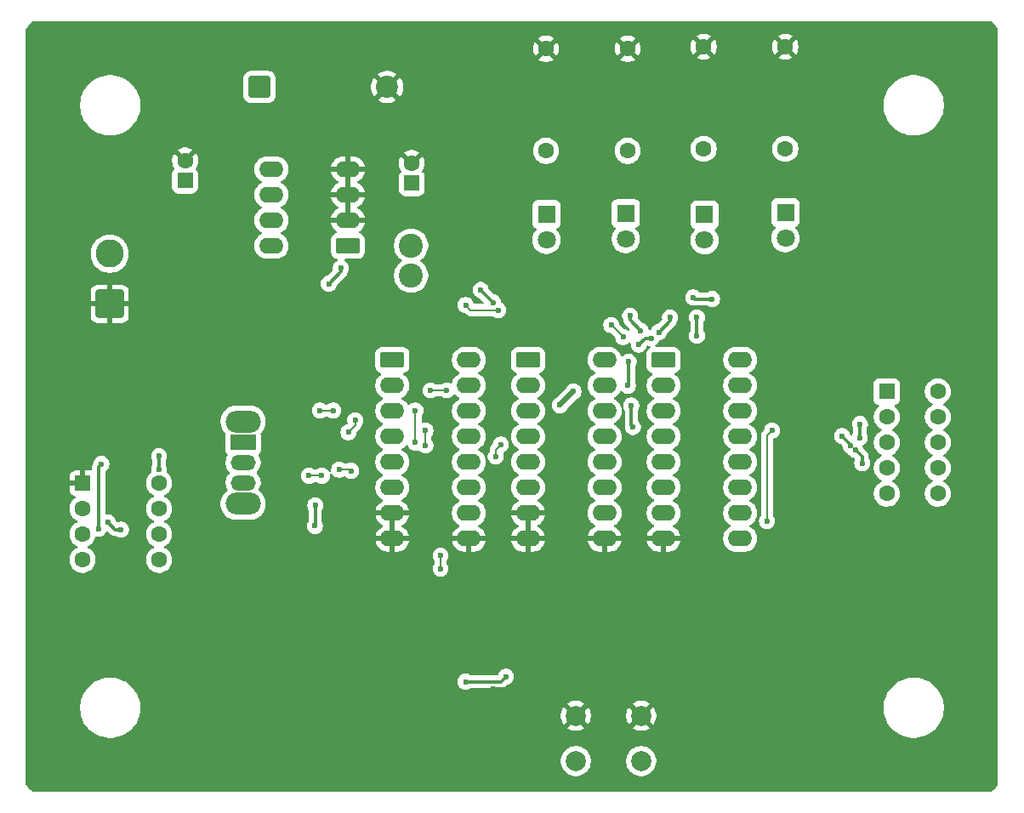
<source format=gbr>
%TF.GenerationSoftware,KiCad,Pcbnew,9.0.3*%
%TF.CreationDate,2025-12-16T11:33:00+01:00*%
%TF.ProjectId,Crnic_PTP_Project1,43726e69-635f-4505-9450-5f50726f6a65,rev?*%
%TF.SameCoordinates,Original*%
%TF.FileFunction,Copper,L2,Bot*%
%TF.FilePolarity,Positive*%
%FSLAX46Y46*%
G04 Gerber Fmt 4.6, Leading zero omitted, Abs format (unit mm)*
G04 Created by KiCad (PCBNEW 9.0.3) date 2025-12-16 11:33:00*
%MOMM*%
%LPD*%
G01*
G04 APERTURE LIST*
G04 Aperture macros list*
%AMRoundRect*
0 Rectangle with rounded corners*
0 $1 Rounding radius*
0 $2 $3 $4 $5 $6 $7 $8 $9 X,Y pos of 4 corners*
0 Add a 4 corners polygon primitive as box body*
4,1,4,$2,$3,$4,$5,$6,$7,$8,$9,$2,$3,0*
0 Add four circle primitives for the rounded corners*
1,1,$1+$1,$2,$3*
1,1,$1+$1,$4,$5*
1,1,$1+$1,$6,$7*
1,1,$1+$1,$8,$9*
0 Add four rect primitives between the rounded corners*
20,1,$1+$1,$2,$3,$4,$5,0*
20,1,$1+$1,$4,$5,$6,$7,0*
20,1,$1+$1,$6,$7,$8,$9,0*
20,1,$1+$1,$8,$9,$2,$3,0*%
G04 Aperture macros list end*
%TA.AperFunction,ComponentPad*%
%ADD10R,1.800000X1.800000*%
%TD*%
%TA.AperFunction,ComponentPad*%
%ADD11C,1.800000*%
%TD*%
%TA.AperFunction,ComponentPad*%
%ADD12RoundRect,0.250000X-0.950000X-0.550000X0.950000X-0.550000X0.950000X0.550000X-0.950000X0.550000X0*%
%TD*%
%TA.AperFunction,ComponentPad*%
%ADD13O,2.400000X1.600000*%
%TD*%
%TA.AperFunction,ComponentPad*%
%ADD14RoundRect,0.250000X0.550000X-0.550000X0.550000X0.550000X-0.550000X0.550000X-0.550000X-0.550000X0*%
%TD*%
%TA.AperFunction,ComponentPad*%
%ADD15C,1.600000*%
%TD*%
%TA.AperFunction,ComponentPad*%
%ADD16O,3.500000X2.200000*%
%TD*%
%TA.AperFunction,ComponentPad*%
%ADD17R,2.500000X1.500000*%
%TD*%
%TA.AperFunction,ComponentPad*%
%ADD18O,2.500000X1.500000*%
%TD*%
%TA.AperFunction,ComponentPad*%
%ADD19C,2.400000*%
%TD*%
%TA.AperFunction,ComponentPad*%
%ADD20RoundRect,0.250000X-0.550000X-0.550000X0.550000X-0.550000X0.550000X0.550000X-0.550000X0.550000X0*%
%TD*%
%TA.AperFunction,ComponentPad*%
%ADD21RoundRect,0.250000X0.950000X0.550000X-0.950000X0.550000X-0.950000X-0.550000X0.950000X-0.550000X0*%
%TD*%
%TA.AperFunction,ComponentPad*%
%ADD22C,2.000000*%
%TD*%
%TA.AperFunction,ComponentPad*%
%ADD23RoundRect,0.249999X-0.850001X-0.850001X0.850001X-0.850001X0.850001X0.850001X-0.850001X0.850001X0*%
%TD*%
%TA.AperFunction,ComponentPad*%
%ADD24C,2.200000*%
%TD*%
%TA.AperFunction,ComponentPad*%
%ADD25R,1.600000X1.600000*%
%TD*%
%TA.AperFunction,ComponentPad*%
%ADD26RoundRect,0.250001X1.149999X-1.149999X1.149999X1.149999X-1.149999X1.149999X-1.149999X-1.149999X0*%
%TD*%
%TA.AperFunction,ComponentPad*%
%ADD27C,2.800000*%
%TD*%
%TA.AperFunction,ViaPad*%
%ADD28C,0.600000*%
%TD*%
%TA.AperFunction,Conductor*%
%ADD29C,0.200000*%
%TD*%
%TA.AperFunction,Conductor*%
%ADD30C,0.300000*%
%TD*%
%TA.AperFunction,Conductor*%
%ADD31C,0.500000*%
%TD*%
G04 APERTURE END LIST*
D10*
%TO.P,D3,1,K*%
%TO.N,Net-(D3-K)*%
X169289087Y-75510000D03*
D11*
%TO.P,D3,2,A*%
%TO.N,Q2*%
X169289087Y-78050000D03*
%TD*%
D12*
%TO.P,U4,1,B*%
%TO.N,Q1*%
X165205000Y-89985000D03*
D13*
%TO.P,U4,2,C*%
%TO.N,Q2*%
X165205000Y-92525000D03*
%TO.P,U4,3,LT*%
%TO.N,Net-(U4-BI)*%
X165205000Y-95065000D03*
%TO.P,U4,4,BI*%
X165205000Y-97605000D03*
%TO.P,U4,5,RBI*%
X165205000Y-100145000D03*
%TO.P,U4,6,D*%
%TO.N,Q3*%
X165205000Y-102685000D03*
%TO.P,U4,7,A*%
%TO.N,Q0*%
X165205000Y-105225000D03*
%TO.P,U4,8,GND*%
%TO.N,GND*%
X165205000Y-107765000D03*
%TO.P,U4,9,e*%
%TO.N,Net-(U4-e)*%
X172825000Y-107765000D03*
%TO.P,U4,10,d*%
%TO.N,Net-(U4-d)*%
X172825000Y-105225000D03*
%TO.P,U4,11,c*%
%TO.N,Net-(U4-c)*%
X172825000Y-102685000D03*
%TO.P,U4,12,b*%
%TO.N,Net-(U4-b)*%
X172825000Y-100145000D03*
%TO.P,U4,13,a*%
%TO.N,Net-(U4-a)*%
X172825000Y-97605000D03*
%TO.P,U4,14,g*%
%TO.N,Net-(U4-g)*%
X172825000Y-95065000D03*
%TO.P,U4,15,f*%
%TO.N,Net-(U4-f)*%
X172825000Y-92525000D03*
%TO.P,U4,16,VCC*%
%TO.N,+5V*%
X172825000Y-89985000D03*
%TD*%
D14*
%TO.P,C2,1*%
%TO.N,+5V*%
X140125000Y-72375000D03*
D15*
%TO.P,C2,2*%
%TO.N,GND*%
X140125000Y-70375000D03*
%TD*%
%TO.P,R4,1*%
%TO.N,Net-(D5-K)*%
X177325000Y-68955000D03*
%TO.P,R4,2*%
%TO.N,GND*%
X177325000Y-58795000D03*
%TD*%
D10*
%TO.P,D5,1,K*%
%TO.N,Net-(D5-K)*%
X177339087Y-75300000D03*
D11*
%TO.P,D5,2,A*%
%TO.N,Q3*%
X177339087Y-77840000D03*
%TD*%
D15*
%TO.P,R3,1*%
%TO.N,Net-(D3-K)*%
X169200000Y-68955000D03*
%TO.P,R3,2*%
%TO.N,GND*%
X169200000Y-58795000D03*
%TD*%
D12*
%TO.P,U2,1,Q*%
%TO.N,Q0*%
X138205000Y-89985000D03*
D13*
%TO.P,U2,2,~{Q}*%
%TO.N,unconnected-(U2A-~{Q}-Pad2)*%
X138205000Y-92525000D03*
%TO.P,U2,3,C*%
%TO.N,Clock*%
X138205000Y-95065000D03*
%TO.P,U2,4,S*%
%TO.N,Reset*%
X138205000Y-97605000D03*
%TO.P,U2,5,J*%
%TO.N,Net-(U2A-J)*%
X138205000Y-100145000D03*
%TO.P,U2,6,K*%
X138205000Y-102685000D03*
%TO.P,U2,7,R*%
%TO.N,GND*%
X138205000Y-105225000D03*
%TO.P,U2,8,VSS*%
X138205000Y-107765000D03*
%TO.P,U2,9,R*%
X145825000Y-107765000D03*
%TO.P,U2,10,K*%
%TO.N,Net-(U2B-J)*%
X145825000Y-105225000D03*
%TO.P,U2,11,J*%
X145825000Y-102685000D03*
%TO.P,U2,12,S*%
%TO.N,Reset*%
X145825000Y-100145000D03*
%TO.P,U2,13,C*%
%TO.N,Q0*%
X145825000Y-97605000D03*
%TO.P,U2,14,~{Q}*%
%TO.N,unconnected-(U2B-~{Q}-Pad14)*%
X145825000Y-95065000D03*
%TO.P,U2,15,Q*%
%TO.N,Q1*%
X145825000Y-92525000D03*
%TO.P,U2,16,VDD*%
%TO.N,+5V*%
X145825000Y-89985000D03*
%TD*%
D16*
%TO.P,SW2,*%
%TO.N,*%
X123350000Y-96100000D03*
X123350000Y-104300000D03*
D17*
%TO.P,SW2,1,B*%
%TO.N,Clock*%
X123350000Y-98200000D03*
D18*
%TO.P,SW2,2,A*%
%TO.N,555*%
X123350000Y-100200000D03*
%TO.P,SW2,3,C*%
%TO.N,Net-(SW2-C)*%
X123350000Y-102200000D03*
%TD*%
D10*
%TO.P,D1,1,K*%
%TO.N,Net-(D1-K)*%
X153550000Y-75475000D03*
D11*
%TO.P,D1,2,A*%
%TO.N,Q0*%
X153550000Y-78015000D03*
%TD*%
D14*
%TO.P,C1,1*%
%TO.N,VD*%
X117575000Y-72125000D03*
D15*
%TO.P,C1,2*%
%TO.N,GND*%
X117575000Y-70125000D03*
%TD*%
D19*
%TO.P,L1,1,1*%
%TO.N,Net-(D4-K)*%
X140075000Y-81575000D03*
%TO.P,L1,2,2*%
%TO.N,+5V*%
X140075000Y-78575000D03*
%TD*%
D12*
%TO.P,U3,1,Q*%
%TO.N,Q2*%
X151705000Y-89985000D03*
D13*
%TO.P,U3,2,~{Q}*%
%TO.N,unconnected-(U3A-~{Q}-Pad2)*%
X151705000Y-92525000D03*
%TO.P,U3,3,C*%
%TO.N,Q1*%
X151705000Y-95065000D03*
%TO.P,U3,4,S*%
%TO.N,Reset*%
X151705000Y-97605000D03*
%TO.P,U3,5,J*%
%TO.N,Net-(U3A-J)*%
X151705000Y-100145000D03*
%TO.P,U3,6,K*%
X151705000Y-102685000D03*
%TO.P,U3,7,R*%
%TO.N,GND*%
X151705000Y-105225000D03*
%TO.P,U3,8,VSS*%
X151705000Y-107765000D03*
%TO.P,U3,9,R*%
X159325000Y-107765000D03*
%TO.P,U3,10,K*%
%TO.N,Net-(U3B-J)*%
X159325000Y-105225000D03*
%TO.P,U3,11,J*%
X159325000Y-102685000D03*
%TO.P,U3,12,S*%
%TO.N,Reset*%
X159325000Y-100145000D03*
%TO.P,U3,13,C*%
%TO.N,Q2*%
X159325000Y-97605000D03*
%TO.P,U3,14,~{Q}*%
%TO.N,unconnected-(U3B-~{Q}-Pad14)*%
X159325000Y-95065000D03*
%TO.P,U3,15,Q*%
%TO.N,Q3*%
X159325000Y-92525000D03*
%TO.P,U3,16,VDD*%
%TO.N,+5V*%
X159325000Y-89985000D03*
%TD*%
D20*
%TO.P,U5,1,GND*%
%TO.N,GND*%
X107355000Y-102245000D03*
D15*
%TO.P,U5,2,TR*%
%TO.N,Net-(U5-THR)*%
X107355000Y-104785000D03*
%TO.P,U5,3,Q*%
%TO.N,555*%
X107355000Y-107325000D03*
%TO.P,U5,4,R*%
%TO.N,+5V*%
X107355000Y-109865000D03*
%TO.P,U5,5,CV*%
%TO.N,unconnected-(U5-CV-Pad5)*%
X114975000Y-109865000D03*
%TO.P,U5,6,THR*%
%TO.N,Net-(U5-THR)*%
X114975000Y-107325000D03*
%TO.P,U5,7,DIS*%
%TO.N,Net-(U5-DIS)*%
X114975000Y-104785000D03*
%TO.P,U5,8,VCC*%
%TO.N,+5V*%
X114975000Y-102245000D03*
%TD*%
D21*
%TO.P,U1,1,FB*%
%TO.N,+5V*%
X133785000Y-78610000D03*
D13*
%TO.P,U1,2,SGND*%
%TO.N,GND*%
X133785000Y-76070000D03*
%TO.P,U1,3,~{ON}/OFF*%
X133785000Y-73530000D03*
%TO.P,U1,4,PGND*%
X133785000Y-70990000D03*
%TO.P,U1,5,VIN*%
%TO.N,VD*%
X126165000Y-70990000D03*
%TO.P,U1,6,NC*%
%TO.N,unconnected-(U1-NC-Pad6)*%
X126165000Y-73530000D03*
%TO.P,U1,7,OUT*%
%TO.N,Net-(D4-K)*%
X126165000Y-76070000D03*
%TO.P,U1,8,NC*%
%TO.N,unconnected-(U1-NC-Pad8)*%
X126165000Y-78610000D03*
%TD*%
D22*
%TO.P,SW1,1,1*%
%TO.N,GND*%
X156475000Y-125400000D03*
X162975000Y-125400000D03*
%TO.P,SW1,2,2*%
%TO.N,Net-(R13-Pad1)*%
X156475000Y-129900000D03*
X162975000Y-129900000D03*
%TD*%
D23*
%TO.P,D4,1,K*%
%TO.N,Net-(D4-K)*%
X124975000Y-62800000D03*
D24*
%TO.P,D4,2,A*%
%TO.N,GND*%
X137675000Y-62800000D03*
%TD*%
D15*
%TO.P,R2,1*%
%TO.N,Net-(D2-K)*%
X161625000Y-69155000D03*
%TO.P,R2,2*%
%TO.N,GND*%
X161625000Y-58995000D03*
%TD*%
D25*
%TO.P,U7,1,CA*%
%TO.N,+5V*%
X187424087Y-93119087D03*
D15*
%TO.P,U7,2,F*%
%TO.N,Net-(U7-F)*%
X187424087Y-95659087D03*
%TO.P,U7,3,G*%
%TO.N,Net-(U7-G)*%
X187424087Y-98199087D03*
%TO.P,U7,4,E*%
%TO.N,Net-(U7-E)*%
X187424087Y-100739087D03*
%TO.P,U7,5,D*%
%TO.N,Net-(U7-D)*%
X187424087Y-103279087D03*
%TO.P,U7,6,CA*%
%TO.N,+5V*%
X192504087Y-103279087D03*
%TO.P,U7,7,DP*%
%TO.N,unconnected-(U7-DP-Pad7)*%
X192504087Y-100739087D03*
%TO.P,U7,8,C*%
%TO.N,Net-(U7-C)*%
X192504087Y-98199087D03*
%TO.P,U7,9,B*%
%TO.N,Net-(U7-B)*%
X192504087Y-95659087D03*
%TO.P,U7,10,A*%
%TO.N,Net-(U7-A)*%
X192504087Y-93119087D03*
%TD*%
%TO.P,R1,1*%
%TO.N,Net-(D1-K)*%
X153500000Y-69160000D03*
%TO.P,R1,2*%
%TO.N,GND*%
X153500000Y-59000000D03*
%TD*%
D26*
%TO.P,J1,1,Pin_1*%
%TO.N,GND*%
X110067500Y-84400000D03*
D27*
%TO.P,J1,2,Pin_2*%
%TO.N,VD*%
X110067500Y-79400000D03*
%TD*%
D10*
%TO.P,D2,1,K*%
%TO.N,Net-(D2-K)*%
X161439087Y-75385000D03*
D11*
%TO.P,D2,2,A*%
%TO.N,Q1*%
X161439087Y-77925000D03*
%TD*%
D28*
%TO.N,GND*%
X132900000Y-99000000D03*
X134100000Y-99000000D03*
X134825735Y-99825735D03*
X135500000Y-101000000D03*
%TO.N,Q1*%
X143600000Y-93000000D03*
X140500000Y-95000000D03*
X142000000Y-93000000D03*
X140500000Y-98205000D03*
X134100000Y-101000000D03*
X132900000Y-100900000D03*
%TO.N,Clock*%
X131184620Y-101500000D03*
X134500000Y-96000000D03*
X129884620Y-101500000D03*
X133825735Y-97174265D03*
%TO.N,+5V*%
X149500000Y-121500000D03*
X130500000Y-106500000D03*
X145500000Y-122000000D03*
X130534620Y-104465380D03*
%TO.N,Reset*%
X132322500Y-95000000D03*
X131000000Y-95000000D03*
%TO.N,Q3*%
X161184620Y-87684620D03*
X160000000Y-86500000D03*
X148750000Y-85000000D03*
X145500000Y-84500000D03*
%TO.N,Clock*%
X143000000Y-110750000D03*
X143000000Y-109450000D03*
X141500000Y-98500000D03*
X141500000Y-97000000D03*
%TO.N,Reset*%
X149000000Y-98400000D03*
X148500000Y-99600000D03*
%TO.N,Q3*%
X162145331Y-96645331D03*
X162000000Y-94500000D03*
%TO.N,Net-(U4-e)*%
X176000000Y-97000000D03*
X175500000Y-106000000D03*
%TO.N,+5V*%
X148242120Y-84242120D03*
X147000000Y-83000000D03*
%TO.N,Q1*%
X161875000Y-85550000D03*
X156225000Y-93125000D03*
X162925000Y-87050000D03*
X154875000Y-94475000D03*
%TO.N,Q2*%
X168525000Y-87575000D03*
X168525000Y-85725000D03*
%TO.N,Q3*%
X165850000Y-85725000D03*
X168150000Y-83750000D03*
X161725000Y-90125000D03*
X161650000Y-92525000D03*
X162737880Y-88437120D03*
X170025000Y-83900000D03*
X163975000Y-87800000D03*
X164725000Y-87200000D03*
%TO.N,GND*%
X111550000Y-104750000D03*
X112675000Y-107975000D03*
X148225000Y-122725000D03*
X109900000Y-104750000D03*
X112600000Y-106675000D03*
X150325000Y-122725000D03*
%TO.N,+5V*%
X114975000Y-99550000D03*
X114975000Y-100850000D03*
X131875000Y-82375000D03*
X133075000Y-80825000D03*
%TO.N,Net-(U5-THR)*%
X109900000Y-106150000D03*
X111200000Y-106850000D03*
%TO.N,555*%
X108975000Y-106800000D03*
X109250000Y-100325000D03*
%TO.N,Net-(U7-G)*%
X184751605Y-96350000D03*
X184725000Y-97725000D03*
%TO.N,Net-(U7-E)*%
X184300000Y-98938087D03*
X183834620Y-98534620D03*
X182977880Y-97552880D03*
X184975000Y-100238087D03*
%TD*%
D29*
%TO.N,GND*%
X135500000Y-100500000D02*
X134825735Y-99825735D01*
X134100000Y-99000000D02*
X132900000Y-99000000D01*
X135500000Y-101000000D02*
X135500000Y-100500000D01*
%TO.N,Q1*%
X142000000Y-93000000D02*
X143600000Y-93000000D01*
X140500000Y-98205000D02*
X140500000Y-95000000D01*
X132900000Y-100900000D02*
X134000000Y-100900000D01*
X134000000Y-100900000D02*
X134100000Y-101000000D01*
%TO.N,Clock*%
X131184620Y-101500000D02*
X129884620Y-101500000D01*
X134500000Y-96500000D02*
X133825735Y-97174265D01*
X134500000Y-96000000D02*
X134500000Y-96500000D01*
D30*
%TO.N,+5V*%
X145500000Y-122000000D02*
X149000000Y-122000000D01*
X130534620Y-106465380D02*
X130500000Y-106500000D01*
X130534620Y-104465380D02*
X130534620Y-106465380D01*
X149000000Y-122000000D02*
X149500000Y-121500000D01*
D29*
%TO.N,Reset*%
X131000000Y-95000000D02*
X132322500Y-95000000D01*
%TO.N,Q3*%
X160000000Y-86500000D02*
X161184620Y-87684620D01*
X146000000Y-85000000D02*
X148750000Y-85000000D01*
X145500000Y-84500000D02*
X146000000Y-85000000D01*
%TO.N,Clock*%
X143000000Y-109450000D02*
X143000000Y-110750000D01*
X141500000Y-97000000D02*
X141500000Y-98500000D01*
%TO.N,Reset*%
X148500000Y-99600000D02*
X148500000Y-98900000D01*
X148500000Y-98900000D02*
X149000000Y-98400000D01*
D30*
%TO.N,Q3*%
X162000000Y-96500000D02*
X162145331Y-96645331D01*
X162000000Y-94500000D02*
X162000000Y-96500000D01*
D29*
%TO.N,Net-(U4-e)*%
X175500000Y-106000000D02*
X175500000Y-97500000D01*
X175500000Y-97500000D02*
X176000000Y-97000000D01*
D30*
%TO.N,+5V*%
X147000000Y-83000000D02*
X148242120Y-84242120D01*
D31*
%TO.N,Q1*%
X154875000Y-94475000D02*
X156225000Y-93125000D01*
D30*
X161875000Y-85550000D02*
X161875000Y-86000000D01*
X161875000Y-86000000D02*
X162925000Y-87050000D01*
%TO.N,Q2*%
X168525000Y-85725000D02*
X168525000Y-87575000D01*
%TO.N,Q3*%
X161725000Y-90125000D02*
X161725000Y-92450000D01*
X165850000Y-85725000D02*
X165850000Y-86075000D01*
X168300000Y-83900000D02*
X168150000Y-83750000D01*
X163975000Y-87800000D02*
X163375000Y-87800000D01*
X161725000Y-92450000D02*
X161650000Y-92525000D01*
X163375000Y-87800000D02*
X162737880Y-88437120D01*
X165850000Y-86075000D02*
X164725000Y-87200000D01*
X170025000Y-83900000D02*
X168300000Y-83900000D01*
%TO.N,GND*%
X150325000Y-122725000D02*
X148225000Y-122725000D01*
X112600000Y-106675000D02*
X112600000Y-107900000D01*
X112600000Y-107900000D02*
X112675000Y-107975000D01*
X109900000Y-104750000D02*
X111550000Y-104750000D01*
%TO.N,+5V*%
X133075000Y-81175000D02*
X131875000Y-82375000D01*
X114975000Y-100850000D02*
X114975000Y-99550000D01*
X133075000Y-80825000D02*
X133075000Y-81175000D01*
%TO.N,Net-(U5-THR)*%
X111200000Y-106850000D02*
X110600000Y-106850000D01*
X110600000Y-106850000D02*
X109900000Y-106150000D01*
%TO.N,555*%
X108975000Y-106800000D02*
X108975000Y-100600000D01*
X108975000Y-100600000D02*
X109250000Y-100325000D01*
%TO.N,Net-(U7-G)*%
X184751605Y-97698395D02*
X184725000Y-97725000D01*
X184751605Y-96350000D02*
X184751605Y-97698395D01*
%TO.N,Net-(U7-E)*%
X183834620Y-98409620D02*
X182977880Y-97552880D01*
X183834620Y-98534620D02*
X183834620Y-98409620D01*
X184975000Y-100238087D02*
X184975000Y-99613087D01*
X184975000Y-99613087D02*
X184300000Y-98938087D01*
%TD*%
%TA.AperFunction,Conductor*%
%TO.N,GND*%
G36*
X138455000Y-107449314D02*
G01*
X138450606Y-107444920D01*
X138359394Y-107392259D01*
X138257661Y-107365000D01*
X138152339Y-107365000D01*
X138050606Y-107392259D01*
X137959394Y-107444920D01*
X137955000Y-107449314D01*
X137955000Y-105540686D01*
X137959394Y-105545080D01*
X138050606Y-105597741D01*
X138152339Y-105625000D01*
X138257661Y-105625000D01*
X138359394Y-105597741D01*
X138450606Y-105545080D01*
X138455000Y-105540686D01*
X138455000Y-107449314D01*
G37*
%TD.AperFunction*%
%TA.AperFunction,Conductor*%
G36*
X151955000Y-107449314D02*
G01*
X151950606Y-107444920D01*
X151859394Y-107392259D01*
X151757661Y-107365000D01*
X151652339Y-107365000D01*
X151550606Y-107392259D01*
X151459394Y-107444920D01*
X151455000Y-107449314D01*
X151455000Y-105540686D01*
X151459394Y-105545080D01*
X151550606Y-105597741D01*
X151652339Y-105625000D01*
X151757661Y-105625000D01*
X151859394Y-105597741D01*
X151950606Y-105545080D01*
X151955000Y-105540686D01*
X151955000Y-107449314D01*
G37*
%TD.AperFunction*%
%TA.AperFunction,Conductor*%
G36*
X134035000Y-75754314D02*
G01*
X134030606Y-75749920D01*
X133939394Y-75697259D01*
X133837661Y-75670000D01*
X133732339Y-75670000D01*
X133630606Y-75697259D01*
X133539394Y-75749920D01*
X133535000Y-75754314D01*
X133535000Y-73845686D01*
X133539394Y-73850080D01*
X133630606Y-73902741D01*
X133732339Y-73930000D01*
X133837661Y-73930000D01*
X133939394Y-73902741D01*
X134030606Y-73850080D01*
X134035000Y-73845686D01*
X134035000Y-75754314D01*
G37*
%TD.AperFunction*%
%TA.AperFunction,Conductor*%
G36*
X134035000Y-73214314D02*
G01*
X134030606Y-73209920D01*
X133939394Y-73157259D01*
X133837661Y-73130000D01*
X133732339Y-73130000D01*
X133630606Y-73157259D01*
X133539394Y-73209920D01*
X133535000Y-73214314D01*
X133535000Y-71305686D01*
X133539394Y-71310080D01*
X133630606Y-71362741D01*
X133732339Y-71390000D01*
X133837661Y-71390000D01*
X133939394Y-71362741D01*
X134030606Y-71310080D01*
X134035000Y-71305686D01*
X134035000Y-73214314D01*
G37*
%TD.AperFunction*%
%TA.AperFunction,Conductor*%
G36*
X197769616Y-56241511D02*
G01*
X197782718Y-56251204D01*
X197993054Y-56429350D01*
X198000594Y-56436291D01*
X198285517Y-56721215D01*
X198292457Y-56728753D01*
X198470605Y-56939093D01*
X198498911Y-57002971D01*
X198499982Y-57019233D01*
X198499997Y-132202586D01*
X198480312Y-132269625D01*
X198470620Y-132282727D01*
X198292470Y-132493070D01*
X198285528Y-132500610D01*
X198000604Y-132785534D01*
X197993064Y-132792475D01*
X197782727Y-132970622D01*
X197718848Y-132998929D01*
X197702586Y-133000000D01*
X102519234Y-133000015D01*
X102452195Y-132980330D01*
X102439093Y-132970638D01*
X102228744Y-132792483D01*
X102221204Y-132785542D01*
X101936267Y-132500607D01*
X101929326Y-132493066D01*
X101751204Y-132282758D01*
X101722897Y-132218879D01*
X101721826Y-132202617D01*
X101721826Y-129781902D01*
X154974500Y-129781902D01*
X154974500Y-130018097D01*
X155011446Y-130251368D01*
X155084433Y-130475996D01*
X155191657Y-130686433D01*
X155330483Y-130877510D01*
X155497490Y-131044517D01*
X155688567Y-131183343D01*
X155787991Y-131234002D01*
X155899003Y-131290566D01*
X155899005Y-131290566D01*
X155899008Y-131290568D01*
X156019412Y-131329689D01*
X156123631Y-131363553D01*
X156356903Y-131400500D01*
X156356908Y-131400500D01*
X156593097Y-131400500D01*
X156826368Y-131363553D01*
X157050992Y-131290568D01*
X157261433Y-131183343D01*
X157452510Y-131044517D01*
X157619517Y-130877510D01*
X157758343Y-130686433D01*
X157865568Y-130475992D01*
X157938553Y-130251368D01*
X157975500Y-130018097D01*
X157975500Y-129781902D01*
X161474500Y-129781902D01*
X161474500Y-130018097D01*
X161511446Y-130251368D01*
X161584433Y-130475996D01*
X161691657Y-130686433D01*
X161830483Y-130877510D01*
X161997490Y-131044517D01*
X162188567Y-131183343D01*
X162287991Y-131234002D01*
X162399003Y-131290566D01*
X162399005Y-131290566D01*
X162399008Y-131290568D01*
X162519412Y-131329689D01*
X162623631Y-131363553D01*
X162856903Y-131400500D01*
X162856908Y-131400500D01*
X163093097Y-131400500D01*
X163326368Y-131363553D01*
X163550992Y-131290568D01*
X163761433Y-131183343D01*
X163952510Y-131044517D01*
X164119517Y-130877510D01*
X164258343Y-130686433D01*
X164365568Y-130475992D01*
X164438553Y-130251368D01*
X164475500Y-130018097D01*
X164475500Y-129781902D01*
X164438553Y-129548631D01*
X164372933Y-129346675D01*
X164365568Y-129324008D01*
X164365566Y-129324005D01*
X164365566Y-129324003D01*
X164258342Y-129113566D01*
X164256414Y-129110912D01*
X164119517Y-128922490D01*
X163952510Y-128755483D01*
X163761433Y-128616657D01*
X163550996Y-128509433D01*
X163326368Y-128436446D01*
X163093097Y-128399500D01*
X163093092Y-128399500D01*
X162856908Y-128399500D01*
X162856903Y-128399500D01*
X162623631Y-128436446D01*
X162399003Y-128509433D01*
X162188566Y-128616657D01*
X162150214Y-128644522D01*
X161997490Y-128755483D01*
X161997488Y-128755485D01*
X161997487Y-128755485D01*
X161830485Y-128922487D01*
X161830485Y-128922488D01*
X161830483Y-128922490D01*
X161770862Y-129004550D01*
X161691657Y-129113566D01*
X161584433Y-129324003D01*
X161511446Y-129548631D01*
X161474500Y-129781902D01*
X157975500Y-129781902D01*
X157938553Y-129548631D01*
X157872933Y-129346675D01*
X157865568Y-129324008D01*
X157865566Y-129324005D01*
X157865566Y-129324003D01*
X157758342Y-129113566D01*
X157756414Y-129110912D01*
X157619517Y-128922490D01*
X157452510Y-128755483D01*
X157261433Y-128616657D01*
X157050996Y-128509433D01*
X156826368Y-128436446D01*
X156593097Y-128399500D01*
X156593092Y-128399500D01*
X156356908Y-128399500D01*
X156356903Y-128399500D01*
X156123631Y-128436446D01*
X155899003Y-128509433D01*
X155688566Y-128616657D01*
X155650214Y-128644522D01*
X155497490Y-128755483D01*
X155497488Y-128755485D01*
X155497487Y-128755485D01*
X155330485Y-128922487D01*
X155330485Y-128922488D01*
X155330483Y-128922490D01*
X155270862Y-129004550D01*
X155191657Y-129113566D01*
X155084433Y-129324003D01*
X155011446Y-129548631D01*
X154974500Y-129781902D01*
X101721826Y-129781902D01*
X101721826Y-124442404D01*
X107110413Y-124442404D01*
X107110413Y-124779421D01*
X107148144Y-125114294D01*
X107148146Y-125114310D01*
X107223136Y-125442866D01*
X107223140Y-125442878D01*
X107334445Y-125760967D01*
X107480665Y-126064596D01*
X107480667Y-126064599D01*
X107659967Y-126349952D01*
X107870088Y-126613436D01*
X108108390Y-126851738D01*
X108371874Y-127061859D01*
X108657227Y-127241159D01*
X108960862Y-127387382D01*
X109199761Y-127470976D01*
X109278947Y-127498685D01*
X109278959Y-127498689D01*
X109607519Y-127573680D01*
X109942405Y-127611412D01*
X109942406Y-127611413D01*
X109942409Y-127611413D01*
X110279420Y-127611413D01*
X110279420Y-127611412D01*
X110614307Y-127573680D01*
X110942867Y-127498689D01*
X111260964Y-127387382D01*
X111564599Y-127241159D01*
X111849952Y-127061859D01*
X112113436Y-126851738D01*
X112351738Y-126613436D01*
X112561859Y-126349952D01*
X112741159Y-126064599D01*
X112887382Y-125760964D01*
X112998689Y-125442867D01*
X113035418Y-125281947D01*
X154975000Y-125281947D01*
X154975000Y-125518052D01*
X155011934Y-125751247D01*
X155084897Y-125975802D01*
X155192087Y-126186174D01*
X155252338Y-126269104D01*
X155252340Y-126269105D01*
X155951212Y-125570233D01*
X155962482Y-125612292D01*
X156034890Y-125737708D01*
X156137292Y-125840110D01*
X156262708Y-125912518D01*
X156304765Y-125923787D01*
X155605893Y-126622658D01*
X155688828Y-126682914D01*
X155899197Y-126790102D01*
X156123752Y-126863065D01*
X156123751Y-126863065D01*
X156356948Y-126900000D01*
X156593052Y-126900000D01*
X156826247Y-126863065D01*
X157050802Y-126790102D01*
X157261163Y-126682918D01*
X157261169Y-126682914D01*
X157344104Y-126622658D01*
X157344105Y-126622658D01*
X156645233Y-125923787D01*
X156687292Y-125912518D01*
X156812708Y-125840110D01*
X156915110Y-125737708D01*
X156987518Y-125612292D01*
X156998787Y-125570234D01*
X157697658Y-126269105D01*
X157697658Y-126269104D01*
X157757914Y-126186169D01*
X157757918Y-126186163D01*
X157865102Y-125975802D01*
X157938065Y-125751247D01*
X157975000Y-125518052D01*
X157975000Y-125281947D01*
X161475000Y-125281947D01*
X161475000Y-125518052D01*
X161511934Y-125751247D01*
X161584897Y-125975802D01*
X161692087Y-126186174D01*
X161752338Y-126269104D01*
X161752340Y-126269105D01*
X162451212Y-125570233D01*
X162462482Y-125612292D01*
X162534890Y-125737708D01*
X162637292Y-125840110D01*
X162762708Y-125912518D01*
X162804765Y-125923787D01*
X162105893Y-126622658D01*
X162188828Y-126682914D01*
X162399197Y-126790102D01*
X162623752Y-126863065D01*
X162623751Y-126863065D01*
X162856948Y-126900000D01*
X163093052Y-126900000D01*
X163326247Y-126863065D01*
X163550802Y-126790102D01*
X163761163Y-126682918D01*
X163761169Y-126682914D01*
X163844104Y-126622658D01*
X163844105Y-126622658D01*
X163145233Y-125923787D01*
X163187292Y-125912518D01*
X163312708Y-125840110D01*
X163415110Y-125737708D01*
X163487518Y-125612292D01*
X163498787Y-125570233D01*
X164197658Y-126269105D01*
X164197658Y-126269104D01*
X164257914Y-126186169D01*
X164257918Y-126186163D01*
X164365102Y-125975802D01*
X164438065Y-125751247D01*
X164475000Y-125518052D01*
X164475000Y-125281947D01*
X164438065Y-125048752D01*
X164365102Y-124824197D01*
X164257912Y-124613825D01*
X164197659Y-124530894D01*
X164197658Y-124530893D01*
X163498787Y-125229765D01*
X163487518Y-125187708D01*
X163415110Y-125062292D01*
X163312708Y-124959890D01*
X163187292Y-124887482D01*
X163145234Y-124876212D01*
X163579041Y-124442404D01*
X187110413Y-124442404D01*
X187110413Y-124779421D01*
X187148144Y-125114294D01*
X187148146Y-125114310D01*
X187223136Y-125442866D01*
X187223140Y-125442878D01*
X187334445Y-125760967D01*
X187480665Y-126064596D01*
X187480667Y-126064599D01*
X187659967Y-126349952D01*
X187870088Y-126613436D01*
X188108390Y-126851738D01*
X188371874Y-127061859D01*
X188657227Y-127241159D01*
X188960862Y-127387382D01*
X189199761Y-127470976D01*
X189278947Y-127498685D01*
X189278959Y-127498689D01*
X189607519Y-127573680D01*
X189942405Y-127611412D01*
X189942406Y-127611413D01*
X189942409Y-127611413D01*
X190279420Y-127611413D01*
X190279420Y-127611412D01*
X190614307Y-127573680D01*
X190942867Y-127498689D01*
X191260964Y-127387382D01*
X191564599Y-127241159D01*
X191849952Y-127061859D01*
X192113436Y-126851738D01*
X192351738Y-126613436D01*
X192561859Y-126349952D01*
X192741159Y-126064599D01*
X192887382Y-125760964D01*
X192998689Y-125442867D01*
X193073680Y-125114307D01*
X193111413Y-124779417D01*
X193111413Y-124442409D01*
X193073680Y-124107519D01*
X192998689Y-123778959D01*
X192887382Y-123460862D01*
X192741159Y-123157227D01*
X192561859Y-122871874D01*
X192351738Y-122608390D01*
X192113436Y-122370088D01*
X191849952Y-122159967D01*
X191564599Y-121980667D01*
X191564596Y-121980665D01*
X191260967Y-121834445D01*
X190942878Y-121723140D01*
X190942866Y-121723136D01*
X190614310Y-121648146D01*
X190614294Y-121648144D01*
X190279421Y-121610413D01*
X190279417Y-121610413D01*
X189942409Y-121610413D01*
X189942404Y-121610413D01*
X189607531Y-121648144D01*
X189607515Y-121648146D01*
X189278959Y-121723136D01*
X189278947Y-121723140D01*
X188960858Y-121834445D01*
X188657229Y-121980665D01*
X188371875Y-122159966D01*
X188108390Y-122370087D01*
X187870087Y-122608390D01*
X187659966Y-122871875D01*
X187480665Y-123157229D01*
X187334445Y-123460858D01*
X187223140Y-123778947D01*
X187223136Y-123778959D01*
X187148146Y-124107515D01*
X187148144Y-124107531D01*
X187110413Y-124442404D01*
X163579041Y-124442404D01*
X163844105Y-124177340D01*
X163844104Y-124177338D01*
X163761174Y-124117087D01*
X163550802Y-124009897D01*
X163326247Y-123936934D01*
X163326248Y-123936934D01*
X163093052Y-123900000D01*
X162856948Y-123900000D01*
X162623752Y-123936934D01*
X162399197Y-124009897D01*
X162188830Y-124117084D01*
X162105894Y-124177340D01*
X162804766Y-124876212D01*
X162762708Y-124887482D01*
X162637292Y-124959890D01*
X162534890Y-125062292D01*
X162462482Y-125187708D01*
X162451212Y-125229766D01*
X161752340Y-124530894D01*
X161692084Y-124613830D01*
X161584897Y-124824197D01*
X161511934Y-125048752D01*
X161475000Y-125281947D01*
X157975000Y-125281947D01*
X157938065Y-125048752D01*
X157865102Y-124824197D01*
X157757914Y-124613828D01*
X157697658Y-124530894D01*
X157697658Y-124530893D01*
X156998787Y-125229765D01*
X156987518Y-125187708D01*
X156915110Y-125062292D01*
X156812708Y-124959890D01*
X156687292Y-124887482D01*
X156645234Y-124876212D01*
X157344105Y-124177340D01*
X157344104Y-124177339D01*
X157261174Y-124117087D01*
X157050802Y-124009897D01*
X156826247Y-123936934D01*
X156826248Y-123936934D01*
X156593052Y-123900000D01*
X156356948Y-123900000D01*
X156123752Y-123936934D01*
X155899197Y-124009897D01*
X155688830Y-124117084D01*
X155605894Y-124177340D01*
X156304766Y-124876212D01*
X156262708Y-124887482D01*
X156137292Y-124959890D01*
X156034890Y-125062292D01*
X155962482Y-125187708D01*
X155951212Y-125229766D01*
X155252340Y-124530894D01*
X155192084Y-124613830D01*
X155084897Y-124824197D01*
X155011934Y-125048752D01*
X154975000Y-125281947D01*
X113035418Y-125281947D01*
X113073680Y-125114307D01*
X113111413Y-124779417D01*
X113111413Y-124442409D01*
X113111412Y-124442404D01*
X113111412Y-124442402D01*
X113088437Y-124238482D01*
X113074758Y-124117087D01*
X113073680Y-124107519D01*
X112998689Y-123778959D01*
X112887382Y-123460862D01*
X112741159Y-123157227D01*
X112561859Y-122871874D01*
X112351738Y-122608390D01*
X112113436Y-122370088D01*
X111849952Y-122159967D01*
X111564599Y-121980667D01*
X111564596Y-121980665D01*
X111441018Y-121921153D01*
X144699500Y-121921153D01*
X144699500Y-122078846D01*
X144730261Y-122233489D01*
X144730264Y-122233501D01*
X144790602Y-122379172D01*
X144790609Y-122379185D01*
X144878210Y-122510288D01*
X144878213Y-122510292D01*
X144989707Y-122621786D01*
X144989711Y-122621789D01*
X145120814Y-122709390D01*
X145120827Y-122709397D01*
X145266498Y-122769735D01*
X145266503Y-122769737D01*
X145421153Y-122800499D01*
X145421156Y-122800500D01*
X145421158Y-122800500D01*
X145578844Y-122800500D01*
X145578845Y-122800499D01*
X145733497Y-122769737D01*
X145879179Y-122709394D01*
X145936044Y-122671397D01*
X146002721Y-122650520D01*
X146004935Y-122650500D01*
X149064071Y-122650500D01*
X149148615Y-122633682D01*
X149189744Y-122625501D01*
X149308127Y-122576465D01*
X149414669Y-122505277D01*
X149602932Y-122317012D01*
X149664251Y-122283530D01*
X149666316Y-122283099D01*
X149733497Y-122269737D01*
X149879179Y-122209394D01*
X150010289Y-122121789D01*
X150121789Y-122010289D01*
X150209394Y-121879179D01*
X150269737Y-121733497D01*
X150300500Y-121578842D01*
X150300500Y-121421158D01*
X150300500Y-121421155D01*
X150300499Y-121421153D01*
X150286025Y-121348390D01*
X150269737Y-121266503D01*
X150269735Y-121266498D01*
X150209397Y-121120827D01*
X150209390Y-121120814D01*
X150121789Y-120989711D01*
X150121786Y-120989707D01*
X150010292Y-120878213D01*
X150010288Y-120878210D01*
X149879185Y-120790609D01*
X149879172Y-120790602D01*
X149733501Y-120730264D01*
X149733489Y-120730261D01*
X149578845Y-120699500D01*
X149578842Y-120699500D01*
X149421158Y-120699500D01*
X149421155Y-120699500D01*
X149266510Y-120730261D01*
X149266498Y-120730264D01*
X149120827Y-120790602D01*
X149120814Y-120790609D01*
X148989711Y-120878210D01*
X148989707Y-120878213D01*
X148878213Y-120989707D01*
X148878210Y-120989711D01*
X148790609Y-121120814D01*
X148790602Y-121120827D01*
X148727932Y-121272131D01*
X148725477Y-121271114D01*
X148693490Y-121319930D01*
X148629679Y-121348390D01*
X148613122Y-121349500D01*
X146004935Y-121349500D01*
X145937896Y-121329815D01*
X145936090Y-121328633D01*
X145879179Y-121290606D01*
X145879172Y-121290602D01*
X145733501Y-121230264D01*
X145733489Y-121230261D01*
X145578845Y-121199500D01*
X145578842Y-121199500D01*
X145421158Y-121199500D01*
X145421155Y-121199500D01*
X145266510Y-121230261D01*
X145266498Y-121230264D01*
X145120827Y-121290602D01*
X145120814Y-121290609D01*
X144989711Y-121378210D01*
X144989707Y-121378213D01*
X144878213Y-121489707D01*
X144878210Y-121489711D01*
X144790609Y-121620814D01*
X144790602Y-121620827D01*
X144730264Y-121766498D01*
X144730261Y-121766510D01*
X144699500Y-121921153D01*
X111441018Y-121921153D01*
X111260967Y-121834445D01*
X110942878Y-121723140D01*
X110942866Y-121723136D01*
X110614310Y-121648146D01*
X110614294Y-121648144D01*
X110279421Y-121610413D01*
X110279417Y-121610413D01*
X109942409Y-121610413D01*
X109942404Y-121610413D01*
X109607531Y-121648144D01*
X109607515Y-121648146D01*
X109278959Y-121723136D01*
X109278947Y-121723140D01*
X108960858Y-121834445D01*
X108657229Y-121980665D01*
X108371875Y-122159966D01*
X108108390Y-122370087D01*
X107870087Y-122608390D01*
X107659966Y-122871875D01*
X107480665Y-123157229D01*
X107334445Y-123460858D01*
X107223140Y-123778947D01*
X107223136Y-123778959D01*
X107148146Y-124107515D01*
X107148144Y-124107531D01*
X107110413Y-124442404D01*
X101721826Y-124442404D01*
X101721826Y-104682648D01*
X106054500Y-104682648D01*
X106054500Y-104887351D01*
X106086522Y-105089534D01*
X106149781Y-105284223D01*
X106198274Y-105379394D01*
X106229463Y-105440606D01*
X106242715Y-105466613D01*
X106363028Y-105632213D01*
X106507786Y-105776971D01*
X106662749Y-105889556D01*
X106673390Y-105897287D01*
X106763601Y-105943252D01*
X106766080Y-105944515D01*
X106816876Y-105992490D01*
X106833671Y-106060311D01*
X106811134Y-106126446D01*
X106766080Y-106165485D01*
X106673386Y-106212715D01*
X106507786Y-106333028D01*
X106363028Y-106477786D01*
X106242715Y-106643386D01*
X106149781Y-106825776D01*
X106086522Y-107020465D01*
X106054500Y-107222648D01*
X106054500Y-107427351D01*
X106086522Y-107629534D01*
X106149781Y-107824223D01*
X106242715Y-108006613D01*
X106363028Y-108172213D01*
X106507786Y-108316971D01*
X106662749Y-108429556D01*
X106673390Y-108437287D01*
X106764840Y-108483883D01*
X106766080Y-108484515D01*
X106816876Y-108532490D01*
X106833671Y-108600311D01*
X106811134Y-108666446D01*
X106766080Y-108705485D01*
X106673386Y-108752715D01*
X106507786Y-108873028D01*
X106363028Y-109017786D01*
X106242715Y-109183386D01*
X106149781Y-109365776D01*
X106086522Y-109560465D01*
X106054500Y-109762648D01*
X106054500Y-109967351D01*
X106086522Y-110169534D01*
X106149781Y-110364223D01*
X106242715Y-110546613D01*
X106363028Y-110712213D01*
X106507786Y-110856971D01*
X106662749Y-110969556D01*
X106673390Y-110977287D01*
X106789607Y-111036503D01*
X106855776Y-111070218D01*
X106855778Y-111070218D01*
X106855781Y-111070220D01*
X106960137Y-111104127D01*
X107050465Y-111133477D01*
X107151557Y-111149488D01*
X107252648Y-111165500D01*
X107252649Y-111165500D01*
X107457351Y-111165500D01*
X107457352Y-111165500D01*
X107659534Y-111133477D01*
X107854219Y-111070220D01*
X108036610Y-110977287D01*
X108129590Y-110909732D01*
X108202213Y-110856971D01*
X108202215Y-110856968D01*
X108202219Y-110856966D01*
X108346966Y-110712219D01*
X108346968Y-110712215D01*
X108346971Y-110712213D01*
X108399732Y-110639590D01*
X108467287Y-110546610D01*
X108560220Y-110364219D01*
X108623477Y-110169534D01*
X108655500Y-109967352D01*
X108655500Y-109762648D01*
X108623477Y-109560466D01*
X108613202Y-109528844D01*
X108560218Y-109365776D01*
X108526503Y-109299607D01*
X108467287Y-109183390D01*
X108459556Y-109172749D01*
X108346971Y-109017786D01*
X108202213Y-108873028D01*
X108036614Y-108752715D01*
X108030006Y-108749348D01*
X107943917Y-108705483D01*
X107893123Y-108657511D01*
X107876328Y-108589690D01*
X107898865Y-108523555D01*
X107943917Y-108484516D01*
X108036610Y-108437287D01*
X108057770Y-108421913D01*
X108202213Y-108316971D01*
X108202215Y-108316968D01*
X108202219Y-108316966D01*
X108346966Y-108172219D01*
X108346968Y-108172215D01*
X108346971Y-108172213D01*
X108461191Y-108015000D01*
X108467287Y-108006610D01*
X108560220Y-107824219D01*
X108614842Y-107656109D01*
X108654278Y-107598436D01*
X108718637Y-107571237D01*
X108756961Y-107572811D01*
X108813229Y-107584004D01*
X108896155Y-107600500D01*
X108896158Y-107600500D01*
X109053844Y-107600500D01*
X109053845Y-107600499D01*
X109208497Y-107569737D01*
X109354179Y-107509394D01*
X109485289Y-107421789D01*
X109596789Y-107310289D01*
X109684394Y-107179179D01*
X109708519Y-107120935D01*
X109752357Y-107066533D01*
X109818650Y-107044467D01*
X109886350Y-107061745D01*
X109910760Y-107080707D01*
X110185327Y-107355274D01*
X110185330Y-107355276D01*
X110272755Y-107413691D01*
X110272756Y-107413692D01*
X110272755Y-107413692D01*
X110291871Y-107426464D01*
X110291872Y-107426464D01*
X110291873Y-107426465D01*
X110410256Y-107475501D01*
X110410260Y-107475501D01*
X110410261Y-107475502D01*
X110535928Y-107500500D01*
X110535931Y-107500500D01*
X110695065Y-107500500D01*
X110762104Y-107520185D01*
X110763909Y-107521366D01*
X110820821Y-107559394D01*
X110820823Y-107559395D01*
X110820827Y-107559397D01*
X110966498Y-107619735D01*
X110966503Y-107619737D01*
X111121153Y-107650499D01*
X111121156Y-107650500D01*
X111121158Y-107650500D01*
X111278844Y-107650500D01*
X111278845Y-107650499D01*
X111433497Y-107619737D01*
X111579179Y-107559394D01*
X111710289Y-107471789D01*
X111821789Y-107360289D01*
X111909394Y-107229179D01*
X111969737Y-107083497D01*
X112000500Y-106928842D01*
X112000500Y-106771158D01*
X112000500Y-106771155D01*
X112000499Y-106771153D01*
X112000217Y-106769735D01*
X111969737Y-106616503D01*
X111954138Y-106578844D01*
X111909397Y-106470827D01*
X111909390Y-106470814D01*
X111821789Y-106339711D01*
X111821786Y-106339707D01*
X111710292Y-106228213D01*
X111710288Y-106228210D01*
X111579185Y-106140609D01*
X111579172Y-106140602D01*
X111433501Y-106080264D01*
X111433489Y-106080261D01*
X111278845Y-106049500D01*
X111278842Y-106049500D01*
X111121158Y-106049500D01*
X111121155Y-106049500D01*
X110966510Y-106080261D01*
X110966498Y-106080264D01*
X110890106Y-106111907D01*
X110870230Y-106114043D01*
X110851500Y-106121030D01*
X110836203Y-106117702D01*
X110820637Y-106119376D01*
X110802759Y-106110427D01*
X110783227Y-106106178D01*
X110760938Y-106089492D01*
X110758158Y-106088101D01*
X110754973Y-106085027D01*
X110717015Y-106047069D01*
X110683530Y-105985746D01*
X110683093Y-105983652D01*
X110669737Y-105916503D01*
X110645599Y-105858230D01*
X110609397Y-105770827D01*
X110609390Y-105770814D01*
X110521789Y-105639711D01*
X110521786Y-105639707D01*
X110410292Y-105528213D01*
X110410288Y-105528210D01*
X110279185Y-105440609D01*
X110279172Y-105440602D01*
X110133501Y-105380264D01*
X110133489Y-105380261D01*
X109978845Y-105349500D01*
X109978842Y-105349500D01*
X109821158Y-105349500D01*
X109821153Y-105349500D01*
X109773691Y-105358941D01*
X109704099Y-105352714D01*
X109648922Y-105309851D01*
X109625678Y-105243961D01*
X109625500Y-105237324D01*
X109625500Y-102142648D01*
X113674500Y-102142648D01*
X113674500Y-102347351D01*
X113706522Y-102549534D01*
X113769781Y-102744223D01*
X113791757Y-102787352D01*
X113844444Y-102890756D01*
X113862715Y-102926613D01*
X113983028Y-103092213D01*
X114127786Y-103236971D01*
X114282749Y-103349556D01*
X114293390Y-103357287D01*
X114384840Y-103403883D01*
X114386080Y-103404515D01*
X114436876Y-103452490D01*
X114453671Y-103520311D01*
X114431134Y-103586446D01*
X114386080Y-103625485D01*
X114293386Y-103672715D01*
X114127786Y-103793028D01*
X113983028Y-103937786D01*
X113862715Y-104103386D01*
X113769781Y-104285776D01*
X113706522Y-104480465D01*
X113674500Y-104682648D01*
X113674500Y-104887351D01*
X113706522Y-105089534D01*
X113769781Y-105284223D01*
X113818274Y-105379394D01*
X113849463Y-105440606D01*
X113862715Y-105466613D01*
X113983028Y-105632213D01*
X114127786Y-105776971D01*
X114282749Y-105889556D01*
X114293390Y-105897287D01*
X114383601Y-105943252D01*
X114386080Y-105944515D01*
X114436876Y-105992490D01*
X114453671Y-106060311D01*
X114431134Y-106126446D01*
X114386080Y-106165485D01*
X114293386Y-106212715D01*
X114127786Y-106333028D01*
X113983028Y-106477786D01*
X113862715Y-106643386D01*
X113769781Y-106825776D01*
X113706522Y-107020465D01*
X113674500Y-107222648D01*
X113674500Y-107427351D01*
X113706522Y-107629534D01*
X113769781Y-107824223D01*
X113862715Y-108006613D01*
X113983028Y-108172213D01*
X114127786Y-108316971D01*
X114282749Y-108429556D01*
X114293390Y-108437287D01*
X114384840Y-108483883D01*
X114386080Y-108484515D01*
X114436876Y-108532490D01*
X114453671Y-108600311D01*
X114431134Y-108666446D01*
X114386080Y-108705485D01*
X114293386Y-108752715D01*
X114127786Y-108873028D01*
X113983028Y-109017786D01*
X113862715Y-109183386D01*
X113769781Y-109365776D01*
X113706522Y-109560465D01*
X113674500Y-109762648D01*
X113674500Y-109967351D01*
X113706522Y-110169534D01*
X113769781Y-110364223D01*
X113862715Y-110546613D01*
X113983028Y-110712213D01*
X114127786Y-110856971D01*
X114282749Y-110969556D01*
X114293390Y-110977287D01*
X114409607Y-111036503D01*
X114475776Y-111070218D01*
X114475778Y-111070218D01*
X114475781Y-111070220D01*
X114580137Y-111104127D01*
X114670465Y-111133477D01*
X114771557Y-111149488D01*
X114872648Y-111165500D01*
X114872649Y-111165500D01*
X115077351Y-111165500D01*
X115077352Y-111165500D01*
X115279534Y-111133477D01*
X115474219Y-111070220D01*
X115656610Y-110977287D01*
X115749590Y-110909732D01*
X115822213Y-110856971D01*
X115822215Y-110856968D01*
X115822219Y-110856966D01*
X115966966Y-110712219D01*
X115966968Y-110712215D01*
X115966971Y-110712213D01*
X116019732Y-110639590D01*
X116087287Y-110546610D01*
X116180220Y-110364219D01*
X116243477Y-110169534D01*
X116275500Y-109967352D01*
X116275500Y-109762648D01*
X116243477Y-109560466D01*
X116233202Y-109528844D01*
X116192438Y-109403385D01*
X116181965Y-109371153D01*
X142199500Y-109371153D01*
X142199500Y-109528846D01*
X142230261Y-109683489D01*
X142230264Y-109683501D01*
X142290602Y-109829172D01*
X142290609Y-109829185D01*
X142378602Y-109960874D01*
X142384252Y-109978920D01*
X142394477Y-109994830D01*
X142398928Y-110025789D01*
X142399480Y-110027551D01*
X142399500Y-110029765D01*
X142399500Y-110170234D01*
X142379815Y-110237273D01*
X142378602Y-110239125D01*
X142290609Y-110370814D01*
X142290602Y-110370827D01*
X142230264Y-110516498D01*
X142230261Y-110516510D01*
X142199500Y-110671153D01*
X142199500Y-110828846D01*
X142230261Y-110983489D01*
X142230264Y-110983501D01*
X142290602Y-111129172D01*
X142290609Y-111129185D01*
X142378210Y-111260288D01*
X142378213Y-111260292D01*
X142489707Y-111371786D01*
X142489711Y-111371789D01*
X142620814Y-111459390D01*
X142620827Y-111459397D01*
X142766498Y-111519735D01*
X142766503Y-111519737D01*
X142921153Y-111550499D01*
X142921156Y-111550500D01*
X142921158Y-111550500D01*
X143078844Y-111550500D01*
X143078845Y-111550499D01*
X143233497Y-111519737D01*
X143379179Y-111459394D01*
X143510289Y-111371789D01*
X143621789Y-111260289D01*
X143709394Y-111129179D01*
X143769737Y-110983497D01*
X143800500Y-110828842D01*
X143800500Y-110671158D01*
X143800500Y-110671155D01*
X143800499Y-110671153D01*
X143775726Y-110546613D01*
X143769737Y-110516503D01*
X143769735Y-110516498D01*
X143709397Y-110370827D01*
X143709390Y-110370814D01*
X143621398Y-110239125D01*
X143615747Y-110221078D01*
X143605523Y-110205169D01*
X143601071Y-110174207D01*
X143600520Y-110172447D01*
X143600500Y-110170234D01*
X143600500Y-110029765D01*
X143620185Y-109962726D01*
X143621398Y-109960874D01*
X143709390Y-109829185D01*
X143709390Y-109829184D01*
X143709394Y-109829179D01*
X143769737Y-109683497D01*
X143800500Y-109528842D01*
X143800500Y-109371158D01*
X143800500Y-109371155D01*
X143800499Y-109371153D01*
X143769738Y-109216510D01*
X143769737Y-109216503D01*
X143756020Y-109183386D01*
X143709397Y-109070827D01*
X143709390Y-109070814D01*
X143621789Y-108939711D01*
X143621786Y-108939707D01*
X143510292Y-108828213D01*
X143510288Y-108828210D01*
X143379185Y-108740609D01*
X143379172Y-108740602D01*
X143233501Y-108680264D01*
X143233489Y-108680261D01*
X143078845Y-108649500D01*
X143078842Y-108649500D01*
X142921158Y-108649500D01*
X142921155Y-108649500D01*
X142766510Y-108680261D01*
X142766498Y-108680264D01*
X142620827Y-108740602D01*
X142620814Y-108740609D01*
X142489711Y-108828210D01*
X142489707Y-108828213D01*
X142378213Y-108939707D01*
X142378210Y-108939711D01*
X142290609Y-109070814D01*
X142290602Y-109070827D01*
X142230264Y-109216498D01*
X142230261Y-109216510D01*
X142199500Y-109371153D01*
X116181965Y-109371153D01*
X116180218Y-109365776D01*
X116146503Y-109299607D01*
X116087287Y-109183390D01*
X116079556Y-109172749D01*
X115966971Y-109017786D01*
X115822213Y-108873028D01*
X115656614Y-108752715D01*
X115650006Y-108749348D01*
X115563917Y-108705483D01*
X115513123Y-108657511D01*
X115496328Y-108589690D01*
X115518865Y-108523555D01*
X115563917Y-108484516D01*
X115656610Y-108437287D01*
X115677770Y-108421913D01*
X115822213Y-108316971D01*
X115822215Y-108316968D01*
X115822219Y-108316966D01*
X115966966Y-108172219D01*
X115966968Y-108172215D01*
X115966971Y-108172213D01*
X116087284Y-108006614D01*
X116087285Y-108006613D01*
X116087287Y-108006610D01*
X116180220Y-107824219D01*
X116243477Y-107629534D01*
X116275500Y-107427352D01*
X116275500Y-107222648D01*
X116259525Y-107121786D01*
X116243477Y-107020465D01*
X116180218Y-106825776D01*
X116087287Y-106643390D01*
X115974355Y-106487951D01*
X115974354Y-106487950D01*
X115966967Y-106477782D01*
X115910338Y-106421153D01*
X129699500Y-106421153D01*
X129699500Y-106578846D01*
X129730261Y-106733489D01*
X129730264Y-106733501D01*
X129790602Y-106879172D01*
X129790609Y-106879185D01*
X129878210Y-107010288D01*
X129878213Y-107010292D01*
X129989707Y-107121786D01*
X129989711Y-107121789D01*
X130120814Y-107209390D01*
X130120827Y-107209397D01*
X130266498Y-107269735D01*
X130266503Y-107269737D01*
X130421153Y-107300499D01*
X130421156Y-107300500D01*
X130421158Y-107300500D01*
X130578844Y-107300500D01*
X130578845Y-107300499D01*
X130733497Y-107269737D01*
X130879179Y-107209394D01*
X131010289Y-107121789D01*
X131121789Y-107010289D01*
X131209394Y-106879179D01*
X131269737Y-106733497D01*
X131300500Y-106578842D01*
X131300500Y-106421158D01*
X131300500Y-106421155D01*
X131300499Y-106421153D01*
X131269738Y-106266510D01*
X131269737Y-106266503D01*
X131249059Y-106216582D01*
X131209397Y-106120828D01*
X131209396Y-106120827D01*
X131209394Y-106120821D01*
X131206015Y-106115764D01*
X131185140Y-106049088D01*
X131185120Y-106046877D01*
X131185120Y-104970315D01*
X131204805Y-104903276D01*
X131205986Y-104901470D01*
X131244014Y-104844559D01*
X131304357Y-104698877D01*
X131335120Y-104544222D01*
X131335120Y-104386538D01*
X131335120Y-104386535D01*
X131335119Y-104386533D01*
X131304586Y-104233034D01*
X131304357Y-104231883D01*
X131260626Y-104126306D01*
X131244017Y-104086207D01*
X131244010Y-104086194D01*
X131156409Y-103955091D01*
X131156406Y-103955087D01*
X131044912Y-103843593D01*
X131044908Y-103843590D01*
X130913805Y-103755989D01*
X130913792Y-103755982D01*
X130768121Y-103695644D01*
X130768109Y-103695641D01*
X130613465Y-103664880D01*
X130613462Y-103664880D01*
X130455778Y-103664880D01*
X130455775Y-103664880D01*
X130301130Y-103695641D01*
X130301118Y-103695644D01*
X130155447Y-103755982D01*
X130155434Y-103755989D01*
X130024331Y-103843590D01*
X130024327Y-103843593D01*
X129912833Y-103955087D01*
X129912830Y-103955091D01*
X129825229Y-104086194D01*
X129825222Y-104086207D01*
X129764884Y-104231878D01*
X129764881Y-104231890D01*
X129734120Y-104386533D01*
X129734120Y-104544226D01*
X129764881Y-104698869D01*
X129764884Y-104698881D01*
X129825222Y-104844552D01*
X129825226Y-104844559D01*
X129863222Y-104901424D01*
X129884100Y-104968101D01*
X129884120Y-104970315D01*
X129884120Y-105943252D01*
X129864435Y-106010291D01*
X129863222Y-106012143D01*
X129790609Y-106120814D01*
X129790602Y-106120827D01*
X129730264Y-106266498D01*
X129730261Y-106266510D01*
X129699500Y-106421153D01*
X115910338Y-106421153D01*
X115822213Y-106333028D01*
X115656614Y-106212715D01*
X115650006Y-106209348D01*
X115563917Y-106165483D01*
X115513123Y-106117511D01*
X115496328Y-106049690D01*
X115518865Y-105983555D01*
X115563917Y-105944516D01*
X115656610Y-105897287D01*
X115709623Y-105858771D01*
X115822213Y-105776971D01*
X115822215Y-105776968D01*
X115822219Y-105776966D01*
X115966966Y-105632219D01*
X115966968Y-105632215D01*
X115966971Y-105632213D01*
X116042530Y-105528213D01*
X116087287Y-105466610D01*
X116180220Y-105284219D01*
X116243477Y-105089534D01*
X116275500Y-104887352D01*
X116275500Y-104682648D01*
X116274255Y-104674785D01*
X116243477Y-104480465D01*
X116180218Y-104285776D01*
X116098963Y-104126306D01*
X116087287Y-104103390D01*
X116074799Y-104086201D01*
X115966971Y-103937786D01*
X115822213Y-103793028D01*
X115656614Y-103672715D01*
X115641237Y-103664880D01*
X115563917Y-103625483D01*
X115513123Y-103577511D01*
X115496328Y-103509690D01*
X115518865Y-103443555D01*
X115563917Y-103404516D01*
X115656610Y-103357287D01*
X115677770Y-103341913D01*
X115822213Y-103236971D01*
X115822215Y-103236968D01*
X115822219Y-103236966D01*
X115966966Y-103092219D01*
X115966968Y-103092215D01*
X115966971Y-103092213D01*
X116022561Y-103015699D01*
X116087287Y-102926610D01*
X116180220Y-102744219D01*
X116243477Y-102549534D01*
X116275500Y-102347352D01*
X116275500Y-102142648D01*
X116268915Y-102101071D01*
X116243477Y-101940465D01*
X116188004Y-101769738D01*
X116180220Y-101745781D01*
X116180218Y-101745778D01*
X116180218Y-101745776D01*
X116141474Y-101669737D01*
X116087287Y-101563390D01*
X116071966Y-101542302D01*
X115966971Y-101397786D01*
X115822222Y-101253037D01*
X115822219Y-101253034D01*
X115787762Y-101228000D01*
X115745099Y-101172673D01*
X115739120Y-101103059D01*
X115743285Y-101089420D01*
X115742969Y-101089324D01*
X115744731Y-101083509D01*
X115744737Y-101083497D01*
X115775500Y-100928842D01*
X115775500Y-100771158D01*
X115775500Y-100771155D01*
X115775499Y-100771153D01*
X115762177Y-100704179D01*
X115744737Y-100616503D01*
X115693509Y-100492826D01*
X115684397Y-100470828D01*
X115684396Y-100470827D01*
X115684394Y-100470821D01*
X115646396Y-100413953D01*
X115625520Y-100347276D01*
X115625500Y-100345064D01*
X115625500Y-100054935D01*
X115645185Y-99987896D01*
X115646366Y-99986090D01*
X115684394Y-99929179D01*
X115744737Y-99783497D01*
X115775500Y-99628842D01*
X115775500Y-99471158D01*
X115775500Y-99471155D01*
X115775499Y-99471153D01*
X115762001Y-99403294D01*
X115744737Y-99316503D01*
X115739953Y-99304953D01*
X115684397Y-99170827D01*
X115684390Y-99170814D01*
X115596789Y-99039711D01*
X115596786Y-99039707D01*
X115485292Y-98928213D01*
X115485288Y-98928210D01*
X115354185Y-98840609D01*
X115354172Y-98840602D01*
X115208501Y-98780264D01*
X115208489Y-98780261D01*
X115053845Y-98749500D01*
X115053842Y-98749500D01*
X114896158Y-98749500D01*
X114896155Y-98749500D01*
X114741510Y-98780261D01*
X114741498Y-98780264D01*
X114595827Y-98840602D01*
X114595814Y-98840609D01*
X114464711Y-98928210D01*
X114464707Y-98928213D01*
X114353213Y-99039707D01*
X114353210Y-99039711D01*
X114265609Y-99170814D01*
X114265602Y-99170827D01*
X114205264Y-99316498D01*
X114205261Y-99316510D01*
X114174500Y-99471153D01*
X114174500Y-99628846D01*
X114205261Y-99783489D01*
X114205264Y-99783501D01*
X114265602Y-99929172D01*
X114265606Y-99929179D01*
X114303602Y-99986044D01*
X114324480Y-100052721D01*
X114324500Y-100054935D01*
X114324500Y-100345064D01*
X114304815Y-100412103D01*
X114303603Y-100413954D01*
X114265608Y-100470817D01*
X114265602Y-100470828D01*
X114205264Y-100616498D01*
X114205261Y-100616510D01*
X114174500Y-100771153D01*
X114174500Y-100928846D01*
X114205261Y-101083494D01*
X114207032Y-101089330D01*
X114204962Y-101089957D01*
X114211372Y-101149735D01*
X114180079Y-101212206D01*
X114162235Y-101228001D01*
X114127781Y-101253033D01*
X113983028Y-101397786D01*
X113862715Y-101563386D01*
X113769781Y-101745776D01*
X113706522Y-101940465D01*
X113674500Y-102142648D01*
X109625500Y-102142648D01*
X109625500Y-101103131D01*
X109645185Y-101036092D01*
X109680607Y-101000030D01*
X109760289Y-100946789D01*
X109871789Y-100835289D01*
X109959394Y-100704179D01*
X110019737Y-100558497D01*
X110050500Y-100403842D01*
X110050500Y-100246158D01*
X110050500Y-100246155D01*
X110050499Y-100246153D01*
X110039589Y-100191307D01*
X110019737Y-100091503D01*
X110005643Y-100057477D01*
X109959397Y-99945827D01*
X109959390Y-99945814D01*
X109871789Y-99814711D01*
X109871786Y-99814707D01*
X109760292Y-99703213D01*
X109760288Y-99703210D01*
X109629185Y-99615609D01*
X109629172Y-99615602D01*
X109483501Y-99555264D01*
X109483489Y-99555261D01*
X109328845Y-99524500D01*
X109328842Y-99524500D01*
X109171158Y-99524500D01*
X109171155Y-99524500D01*
X109016510Y-99555261D01*
X109016498Y-99555264D01*
X108870827Y-99615602D01*
X108870814Y-99615609D01*
X108739711Y-99703210D01*
X108739707Y-99703213D01*
X108628213Y-99814707D01*
X108628210Y-99814711D01*
X108540609Y-99945814D01*
X108540602Y-99945827D01*
X108480263Y-100091500D01*
X108480261Y-100091508D01*
X108462967Y-100178450D01*
X108459777Y-100186149D01*
X108459686Y-100191307D01*
X108444454Y-100223146D01*
X108410788Y-100273534D01*
X108410788Y-100273535D01*
X108398533Y-100291875D01*
X108349499Y-100410255D01*
X108349497Y-100410261D01*
X108324500Y-100535928D01*
X108324500Y-100872184D01*
X108304815Y-100939223D01*
X108252011Y-100984978D01*
X108182853Y-100994922D01*
X108161496Y-100989890D01*
X108057697Y-100955494D01*
X108057690Y-100955493D01*
X107954986Y-100945000D01*
X107605000Y-100945000D01*
X107605000Y-101929314D01*
X107600606Y-101924920D01*
X107509394Y-101872259D01*
X107407661Y-101845000D01*
X107302339Y-101845000D01*
X107200606Y-101872259D01*
X107109394Y-101924920D01*
X107105000Y-101929314D01*
X107105000Y-100945000D01*
X106755028Y-100945000D01*
X106755012Y-100945001D01*
X106652302Y-100955494D01*
X106485880Y-101010641D01*
X106485875Y-101010643D01*
X106336654Y-101102684D01*
X106212684Y-101226654D01*
X106120643Y-101375875D01*
X106120641Y-101375880D01*
X106065494Y-101542302D01*
X106065493Y-101542309D01*
X106055000Y-101645013D01*
X106055000Y-101995000D01*
X107039314Y-101995000D01*
X107034920Y-101999394D01*
X106982259Y-102090606D01*
X106955000Y-102192339D01*
X106955000Y-102297661D01*
X106982259Y-102399394D01*
X107034920Y-102490606D01*
X107039314Y-102495000D01*
X106055001Y-102495000D01*
X106055001Y-102844986D01*
X106065494Y-102947697D01*
X106120641Y-103114119D01*
X106120643Y-103114124D01*
X106212684Y-103263345D01*
X106336654Y-103387315D01*
X106485875Y-103479356D01*
X106485882Y-103479359D01*
X106568067Y-103506592D01*
X106625512Y-103546364D01*
X106652336Y-103610880D01*
X106640021Y-103679656D01*
X106601949Y-103724616D01*
X106507787Y-103793028D01*
X106507782Y-103793032D01*
X106363028Y-103937786D01*
X106242715Y-104103386D01*
X106149781Y-104285776D01*
X106086522Y-104480465D01*
X106054500Y-104682648D01*
X101721826Y-104682648D01*
X101721826Y-95974038D01*
X121099500Y-95974038D01*
X121099500Y-96225962D01*
X121128941Y-96411841D01*
X121138910Y-96474785D01*
X121216760Y-96714383D01*
X121257881Y-96795086D01*
X121331006Y-96938602D01*
X121331132Y-96938848D01*
X121479201Y-97142649D01*
X121479205Y-97142654D01*
X121571061Y-97234510D01*
X121604546Y-97295833D01*
X121606669Y-97335446D01*
X121599501Y-97402116D01*
X121599500Y-97402135D01*
X121599500Y-98997870D01*
X121599501Y-98997876D01*
X121605908Y-99057483D01*
X121656202Y-99192328D01*
X121656206Y-99192335D01*
X121742451Y-99307543D01*
X121742452Y-99307544D01*
X121742454Y-99307546D01*
X121780777Y-99336234D01*
X121822647Y-99392167D01*
X121827631Y-99461859D01*
X121806784Y-99508385D01*
X121780475Y-99544595D01*
X121691117Y-99719970D01*
X121630290Y-99907173D01*
X121599500Y-100101577D01*
X121599500Y-100298422D01*
X121630290Y-100492826D01*
X121691117Y-100680029D01*
X121773360Y-100841439D01*
X121780476Y-100855405D01*
X121896172Y-101014646D01*
X121896174Y-101014648D01*
X121993845Y-101112319D01*
X122027330Y-101173642D01*
X122022346Y-101243334D01*
X121993845Y-101287681D01*
X121896174Y-101385351D01*
X121896174Y-101385352D01*
X121896172Y-101385354D01*
X121870159Y-101421158D01*
X121780476Y-101544594D01*
X121691117Y-101719970D01*
X121630290Y-101907173D01*
X121599500Y-102101577D01*
X121599500Y-102298422D01*
X121630290Y-102492826D01*
X121691117Y-102680029D01*
X121782352Y-102859087D01*
X121795248Y-102927757D01*
X121768971Y-102992497D01*
X121744753Y-103015699D01*
X121657350Y-103079202D01*
X121657341Y-103079209D01*
X121479205Y-103257345D01*
X121479201Y-103257350D01*
X121331132Y-103461151D01*
X121216760Y-103685616D01*
X121138910Y-103925214D01*
X121134989Y-103949969D01*
X121099500Y-104174038D01*
X121099500Y-104425962D01*
X121108133Y-104480466D01*
X121138910Y-104674785D01*
X121216760Y-104914383D01*
X121295413Y-105068747D01*
X121322877Y-105122648D01*
X121331132Y-105138848D01*
X121479201Y-105342649D01*
X121479205Y-105342654D01*
X121657345Y-105520794D01*
X121657350Y-105520798D01*
X121690772Y-105545080D01*
X121861155Y-105668870D01*
X121969411Y-105724029D01*
X122085616Y-105783239D01*
X122085618Y-105783239D01*
X122085621Y-105783241D01*
X122325215Y-105861090D01*
X122574038Y-105900500D01*
X122574039Y-105900500D01*
X124125961Y-105900500D01*
X124125962Y-105900500D01*
X124374785Y-105861090D01*
X124614379Y-105783241D01*
X124838845Y-105668870D01*
X125042656Y-105520793D01*
X125220793Y-105342656D01*
X125368870Y-105138845D01*
X125483241Y-104914379D01*
X125561090Y-104674785D01*
X125600500Y-104425962D01*
X125600500Y-104174038D01*
X125561090Y-103925215D01*
X125483241Y-103685621D01*
X125483239Y-103685618D01*
X125483239Y-103685616D01*
X125412286Y-103546364D01*
X125368870Y-103461155D01*
X125310953Y-103381439D01*
X125220798Y-103257350D01*
X125220794Y-103257345D01*
X125042658Y-103079209D01*
X125042656Y-103079207D01*
X124955245Y-103015699D01*
X124912581Y-102960370D01*
X124906602Y-102890756D01*
X124917647Y-102859087D01*
X124919520Y-102855409D01*
X124919524Y-102855405D01*
X125008884Y-102680025D01*
X125069709Y-102492826D01*
X125071140Y-102483794D01*
X125100500Y-102298422D01*
X125100500Y-102101577D01*
X125069709Y-101907173D01*
X125013279Y-101733501D01*
X125008884Y-101719975D01*
X125008882Y-101719972D01*
X125008882Y-101719970D01*
X124958856Y-101621789D01*
X124919524Y-101544595D01*
X124829838Y-101421153D01*
X129084120Y-101421153D01*
X129084120Y-101578846D01*
X129114881Y-101733489D01*
X129114884Y-101733501D01*
X129175222Y-101879172D01*
X129175229Y-101879185D01*
X129262830Y-102010288D01*
X129262833Y-102010292D01*
X129374327Y-102121786D01*
X129374331Y-102121789D01*
X129505434Y-102209390D01*
X129505447Y-102209397D01*
X129591402Y-102245000D01*
X129651123Y-102269737D01*
X129795306Y-102298417D01*
X129805773Y-102300499D01*
X129805776Y-102300500D01*
X129805778Y-102300500D01*
X129963464Y-102300500D01*
X129963465Y-102300499D01*
X130118117Y-102269737D01*
X130263799Y-102209394D01*
X130295759Y-102188039D01*
X130395495Y-102121398D01*
X130413541Y-102115747D01*
X130429451Y-102105523D01*
X130460412Y-102101071D01*
X130462173Y-102100520D01*
X130464386Y-102100500D01*
X130604854Y-102100500D01*
X130671893Y-102120185D01*
X130673745Y-102121398D01*
X130805434Y-102209390D01*
X130805447Y-102209397D01*
X130891402Y-102245000D01*
X130951123Y-102269737D01*
X131095306Y-102298417D01*
X131105773Y-102300499D01*
X131105776Y-102300500D01*
X131105778Y-102300500D01*
X131263464Y-102300500D01*
X131263465Y-102300499D01*
X131418117Y-102269737D01*
X131563799Y-102209394D01*
X131694909Y-102121789D01*
X131806409Y-102010289D01*
X131894014Y-101879179D01*
X131954357Y-101733497D01*
X131985120Y-101578842D01*
X131985120Y-101421158D01*
X131979424Y-101392522D01*
X131985650Y-101322933D01*
X132028512Y-101267755D01*
X132094402Y-101244509D01*
X132162399Y-101260576D01*
X132204143Y-101299440D01*
X132278210Y-101410288D01*
X132278213Y-101410292D01*
X132389707Y-101521786D01*
X132389711Y-101521789D01*
X132520814Y-101609390D01*
X132520827Y-101609397D01*
X132666498Y-101669735D01*
X132666503Y-101669737D01*
X132821153Y-101700499D01*
X132821156Y-101700500D01*
X132821158Y-101700500D01*
X132978844Y-101700500D01*
X132978845Y-101700499D01*
X133133497Y-101669737D01*
X133279179Y-101609394D01*
X133373285Y-101546513D01*
X133439962Y-101525636D01*
X133507342Y-101544120D01*
X133529853Y-101561931D01*
X133577312Y-101609390D01*
X133589712Y-101621790D01*
X133720814Y-101709390D01*
X133720827Y-101709397D01*
X133866498Y-101769735D01*
X133866503Y-101769737D01*
X134021153Y-101800499D01*
X134021156Y-101800500D01*
X134021158Y-101800500D01*
X134178844Y-101800500D01*
X134178845Y-101800499D01*
X134333497Y-101769737D01*
X134479179Y-101709394D01*
X134610289Y-101621789D01*
X134721789Y-101510289D01*
X134809394Y-101379179D01*
X134810761Y-101375880D01*
X134832692Y-101322933D01*
X134869737Y-101233497D01*
X134900500Y-101078842D01*
X134900500Y-100921158D01*
X134900500Y-100921155D01*
X134900499Y-100921153D01*
X134888310Y-100859876D01*
X134869737Y-100766503D01*
X134862228Y-100748375D01*
X134809397Y-100620827D01*
X134809390Y-100620814D01*
X134721789Y-100489711D01*
X134721786Y-100489707D01*
X134610292Y-100378213D01*
X134610288Y-100378210D01*
X134479185Y-100290609D01*
X134479172Y-100290602D01*
X134333501Y-100230264D01*
X134333489Y-100230261D01*
X134178845Y-100199500D01*
X134178842Y-100199500D01*
X134021158Y-100199500D01*
X134021155Y-100199500D01*
X133866510Y-100230261D01*
X133866498Y-100230264D01*
X133722136Y-100290061D01*
X133713959Y-100291687D01*
X133709619Y-100294477D01*
X133674684Y-100299500D01*
X133479766Y-100299500D01*
X133412727Y-100279815D01*
X133410875Y-100278602D01*
X133279185Y-100190609D01*
X133279172Y-100190602D01*
X133133501Y-100130264D01*
X133133489Y-100130261D01*
X132978845Y-100099500D01*
X132978842Y-100099500D01*
X132821158Y-100099500D01*
X132821155Y-100099500D01*
X132666510Y-100130261D01*
X132666498Y-100130264D01*
X132520827Y-100190602D01*
X132520814Y-100190609D01*
X132389711Y-100278210D01*
X132389707Y-100278213D01*
X132278213Y-100389707D01*
X132278210Y-100389711D01*
X132190609Y-100520814D01*
X132190602Y-100520827D01*
X132130264Y-100666498D01*
X132130261Y-100666510D01*
X132099500Y-100821153D01*
X132099500Y-100978846D01*
X132105195Y-101007477D01*
X132098968Y-101077069D01*
X132056104Y-101132246D01*
X131990214Y-101155490D01*
X131922218Y-101139422D01*
X131880476Y-101100559D01*
X131806409Y-100989711D01*
X131806406Y-100989707D01*
X131694912Y-100878213D01*
X131694908Y-100878210D01*
X131563805Y-100790609D01*
X131563792Y-100790602D01*
X131418121Y-100730264D01*
X131418109Y-100730261D01*
X131263465Y-100699500D01*
X131263462Y-100699500D01*
X131105778Y-100699500D01*
X131105775Y-100699500D01*
X130951130Y-100730261D01*
X130951118Y-100730264D01*
X130805447Y-100790602D01*
X130805434Y-100790609D01*
X130673745Y-100878602D01*
X130655698Y-100884252D01*
X130639789Y-100894477D01*
X130608827Y-100898928D01*
X130607067Y-100899480D01*
X130604854Y-100899500D01*
X130464386Y-100899500D01*
X130397347Y-100879815D01*
X130395495Y-100878602D01*
X130263805Y-100790609D01*
X130263792Y-100790602D01*
X130118121Y-100730264D01*
X130118109Y-100730261D01*
X129963465Y-100699500D01*
X129963462Y-100699500D01*
X129805778Y-100699500D01*
X129805775Y-100699500D01*
X129651130Y-100730261D01*
X129651118Y-100730264D01*
X129505447Y-100790602D01*
X129505434Y-100790609D01*
X129374331Y-100878210D01*
X129374327Y-100878213D01*
X129262833Y-100989707D01*
X129262830Y-100989711D01*
X129175229Y-101120814D01*
X129175222Y-101120827D01*
X129114884Y-101266498D01*
X129114881Y-101266510D01*
X129084120Y-101421153D01*
X124829838Y-101421153D01*
X124803828Y-101385354D01*
X124706155Y-101287681D01*
X124672670Y-101226358D01*
X124677654Y-101156666D01*
X124706155Y-101112319D01*
X124741405Y-101077069D01*
X124803828Y-101014646D01*
X124919524Y-100855405D01*
X125008884Y-100680025D01*
X125069709Y-100492826D01*
X125076566Y-100449534D01*
X125100500Y-100298422D01*
X125100500Y-100101577D01*
X125069709Y-99907173D01*
X125029521Y-99783489D01*
X125008884Y-99719975D01*
X125008882Y-99719972D01*
X125008882Y-99719970D01*
X124955704Y-99615602D01*
X124919524Y-99544595D01*
X124919522Y-99544592D01*
X124919521Y-99544590D01*
X124893217Y-99508386D01*
X124869736Y-99442580D01*
X124885561Y-99374526D01*
X124919219Y-99336237D01*
X124957546Y-99307546D01*
X125043796Y-99192331D01*
X125094091Y-99057483D01*
X125100500Y-98997873D01*
X125100499Y-97402128D01*
X125094091Y-97342517D01*
X125094089Y-97342514D01*
X125093330Y-97335445D01*
X125105736Y-97266685D01*
X125128938Y-97234510D01*
X125220793Y-97142656D01*
X125255113Y-97095418D01*
X133025235Y-97095418D01*
X133025235Y-97253111D01*
X133055996Y-97407754D01*
X133055999Y-97407766D01*
X133116337Y-97553437D01*
X133116344Y-97553450D01*
X133203945Y-97684553D01*
X133203948Y-97684557D01*
X133315442Y-97796051D01*
X133315446Y-97796054D01*
X133446549Y-97883655D01*
X133446562Y-97883662D01*
X133563419Y-97932065D01*
X133592238Y-97944002D01*
X133715005Y-97968422D01*
X133746888Y-97974764D01*
X133746891Y-97974765D01*
X133746893Y-97974765D01*
X133904579Y-97974765D01*
X133904580Y-97974764D01*
X134059232Y-97944002D01*
X134204914Y-97883659D01*
X134336024Y-97796054D01*
X134447524Y-97684554D01*
X134535129Y-97553444D01*
X134595472Y-97407762D01*
X134617736Y-97295833D01*
X134626373Y-97252415D01*
X134658758Y-97190504D01*
X134660196Y-97189038D01*
X134980520Y-96868716D01*
X135059577Y-96731784D01*
X135100501Y-96579057D01*
X135100501Y-96579054D01*
X135101562Y-96570998D01*
X135103018Y-96571189D01*
X135120186Y-96512725D01*
X135121399Y-96510873D01*
X135209390Y-96379185D01*
X135209390Y-96379184D01*
X135209394Y-96379179D01*
X135269737Y-96233497D01*
X135300500Y-96078842D01*
X135300500Y-95921158D01*
X135300500Y-95921155D01*
X135300499Y-95921153D01*
X135269738Y-95766510D01*
X135269737Y-95766503D01*
X135267830Y-95761898D01*
X135209397Y-95620827D01*
X135209390Y-95620814D01*
X135121789Y-95489711D01*
X135121786Y-95489707D01*
X135010292Y-95378213D01*
X135010288Y-95378210D01*
X134879185Y-95290609D01*
X134879172Y-95290602D01*
X134733501Y-95230264D01*
X134733489Y-95230261D01*
X134578845Y-95199500D01*
X134578842Y-95199500D01*
X134421158Y-95199500D01*
X134421155Y-95199500D01*
X134266510Y-95230261D01*
X134266498Y-95230264D01*
X134120827Y-95290602D01*
X134120814Y-95290609D01*
X133989711Y-95378210D01*
X133989707Y-95378213D01*
X133878213Y-95489707D01*
X133878210Y-95489711D01*
X133790609Y-95620814D01*
X133790602Y-95620827D01*
X133730264Y-95766498D01*
X133730261Y-95766510D01*
X133699500Y-95921153D01*
X133699500Y-96078846D01*
X133730261Y-96233494D01*
X133731624Y-96237985D01*
X133732245Y-96307852D01*
X133694994Y-96366964D01*
X133637154Y-96395593D01*
X133592243Y-96404526D01*
X133592233Y-96404529D01*
X133446562Y-96464867D01*
X133446549Y-96464874D01*
X133315446Y-96552475D01*
X133315442Y-96552478D01*
X133203948Y-96663972D01*
X133203945Y-96663976D01*
X133116344Y-96795079D01*
X133116337Y-96795092D01*
X133055999Y-96940763D01*
X133055996Y-96940775D01*
X133025235Y-97095418D01*
X125255113Y-97095418D01*
X125305147Y-97026552D01*
X125312490Y-97016446D01*
X125312490Y-97016445D01*
X125328894Y-96993867D01*
X125368870Y-96938845D01*
X125483241Y-96714379D01*
X125561090Y-96474785D01*
X125600500Y-96225962D01*
X125600500Y-95974038D01*
X125561090Y-95725215D01*
X125483241Y-95485621D01*
X125483239Y-95485618D01*
X125483239Y-95485616D01*
X125429006Y-95379179D01*
X125368870Y-95261155D01*
X125313097Y-95184390D01*
X125220798Y-95057350D01*
X125220794Y-95057345D01*
X125084602Y-94921153D01*
X130199500Y-94921153D01*
X130199500Y-95078846D01*
X130230261Y-95233489D01*
X130230264Y-95233501D01*
X130290602Y-95379172D01*
X130290609Y-95379185D01*
X130378210Y-95510288D01*
X130378213Y-95510292D01*
X130489707Y-95621786D01*
X130489711Y-95621789D01*
X130620814Y-95709390D01*
X130620827Y-95709397D01*
X130747578Y-95761898D01*
X130766503Y-95769737D01*
X130921153Y-95800499D01*
X130921156Y-95800500D01*
X130921158Y-95800500D01*
X131078844Y-95800500D01*
X131078845Y-95800499D01*
X131233497Y-95769737D01*
X131379179Y-95709394D01*
X131379185Y-95709390D01*
X131510875Y-95621398D01*
X131528921Y-95615747D01*
X131544831Y-95605523D01*
X131575792Y-95601071D01*
X131577553Y-95600520D01*
X131579766Y-95600500D01*
X131742734Y-95600500D01*
X131809773Y-95620185D01*
X131811625Y-95621398D01*
X131943314Y-95709390D01*
X131943327Y-95709397D01*
X132070078Y-95761898D01*
X132089003Y-95769737D01*
X132243653Y-95800499D01*
X132243656Y-95800500D01*
X132243658Y-95800500D01*
X132401344Y-95800500D01*
X132401345Y-95800499D01*
X132555997Y-95769737D01*
X132701679Y-95709394D01*
X132832789Y-95621789D01*
X132944289Y-95510289D01*
X133031894Y-95379179D01*
X133092237Y-95233497D01*
X133123000Y-95078842D01*
X133123000Y-94921158D01*
X133123000Y-94921155D01*
X133122999Y-94921153D01*
X133109677Y-94854179D01*
X133092237Y-94766503D01*
X133092235Y-94766498D01*
X133031897Y-94620827D01*
X133031890Y-94620814D01*
X132944289Y-94489711D01*
X132944286Y-94489707D01*
X132832792Y-94378213D01*
X132832788Y-94378210D01*
X132701685Y-94290609D01*
X132701672Y-94290602D01*
X132556001Y-94230264D01*
X132555989Y-94230261D01*
X132401345Y-94199500D01*
X132401342Y-94199500D01*
X132243658Y-94199500D01*
X132243655Y-94199500D01*
X132089010Y-94230261D01*
X132088998Y-94230264D01*
X131943327Y-94290602D01*
X131943314Y-94290609D01*
X131811625Y-94378602D01*
X131793578Y-94384252D01*
X131777669Y-94394477D01*
X131746707Y-94398928D01*
X131744947Y-94399480D01*
X131742734Y-94399500D01*
X131579766Y-94399500D01*
X131512727Y-94379815D01*
X131510875Y-94378602D01*
X131379185Y-94290609D01*
X131379172Y-94290602D01*
X131233501Y-94230264D01*
X131233489Y-94230261D01*
X131078845Y-94199500D01*
X131078842Y-94199500D01*
X130921158Y-94199500D01*
X130921155Y-94199500D01*
X130766510Y-94230261D01*
X130766498Y-94230264D01*
X130620827Y-94290602D01*
X130620814Y-94290609D01*
X130489711Y-94378210D01*
X130489707Y-94378213D01*
X130378213Y-94489707D01*
X130378210Y-94489711D01*
X130290609Y-94620814D01*
X130290602Y-94620827D01*
X130230264Y-94766498D01*
X130230261Y-94766510D01*
X130199500Y-94921153D01*
X125084602Y-94921153D01*
X125042654Y-94879205D01*
X125042649Y-94879201D01*
X124838848Y-94731132D01*
X124838847Y-94731131D01*
X124838845Y-94731130D01*
X124735027Y-94678232D01*
X124614383Y-94616760D01*
X124374785Y-94538910D01*
X124228957Y-94515813D01*
X124125962Y-94499500D01*
X122574038Y-94499500D01*
X122471043Y-94515813D01*
X122325214Y-94538910D01*
X122085616Y-94616760D01*
X121861151Y-94731132D01*
X121657350Y-94879201D01*
X121657345Y-94879205D01*
X121479205Y-95057345D01*
X121479201Y-95057350D01*
X121331132Y-95261151D01*
X121216760Y-95485616D01*
X121138910Y-95725214D01*
X121132369Y-95766510D01*
X121099500Y-95974038D01*
X101721826Y-95974038D01*
X101721826Y-89384983D01*
X136504500Y-89384983D01*
X136504500Y-90585001D01*
X136504501Y-90585018D01*
X136515000Y-90687796D01*
X136515001Y-90687799D01*
X136524860Y-90717550D01*
X136570186Y-90854334D01*
X136662288Y-91003656D01*
X136786344Y-91127712D01*
X136935666Y-91219814D01*
X137017570Y-91246954D01*
X137075015Y-91286727D01*
X137101838Y-91351243D01*
X137089523Y-91420018D01*
X137051451Y-91464978D01*
X136957787Y-91533028D01*
X136957782Y-91533032D01*
X136813028Y-91677786D01*
X136692715Y-91843386D01*
X136599781Y-92025776D01*
X136536522Y-92220465D01*
X136504500Y-92422648D01*
X136504500Y-92627351D01*
X136536522Y-92829534D01*
X136599781Y-93024223D01*
X136692715Y-93206613D01*
X136813028Y-93372213D01*
X136957786Y-93516971D01*
X137102059Y-93621789D01*
X137123390Y-93637287D01*
X137214840Y-93683883D01*
X137216080Y-93684515D01*
X137266876Y-93732490D01*
X137283671Y-93800311D01*
X137261134Y-93866446D01*
X137216080Y-93905485D01*
X137123386Y-93952715D01*
X136957786Y-94073028D01*
X136813028Y-94217786D01*
X136692715Y-94383386D01*
X136599781Y-94565776D01*
X136536522Y-94760465D01*
X136504500Y-94962648D01*
X136504500Y-95167351D01*
X136536522Y-95369534D01*
X136599781Y-95564223D01*
X136663691Y-95689653D01*
X136683339Y-95728213D01*
X136692715Y-95746613D01*
X136813028Y-95912213D01*
X136957786Y-96056971D01*
X137097270Y-96158310D01*
X137123390Y-96177287D01*
X137214840Y-96223883D01*
X137216080Y-96224515D01*
X137266876Y-96272490D01*
X137283671Y-96340311D01*
X137261134Y-96406446D01*
X137216080Y-96445485D01*
X137123386Y-96492715D01*
X136957786Y-96613028D01*
X136813028Y-96757786D01*
X136692715Y-96923386D01*
X136599781Y-97105776D01*
X136536522Y-97300465D01*
X136510536Y-97464536D01*
X136504500Y-97502648D01*
X136504500Y-97707352D01*
X136504824Y-97709397D01*
X136536522Y-97909534D01*
X136599781Y-98104223D01*
X136635676Y-98174669D01*
X136682465Y-98266498D01*
X136692715Y-98286613D01*
X136813028Y-98452213D01*
X136957786Y-98596971D01*
X137097270Y-98698310D01*
X137123390Y-98717287D01*
X137214840Y-98763883D01*
X137216080Y-98764515D01*
X137266876Y-98812490D01*
X137283671Y-98880311D01*
X137261134Y-98946446D01*
X137216080Y-98985485D01*
X137123386Y-99032715D01*
X136957786Y-99153028D01*
X136813028Y-99297786D01*
X136692715Y-99463386D01*
X136599781Y-99645776D01*
X136536522Y-99840465D01*
X136504500Y-100042648D01*
X136504500Y-100247351D01*
X136536522Y-100449534D01*
X136599781Y-100644223D01*
X136692715Y-100826613D01*
X136813028Y-100992213D01*
X136957786Y-101136971D01*
X137097270Y-101238310D01*
X137123390Y-101257287D01*
X137206120Y-101299440D01*
X137216080Y-101304515D01*
X137266876Y-101352490D01*
X137283671Y-101420311D01*
X137261134Y-101486446D01*
X137216080Y-101525485D01*
X137123386Y-101572715D01*
X136957786Y-101693028D01*
X136813028Y-101837786D01*
X136692715Y-102003386D01*
X136599781Y-102185776D01*
X136536522Y-102380465D01*
X136504500Y-102582648D01*
X136504500Y-102787351D01*
X136536522Y-102989534D01*
X136599781Y-103184223D01*
X136663691Y-103309653D01*
X136687961Y-103357284D01*
X136692715Y-103366613D01*
X136813028Y-103532213D01*
X136957786Y-103676971D01*
X137097270Y-103778310D01*
X137123390Y-103797287D01*
X137195424Y-103833990D01*
X137216629Y-103844795D01*
X137267425Y-103892770D01*
X137284220Y-103960591D01*
X137261682Y-104026726D01*
X137216629Y-104065765D01*
X137123650Y-104113140D01*
X136958105Y-104233417D01*
X136958104Y-104233417D01*
X136813417Y-104378104D01*
X136813417Y-104378105D01*
X136693140Y-104543650D01*
X136600244Y-104725970D01*
X136537009Y-104920586D01*
X136528391Y-104975000D01*
X137889314Y-104975000D01*
X137884920Y-104979394D01*
X137832259Y-105070606D01*
X137805000Y-105172339D01*
X137805000Y-105277661D01*
X137832259Y-105379394D01*
X137884920Y-105470606D01*
X137889314Y-105475000D01*
X136528391Y-105475000D01*
X136537009Y-105529413D01*
X136600244Y-105724029D01*
X136693140Y-105906349D01*
X136813417Y-106071894D01*
X136813417Y-106071895D01*
X136958104Y-106216582D01*
X137123650Y-106336859D01*
X137217179Y-106384515D01*
X137267975Y-106432490D01*
X137284770Y-106500311D01*
X137262232Y-106566446D01*
X137217179Y-106605485D01*
X137123650Y-106653140D01*
X136958105Y-106773417D01*
X136958104Y-106773417D01*
X136813417Y-106918104D01*
X136813417Y-106918105D01*
X136693140Y-107083650D01*
X136600244Y-107265970D01*
X136537009Y-107460586D01*
X136528391Y-107515000D01*
X137889314Y-107515000D01*
X137884920Y-107519394D01*
X137832259Y-107610606D01*
X137805000Y-107712339D01*
X137805000Y-107817661D01*
X137832259Y-107919394D01*
X137884920Y-108010606D01*
X137889314Y-108015000D01*
X136528391Y-108015000D01*
X136537009Y-108069413D01*
X136600244Y-108264029D01*
X136693140Y-108446349D01*
X136813417Y-108611894D01*
X136813417Y-108611895D01*
X136958104Y-108756582D01*
X137123650Y-108876859D01*
X137305968Y-108969755D01*
X137500582Y-109032990D01*
X137702683Y-109065000D01*
X137955000Y-109065000D01*
X137955000Y-108080686D01*
X137959394Y-108085080D01*
X138050606Y-108137741D01*
X138152339Y-108165000D01*
X138257661Y-108165000D01*
X138359394Y-108137741D01*
X138450606Y-108085080D01*
X138455000Y-108080686D01*
X138455000Y-109065000D01*
X138707317Y-109065000D01*
X138909417Y-109032990D01*
X139104031Y-108969755D01*
X139286349Y-108876859D01*
X139451894Y-108756582D01*
X139451895Y-108756582D01*
X139596582Y-108611895D01*
X139596582Y-108611894D01*
X139716859Y-108446349D01*
X139809755Y-108264029D01*
X139872990Y-108069413D01*
X139881609Y-108015000D01*
X138520686Y-108015000D01*
X138525080Y-108010606D01*
X138577741Y-107919394D01*
X138605000Y-107817661D01*
X138605000Y-107712339D01*
X138577741Y-107610606D01*
X138525080Y-107519394D01*
X138520686Y-107515000D01*
X139881609Y-107515000D01*
X139872990Y-107460586D01*
X139809755Y-107265970D01*
X139716859Y-107083650D01*
X139596582Y-106918105D01*
X139596582Y-106918104D01*
X139451895Y-106773417D01*
X139286349Y-106653140D01*
X139192820Y-106605485D01*
X139142024Y-106557511D01*
X139125229Y-106489690D01*
X139147766Y-106423555D01*
X139192820Y-106384515D01*
X139286349Y-106336859D01*
X139451894Y-106216582D01*
X139451895Y-106216582D01*
X139596582Y-106071895D01*
X139596582Y-106071894D01*
X139716859Y-105906349D01*
X139809755Y-105724029D01*
X139872990Y-105529413D01*
X139881609Y-105475000D01*
X138520686Y-105475000D01*
X138525080Y-105470606D01*
X138577741Y-105379394D01*
X138605000Y-105277661D01*
X138605000Y-105172339D01*
X138577741Y-105070606D01*
X138525080Y-104979394D01*
X138520686Y-104975000D01*
X139881609Y-104975000D01*
X139872990Y-104920586D01*
X139809755Y-104725970D01*
X139716859Y-104543650D01*
X139596582Y-104378105D01*
X139596582Y-104378104D01*
X139451895Y-104233417D01*
X139286349Y-104113140D01*
X139193370Y-104065765D01*
X139142574Y-104017790D01*
X139125779Y-103949969D01*
X139148316Y-103883835D01*
X139193370Y-103844795D01*
X139195735Y-103843590D01*
X139286610Y-103797287D01*
X139312735Y-103778306D01*
X139452213Y-103676971D01*
X139452215Y-103676968D01*
X139452219Y-103676966D01*
X139596966Y-103532219D01*
X139596968Y-103532215D01*
X139596971Y-103532213D01*
X139656541Y-103450220D01*
X139717287Y-103366610D01*
X139810220Y-103184219D01*
X139873477Y-102989534D01*
X139905500Y-102787352D01*
X139905500Y-102582648D01*
X139881619Y-102431873D01*
X139873477Y-102380465D01*
X139817891Y-102209390D01*
X139810220Y-102185781D01*
X139810218Y-102185778D01*
X139810218Y-102185776D01*
X139753197Y-102073867D01*
X139717287Y-102003390D01*
X139709556Y-101992749D01*
X139596971Y-101837786D01*
X139452213Y-101693028D01*
X139286614Y-101572715D01*
X139280006Y-101569348D01*
X139193917Y-101525483D01*
X139143123Y-101477511D01*
X139126328Y-101409690D01*
X139148865Y-101343555D01*
X139193917Y-101304516D01*
X139286610Y-101257287D01*
X139328773Y-101226654D01*
X139452213Y-101136971D01*
X139452215Y-101136968D01*
X139452219Y-101136966D01*
X139596966Y-100992219D01*
X139596968Y-100992215D01*
X139596971Y-100992213D01*
X139675408Y-100884252D01*
X139717287Y-100826610D01*
X139810220Y-100644219D01*
X139873477Y-100449534D01*
X139905500Y-100247352D01*
X139905500Y-100042648D01*
X139884043Y-99907173D01*
X139873477Y-99840465D01*
X139810218Y-99645776D01*
X139766449Y-99559876D01*
X139717287Y-99463390D01*
X139688195Y-99423348D01*
X139596971Y-99297786D01*
X139452213Y-99153028D01*
X139286614Y-99032715D01*
X139265170Y-99021789D01*
X139193917Y-98985483D01*
X139143123Y-98937511D01*
X139126328Y-98869690D01*
X139148865Y-98803555D01*
X139193917Y-98764516D01*
X139286610Y-98717287D01*
X139354155Y-98668213D01*
X139452211Y-98596972D01*
X139452211Y-98596971D01*
X139452219Y-98596966D01*
X139564018Y-98485166D01*
X139625337Y-98451684D01*
X139695029Y-98456668D01*
X139750963Y-98498539D01*
X139766257Y-98525396D01*
X139790606Y-98584179D01*
X139790609Y-98584185D01*
X139878210Y-98715288D01*
X139878213Y-98715292D01*
X139989707Y-98826786D01*
X139989711Y-98826789D01*
X140120814Y-98914390D01*
X140120827Y-98914397D01*
X140265252Y-98974219D01*
X140266503Y-98974737D01*
X140383509Y-98998011D01*
X140421153Y-99005499D01*
X140421156Y-99005500D01*
X140421158Y-99005500D01*
X140578844Y-99005500D01*
X140578845Y-99005499D01*
X140733497Y-98974737D01*
X140734748Y-98974218D01*
X140735455Y-98974142D01*
X140739324Y-98972969D01*
X140739546Y-98973702D01*
X140804213Y-98966743D01*
X140866696Y-98998011D01*
X140878058Y-99010104D01*
X140878209Y-99010288D01*
X140989707Y-99121786D01*
X140989711Y-99121789D01*
X141120814Y-99209390D01*
X141120827Y-99209397D01*
X141266498Y-99269735D01*
X141266503Y-99269737D01*
X141400672Y-99296425D01*
X141421153Y-99300499D01*
X141421156Y-99300500D01*
X141421158Y-99300500D01*
X141578844Y-99300500D01*
X141578845Y-99300499D01*
X141733497Y-99269737D01*
X141851592Y-99220821D01*
X141879172Y-99209397D01*
X141879172Y-99209396D01*
X141879179Y-99209394D01*
X142010289Y-99121789D01*
X142121789Y-99010289D01*
X142209394Y-98879179D01*
X142213325Y-98869690D01*
X142237017Y-98812490D01*
X142269737Y-98733497D01*
X142300500Y-98578842D01*
X142300500Y-98421158D01*
X142300500Y-98421155D01*
X142300499Y-98421153D01*
X142289994Y-98368343D01*
X142269737Y-98266503D01*
X142256808Y-98235289D01*
X142209397Y-98120827D01*
X142209390Y-98120814D01*
X142121398Y-97989125D01*
X142100520Y-97922447D01*
X142100500Y-97920234D01*
X142100500Y-97579765D01*
X142120185Y-97512726D01*
X142121398Y-97510874D01*
X142126895Y-97502648D01*
X142209394Y-97379179D01*
X142269737Y-97233497D01*
X142300500Y-97078842D01*
X142300500Y-96921158D01*
X142300500Y-96921155D01*
X142300499Y-96921153D01*
X142292078Y-96878820D01*
X142269737Y-96766503D01*
X142255359Y-96731790D01*
X142209397Y-96620827D01*
X142209390Y-96620814D01*
X142121789Y-96489711D01*
X142121786Y-96489707D01*
X142010292Y-96378213D01*
X142010288Y-96378210D01*
X141879185Y-96290609D01*
X141879172Y-96290602D01*
X141733501Y-96230264D01*
X141733489Y-96230261D01*
X141578845Y-96199500D01*
X141578842Y-96199500D01*
X141421158Y-96199500D01*
X141421155Y-96199500D01*
X141266510Y-96230261D01*
X141260676Y-96232031D01*
X141259873Y-96229385D01*
X141202056Y-96235396D01*
X141139687Y-96203902D01*
X141104245Y-96143689D01*
X141100500Y-96113444D01*
X141100500Y-95579765D01*
X141120185Y-95512726D01*
X141121398Y-95510874D01*
X141209390Y-95379185D01*
X141209390Y-95379184D01*
X141209394Y-95379179D01*
X141269737Y-95233497D01*
X141300500Y-95078842D01*
X141300500Y-94921158D01*
X141300500Y-94921155D01*
X141300499Y-94921153D01*
X141287177Y-94854179D01*
X141269737Y-94766503D01*
X141269735Y-94766498D01*
X141209397Y-94620827D01*
X141209390Y-94620814D01*
X141121789Y-94489711D01*
X141121786Y-94489707D01*
X141010292Y-94378213D01*
X141010288Y-94378210D01*
X140879185Y-94290609D01*
X140879172Y-94290602D01*
X140733501Y-94230264D01*
X140733489Y-94230261D01*
X140578845Y-94199500D01*
X140578842Y-94199500D01*
X140421158Y-94199500D01*
X140421155Y-94199500D01*
X140266510Y-94230261D01*
X140266498Y-94230264D01*
X140120827Y-94290602D01*
X140120814Y-94290609D01*
X139989711Y-94378210D01*
X139928175Y-94439746D01*
X139866851Y-94473230D01*
X139797160Y-94468245D01*
X139741226Y-94426374D01*
X139730009Y-94408358D01*
X139717286Y-94383388D01*
X139596971Y-94217786D01*
X139452213Y-94073028D01*
X139286614Y-93952715D01*
X139280006Y-93949348D01*
X139193917Y-93905483D01*
X139143123Y-93857511D01*
X139126328Y-93789690D01*
X139148865Y-93723555D01*
X139193917Y-93684516D01*
X139286610Y-93637287D01*
X139337216Y-93600520D01*
X139452213Y-93516971D01*
X139452215Y-93516968D01*
X139452219Y-93516966D01*
X139596966Y-93372219D01*
X139596968Y-93372215D01*
X139596971Y-93372213D01*
X139653259Y-93294738D01*
X139717287Y-93206610D01*
X139810220Y-93024219D01*
X139843708Y-92921153D01*
X141199500Y-92921153D01*
X141199500Y-93078846D01*
X141230261Y-93233489D01*
X141230264Y-93233501D01*
X141290602Y-93379172D01*
X141290609Y-93379185D01*
X141378210Y-93510288D01*
X141378213Y-93510292D01*
X141489707Y-93621786D01*
X141489711Y-93621789D01*
X141620814Y-93709390D01*
X141620827Y-93709397D01*
X141710087Y-93746369D01*
X141766503Y-93769737D01*
X141920208Y-93800311D01*
X141921153Y-93800499D01*
X141921156Y-93800500D01*
X141921158Y-93800500D01*
X142078844Y-93800500D01*
X142078845Y-93800499D01*
X142233497Y-93769737D01*
X142379179Y-93709394D01*
X142379185Y-93709390D01*
X142510875Y-93621398D01*
X142577553Y-93600520D01*
X142579766Y-93600500D01*
X143020234Y-93600500D01*
X143087273Y-93620185D01*
X143089125Y-93621398D01*
X143220814Y-93709390D01*
X143220827Y-93709397D01*
X143310087Y-93746369D01*
X143366503Y-93769737D01*
X143520208Y-93800311D01*
X143521153Y-93800499D01*
X143521156Y-93800500D01*
X143521158Y-93800500D01*
X143678844Y-93800500D01*
X143678845Y-93800499D01*
X143833497Y-93769737D01*
X143979179Y-93709394D01*
X144110289Y-93621789D01*
X144221789Y-93510289D01*
X144277762Y-93426520D01*
X144331374Y-93381715D01*
X144400699Y-93373008D01*
X144463726Y-93403162D01*
X144468545Y-93407730D01*
X144577786Y-93516971D01*
X144722059Y-93621789D01*
X144743390Y-93637287D01*
X144834840Y-93683883D01*
X144836080Y-93684515D01*
X144886876Y-93732490D01*
X144903671Y-93800311D01*
X144881134Y-93866446D01*
X144836080Y-93905485D01*
X144743386Y-93952715D01*
X144577786Y-94073028D01*
X144433028Y-94217786D01*
X144312715Y-94383386D01*
X144219781Y-94565776D01*
X144156522Y-94760465D01*
X144124500Y-94962648D01*
X144124500Y-95167351D01*
X144156522Y-95369534D01*
X144219781Y-95564223D01*
X144283691Y-95689653D01*
X144303339Y-95728213D01*
X144312715Y-95746613D01*
X144433028Y-95912213D01*
X144577786Y-96056971D01*
X144717270Y-96158310D01*
X144743390Y-96177287D01*
X144834840Y-96223883D01*
X144836080Y-96224515D01*
X144886876Y-96272490D01*
X144903671Y-96340311D01*
X144881134Y-96406446D01*
X144836080Y-96445485D01*
X144743386Y-96492715D01*
X144577786Y-96613028D01*
X144433028Y-96757786D01*
X144312715Y-96923386D01*
X144219781Y-97105776D01*
X144156522Y-97300465D01*
X144130536Y-97464536D01*
X144124500Y-97502648D01*
X144124500Y-97707352D01*
X144124824Y-97709397D01*
X144156522Y-97909534D01*
X144219781Y-98104223D01*
X144255676Y-98174669D01*
X144302465Y-98266498D01*
X144312715Y-98286613D01*
X144433028Y-98452213D01*
X144577786Y-98596971D01*
X144717270Y-98698310D01*
X144743390Y-98717287D01*
X144834840Y-98763883D01*
X144836080Y-98764515D01*
X144886876Y-98812490D01*
X144903671Y-98880311D01*
X144881134Y-98946446D01*
X144836080Y-98985485D01*
X144743386Y-99032715D01*
X144577786Y-99153028D01*
X144433028Y-99297786D01*
X144312715Y-99463386D01*
X144219781Y-99645776D01*
X144156522Y-99840465D01*
X144124500Y-100042648D01*
X144124500Y-100247351D01*
X144156522Y-100449534D01*
X144219781Y-100644223D01*
X144312715Y-100826613D01*
X144433028Y-100992213D01*
X144577786Y-101136971D01*
X144717270Y-101238310D01*
X144743390Y-101257287D01*
X144826120Y-101299440D01*
X144836080Y-101304515D01*
X144886876Y-101352490D01*
X144903671Y-101420311D01*
X144881134Y-101486446D01*
X144836080Y-101525485D01*
X144743386Y-101572715D01*
X144577786Y-101693028D01*
X144433028Y-101837786D01*
X144312715Y-102003386D01*
X144219781Y-102185776D01*
X144156522Y-102380465D01*
X144124500Y-102582648D01*
X144124500Y-102787351D01*
X144156522Y-102989534D01*
X144219781Y-103184223D01*
X144283691Y-103309653D01*
X144307961Y-103357284D01*
X144312715Y-103366613D01*
X144433028Y-103532213D01*
X144577786Y-103676971D01*
X144717270Y-103778310D01*
X144743390Y-103797287D01*
X144834265Y-103843590D01*
X144836080Y-103844515D01*
X144886876Y-103892490D01*
X144903671Y-103960311D01*
X144881134Y-104026446D01*
X144836080Y-104065485D01*
X144743386Y-104112715D01*
X144577786Y-104233028D01*
X144433028Y-104377786D01*
X144312715Y-104543386D01*
X144219781Y-104725776D01*
X144156522Y-104920465D01*
X144124500Y-105122648D01*
X144124500Y-105327351D01*
X144156522Y-105529534D01*
X144219781Y-105724223D01*
X144249852Y-105783239D01*
X144307961Y-105897284D01*
X144312715Y-105906613D01*
X144433028Y-106072213D01*
X144577786Y-106216971D01*
X144732749Y-106329556D01*
X144743390Y-106337287D01*
X144815424Y-106373990D01*
X144836629Y-106384795D01*
X144887425Y-106432770D01*
X144904220Y-106500591D01*
X144881682Y-106566726D01*
X144836629Y-106605765D01*
X144743650Y-106653140D01*
X144578105Y-106773417D01*
X144578104Y-106773417D01*
X144433417Y-106918104D01*
X144433417Y-106918105D01*
X144313140Y-107083650D01*
X144220244Y-107265970D01*
X144157009Y-107460586D01*
X144148391Y-107515000D01*
X145509314Y-107515000D01*
X145504920Y-107519394D01*
X145452259Y-107610606D01*
X145425000Y-107712339D01*
X145425000Y-107817661D01*
X145452259Y-107919394D01*
X145504920Y-108010606D01*
X145509314Y-108015000D01*
X144148391Y-108015000D01*
X144157009Y-108069413D01*
X144220244Y-108264029D01*
X144313140Y-108446349D01*
X144433417Y-108611894D01*
X144433417Y-108611895D01*
X144578104Y-108756582D01*
X144743650Y-108876859D01*
X144925968Y-108969755D01*
X145120582Y-109032990D01*
X145322683Y-109065000D01*
X145575000Y-109065000D01*
X145575000Y-108080686D01*
X145579394Y-108085080D01*
X145670606Y-108137741D01*
X145772339Y-108165000D01*
X145877661Y-108165000D01*
X145979394Y-108137741D01*
X146070606Y-108085080D01*
X146075000Y-108080686D01*
X146075000Y-109065000D01*
X146327317Y-109065000D01*
X146529417Y-109032990D01*
X146724031Y-108969755D01*
X146906349Y-108876859D01*
X147071894Y-108756582D01*
X147071895Y-108756582D01*
X147216582Y-108611895D01*
X147216582Y-108611894D01*
X147336859Y-108446349D01*
X147429755Y-108264029D01*
X147492990Y-108069413D01*
X147501609Y-108015000D01*
X146140686Y-108015000D01*
X146145080Y-108010606D01*
X146197741Y-107919394D01*
X146225000Y-107817661D01*
X146225000Y-107712339D01*
X146197741Y-107610606D01*
X146145080Y-107519394D01*
X146140686Y-107515000D01*
X147501609Y-107515000D01*
X147492990Y-107460586D01*
X147429755Y-107265970D01*
X147336859Y-107083650D01*
X147216582Y-106918105D01*
X147216582Y-106918104D01*
X147071895Y-106773417D01*
X146906349Y-106653140D01*
X146813370Y-106605765D01*
X146762574Y-106557790D01*
X146745779Y-106489969D01*
X146768316Y-106423835D01*
X146813370Y-106384795D01*
X146813920Y-106384515D01*
X146906610Y-106337287D01*
X147004037Y-106266503D01*
X147072213Y-106216971D01*
X147072215Y-106216968D01*
X147072219Y-106216966D01*
X147216966Y-106072219D01*
X147216968Y-106072215D01*
X147216971Y-106072213D01*
X147281367Y-105983578D01*
X147337287Y-105906610D01*
X147430220Y-105724219D01*
X147493477Y-105529534D01*
X147525500Y-105327352D01*
X147525500Y-105122648D01*
X147517257Y-105070606D01*
X147493477Y-104920465D01*
X147430218Y-104725776D01*
X147355730Y-104579587D01*
X147337287Y-104543390D01*
X147294360Y-104484305D01*
X147216971Y-104377786D01*
X147072213Y-104233028D01*
X146906614Y-104112715D01*
X146900006Y-104109348D01*
X146813917Y-104065483D01*
X146763123Y-104017511D01*
X146746328Y-103949690D01*
X146768865Y-103883555D01*
X146813917Y-103844516D01*
X146906610Y-103797287D01*
X146932735Y-103778306D01*
X147072213Y-103676971D01*
X147072215Y-103676968D01*
X147072219Y-103676966D01*
X147216966Y-103532219D01*
X147216968Y-103532215D01*
X147216971Y-103532213D01*
X147276541Y-103450220D01*
X147337287Y-103366610D01*
X147430220Y-103184219D01*
X147493477Y-102989534D01*
X147525500Y-102787352D01*
X147525500Y-102582648D01*
X147501619Y-102431873D01*
X147493477Y-102380465D01*
X147437891Y-102209390D01*
X147430220Y-102185781D01*
X147430218Y-102185778D01*
X147430218Y-102185776D01*
X147373197Y-102073867D01*
X147337287Y-102003390D01*
X147329556Y-101992749D01*
X147216971Y-101837786D01*
X147072213Y-101693028D01*
X146906614Y-101572715D01*
X146900006Y-101569348D01*
X146813917Y-101525483D01*
X146763123Y-101477511D01*
X146746328Y-101409690D01*
X146768865Y-101343555D01*
X146813917Y-101304516D01*
X146906610Y-101257287D01*
X146948773Y-101226654D01*
X147072213Y-101136971D01*
X147072215Y-101136968D01*
X147072219Y-101136966D01*
X147216966Y-100992219D01*
X147216968Y-100992215D01*
X147216971Y-100992213D01*
X147295408Y-100884252D01*
X147337287Y-100826610D01*
X147430220Y-100644219D01*
X147493477Y-100449534D01*
X147525500Y-100247352D01*
X147525500Y-100042648D01*
X147493477Y-99840466D01*
X147430220Y-99645781D01*
X147366719Y-99521153D01*
X147699500Y-99521153D01*
X147699500Y-99521158D01*
X147699500Y-99678842D01*
X147730263Y-99833497D01*
X147749642Y-99880284D01*
X147749643Y-99880285D01*
X147790602Y-99979172D01*
X147790609Y-99979185D01*
X147878210Y-100110288D01*
X147878213Y-100110292D01*
X147989707Y-100221786D01*
X147989711Y-100221789D01*
X148120814Y-100309390D01*
X148120827Y-100309397D01*
X148266498Y-100369735D01*
X148266503Y-100369737D01*
X148421153Y-100400499D01*
X148421156Y-100400500D01*
X148421158Y-100400500D01*
X148578844Y-100400500D01*
X148578845Y-100400499D01*
X148733497Y-100369737D01*
X148879179Y-100309394D01*
X149010289Y-100221789D01*
X149121789Y-100110289D01*
X149209394Y-99979179D01*
X149269737Y-99833497D01*
X149300500Y-99678842D01*
X149300500Y-99521158D01*
X149300500Y-99521155D01*
X149300499Y-99521153D01*
X149289008Y-99463386D01*
X149269737Y-99366503D01*
X149242314Y-99300299D01*
X149234846Y-99230831D01*
X149266121Y-99168352D01*
X149309422Y-99138288D01*
X149379179Y-99109394D01*
X149510289Y-99021789D01*
X149621789Y-98910289D01*
X149709394Y-98779179D01*
X149769737Y-98633497D01*
X149800500Y-98478842D01*
X149800500Y-98321158D01*
X149800500Y-98321155D01*
X149800499Y-98321153D01*
X149796577Y-98301438D01*
X149769737Y-98166503D01*
X149743940Y-98104223D01*
X149709397Y-98020827D01*
X149709390Y-98020814D01*
X149621789Y-97889711D01*
X149621786Y-97889707D01*
X149510292Y-97778213D01*
X149510288Y-97778210D01*
X149379185Y-97690609D01*
X149379172Y-97690602D01*
X149233501Y-97630264D01*
X149233489Y-97630261D01*
X149078845Y-97599500D01*
X149078842Y-97599500D01*
X148921158Y-97599500D01*
X148921155Y-97599500D01*
X148766510Y-97630261D01*
X148766498Y-97630264D01*
X148620827Y-97690602D01*
X148620814Y-97690609D01*
X148489711Y-97778210D01*
X148489707Y-97778213D01*
X148378213Y-97889707D01*
X148378210Y-97889711D01*
X148290609Y-98020814D01*
X148290602Y-98020827D01*
X148230264Y-98166498D01*
X148230261Y-98166508D01*
X148199362Y-98321847D01*
X148190597Y-98338602D01*
X148186578Y-98357081D01*
X148167834Y-98382118D01*
X148166977Y-98383758D01*
X148165427Y-98385335D01*
X148124224Y-98426538D01*
X148124212Y-98426552D01*
X148019478Y-98531285D01*
X147992023Y-98578842D01*
X147981559Y-98596966D01*
X147940423Y-98668215D01*
X147899499Y-98820943D01*
X147899499Y-98820945D01*
X147899499Y-98989046D01*
X147899500Y-98989059D01*
X147899500Y-99020234D01*
X147879815Y-99087273D01*
X147878602Y-99089125D01*
X147790609Y-99220814D01*
X147790602Y-99220827D01*
X147730264Y-99366498D01*
X147730261Y-99366510D01*
X147699500Y-99521153D01*
X147366719Y-99521153D01*
X147337287Y-99463390D01*
X147308195Y-99423348D01*
X147216971Y-99297786D01*
X147072213Y-99153028D01*
X146906614Y-99032715D01*
X146885170Y-99021789D01*
X146813917Y-98985483D01*
X146763123Y-98937511D01*
X146746328Y-98869690D01*
X146768865Y-98803555D01*
X146813917Y-98764516D01*
X146906610Y-98717287D01*
X146932735Y-98698306D01*
X147072213Y-98596971D01*
X147072220Y-98596965D01*
X147143789Y-98525396D01*
X147216966Y-98452219D01*
X147216968Y-98452215D01*
X147216971Y-98452213D01*
X147286087Y-98357081D01*
X147337287Y-98286610D01*
X147430220Y-98104219D01*
X147493477Y-97909534D01*
X147525500Y-97707352D01*
X147525500Y-97502648D01*
X147511629Y-97415069D01*
X147493477Y-97300465D01*
X147458598Y-97193119D01*
X147430220Y-97105781D01*
X147430218Y-97105778D01*
X147430218Y-97105776D01*
X147373197Y-96993867D01*
X147337287Y-96923390D01*
X147304911Y-96878828D01*
X147216971Y-96757786D01*
X147072213Y-96613028D01*
X146906614Y-96492715D01*
X146871424Y-96474785D01*
X146813917Y-96445483D01*
X146763123Y-96397511D01*
X146746328Y-96329690D01*
X146768865Y-96263555D01*
X146813917Y-96224516D01*
X146906610Y-96177287D01*
X147042104Y-96078846D01*
X147072213Y-96056971D01*
X147072215Y-96056968D01*
X147072219Y-96056966D01*
X147216966Y-95912219D01*
X147216968Y-95912215D01*
X147216971Y-95912213D01*
X147298134Y-95800500D01*
X147337287Y-95746610D01*
X147430220Y-95564219D01*
X147493477Y-95369534D01*
X147525500Y-95167352D01*
X147525500Y-94962648D01*
X147512280Y-94879179D01*
X147493477Y-94760465D01*
X147451472Y-94631189D01*
X147430220Y-94565781D01*
X147430218Y-94565778D01*
X147430218Y-94565776D01*
X147376593Y-94460533D01*
X147337287Y-94383390D01*
X147322386Y-94362880D01*
X147216971Y-94217786D01*
X147072213Y-94073028D01*
X146906614Y-93952715D01*
X146900006Y-93949348D01*
X146813917Y-93905483D01*
X146763123Y-93857511D01*
X146746328Y-93789690D01*
X146768865Y-93723555D01*
X146813917Y-93684516D01*
X146906610Y-93637287D01*
X146957216Y-93600520D01*
X147072213Y-93516971D01*
X147072215Y-93516968D01*
X147072219Y-93516966D01*
X147216966Y-93372219D01*
X147216968Y-93372215D01*
X147216971Y-93372213D01*
X147273259Y-93294738D01*
X147337287Y-93206610D01*
X147430220Y-93024219D01*
X147493477Y-92829534D01*
X147525500Y-92627352D01*
X147525500Y-92422648D01*
X147521834Y-92399500D01*
X147493477Y-92220465D01*
X147430218Y-92025776D01*
X147373197Y-91913867D01*
X147337287Y-91843390D01*
X147323922Y-91824995D01*
X147216971Y-91677786D01*
X147072213Y-91533028D01*
X146906614Y-91412715D01*
X146900006Y-91409348D01*
X146813917Y-91365483D01*
X146763123Y-91317511D01*
X146746328Y-91249690D01*
X146768865Y-91183555D01*
X146813917Y-91144516D01*
X146906610Y-91097287D01*
X147035482Y-91003657D01*
X147072213Y-90976971D01*
X147072215Y-90976968D01*
X147072219Y-90976966D01*
X147216966Y-90832219D01*
X147216968Y-90832215D01*
X147216971Y-90832213D01*
X147321892Y-90687799D01*
X147337287Y-90666610D01*
X147430220Y-90484219D01*
X147493477Y-90289534D01*
X147525500Y-90087352D01*
X147525500Y-89882648D01*
X147493477Y-89680466D01*
X147430220Y-89485781D01*
X147430218Y-89485778D01*
X147430218Y-89485776D01*
X147405940Y-89438129D01*
X147378861Y-89384983D01*
X150004500Y-89384983D01*
X150004500Y-90585001D01*
X150004501Y-90585018D01*
X150015000Y-90687796D01*
X150015001Y-90687799D01*
X150024860Y-90717550D01*
X150070186Y-90854334D01*
X150162288Y-91003656D01*
X150286344Y-91127712D01*
X150435666Y-91219814D01*
X150517570Y-91246954D01*
X150575015Y-91286727D01*
X150601838Y-91351243D01*
X150589523Y-91420018D01*
X150551451Y-91464978D01*
X150457787Y-91533028D01*
X150457782Y-91533032D01*
X150313028Y-91677786D01*
X150192715Y-91843386D01*
X150099781Y-92025776D01*
X150036522Y-92220465D01*
X150004500Y-92422648D01*
X150004500Y-92627351D01*
X150036522Y-92829534D01*
X150099781Y-93024223D01*
X150192715Y-93206613D01*
X150313028Y-93372213D01*
X150457786Y-93516971D01*
X150602059Y-93621789D01*
X150623390Y-93637287D01*
X150714840Y-93683883D01*
X150716080Y-93684515D01*
X150766876Y-93732490D01*
X150783671Y-93800311D01*
X150761134Y-93866446D01*
X150716080Y-93905485D01*
X150623386Y-93952715D01*
X150457786Y-94073028D01*
X150313028Y-94217786D01*
X150192715Y-94383386D01*
X150099781Y-94565776D01*
X150036522Y-94760465D01*
X150004500Y-94962648D01*
X150004500Y-95167351D01*
X150036522Y-95369534D01*
X150099781Y-95564223D01*
X150163691Y-95689653D01*
X150183339Y-95728213D01*
X150192715Y-95746613D01*
X150313028Y-95912213D01*
X150457786Y-96056971D01*
X150597270Y-96158310D01*
X150623390Y-96177287D01*
X150714840Y-96223883D01*
X150716080Y-96224515D01*
X150766876Y-96272490D01*
X150783671Y-96340311D01*
X150761134Y-96406446D01*
X150716080Y-96445485D01*
X150623386Y-96492715D01*
X150457786Y-96613028D01*
X150313028Y-96757786D01*
X150192715Y-96923386D01*
X150099781Y-97105776D01*
X150036522Y-97300465D01*
X150010536Y-97464536D01*
X150004500Y-97502648D01*
X150004500Y-97707352D01*
X150004824Y-97709397D01*
X150036522Y-97909534D01*
X150099781Y-98104223D01*
X150135676Y-98174669D01*
X150182465Y-98266498D01*
X150192715Y-98286613D01*
X150313028Y-98452213D01*
X150457786Y-98596971D01*
X150597270Y-98698310D01*
X150623390Y-98717287D01*
X150714840Y-98763883D01*
X150716080Y-98764515D01*
X150766876Y-98812490D01*
X150783671Y-98880311D01*
X150761134Y-98946446D01*
X150716080Y-98985485D01*
X150623386Y-99032715D01*
X150457786Y-99153028D01*
X150313028Y-99297786D01*
X150192715Y-99463386D01*
X150099781Y-99645776D01*
X150036522Y-99840465D01*
X150004500Y-100042648D01*
X150004500Y-100247351D01*
X150036522Y-100449534D01*
X150099781Y-100644223D01*
X150192715Y-100826613D01*
X150313028Y-100992213D01*
X150457786Y-101136971D01*
X150597270Y-101238310D01*
X150623390Y-101257287D01*
X150706120Y-101299440D01*
X150716080Y-101304515D01*
X150766876Y-101352490D01*
X150783671Y-101420311D01*
X150761134Y-101486446D01*
X150716080Y-101525485D01*
X150623386Y-101572715D01*
X150457786Y-101693028D01*
X150313028Y-101837786D01*
X150192715Y-102003386D01*
X150099781Y-102185776D01*
X150036522Y-102380465D01*
X150004500Y-102582648D01*
X150004500Y-102787351D01*
X150036522Y-102989534D01*
X150099781Y-103184223D01*
X150163691Y-103309653D01*
X150187961Y-103357284D01*
X150192715Y-103366613D01*
X150313028Y-103532213D01*
X150457786Y-103676971D01*
X150597270Y-103778310D01*
X150623390Y-103797287D01*
X150695424Y-103833990D01*
X150716629Y-103844795D01*
X150767425Y-103892770D01*
X150784220Y-103960591D01*
X150761682Y-104026726D01*
X150716629Y-104065765D01*
X150623650Y-104113140D01*
X150458105Y-104233417D01*
X150458104Y-104233417D01*
X150313417Y-104378104D01*
X150313417Y-104378105D01*
X150193140Y-104543650D01*
X150100244Y-104725970D01*
X150037009Y-104920586D01*
X150028391Y-104975000D01*
X151389314Y-104975000D01*
X151384920Y-104979394D01*
X151332259Y-105070606D01*
X151305000Y-105172339D01*
X151305000Y-105277661D01*
X151332259Y-105379394D01*
X151384920Y-105470606D01*
X151389314Y-105475000D01*
X150028391Y-105475000D01*
X150037009Y-105529413D01*
X150100244Y-105724029D01*
X150193140Y-105906349D01*
X150313417Y-106071894D01*
X150313417Y-106071895D01*
X150458104Y-106216582D01*
X150623650Y-106336859D01*
X150717179Y-106384515D01*
X150767975Y-106432490D01*
X150784770Y-106500311D01*
X150762232Y-106566446D01*
X150717179Y-106605485D01*
X150623650Y-106653140D01*
X150458105Y-106773417D01*
X150458104Y-106773417D01*
X150313417Y-106918104D01*
X150313417Y-106918105D01*
X150193140Y-107083650D01*
X150100244Y-107265970D01*
X150037009Y-107460586D01*
X150028391Y-107515000D01*
X151389314Y-107515000D01*
X151384920Y-107519394D01*
X151332259Y-107610606D01*
X151305000Y-107712339D01*
X151305000Y-107817661D01*
X151332259Y-107919394D01*
X151384920Y-108010606D01*
X151389314Y-108015000D01*
X150028391Y-108015000D01*
X150037009Y-108069413D01*
X150100244Y-108264029D01*
X150193140Y-108446349D01*
X150313417Y-108611894D01*
X150313417Y-108611895D01*
X150458104Y-108756582D01*
X150623650Y-108876859D01*
X150805968Y-108969755D01*
X151000582Y-109032990D01*
X151202683Y-109065000D01*
X151455000Y-109065000D01*
X151455000Y-108080686D01*
X151459394Y-108085080D01*
X151550606Y-108137741D01*
X151652339Y-108165000D01*
X151757661Y-108165000D01*
X151859394Y-108137741D01*
X151950606Y-108085080D01*
X151955000Y-108080686D01*
X151955000Y-109065000D01*
X152207317Y-109065000D01*
X152409417Y-109032990D01*
X152604031Y-108969755D01*
X152786349Y-108876859D01*
X152951894Y-108756582D01*
X152951895Y-108756582D01*
X153096582Y-108611895D01*
X153096582Y-108611894D01*
X153216859Y-108446349D01*
X153309755Y-108264029D01*
X153372990Y-108069413D01*
X153381609Y-108015000D01*
X152020686Y-108015000D01*
X152025080Y-108010606D01*
X152077741Y-107919394D01*
X152105000Y-107817661D01*
X152105000Y-107712339D01*
X152077741Y-107610606D01*
X152025080Y-107519394D01*
X152020686Y-107515000D01*
X153381609Y-107515000D01*
X153372990Y-107460586D01*
X153309755Y-107265970D01*
X153216859Y-107083650D01*
X153096582Y-106918105D01*
X153096582Y-106918104D01*
X152951895Y-106773417D01*
X152786349Y-106653140D01*
X152692820Y-106605485D01*
X152642024Y-106557511D01*
X152625229Y-106489690D01*
X152647766Y-106423555D01*
X152692820Y-106384515D01*
X152786349Y-106336859D01*
X152951894Y-106216582D01*
X152951895Y-106216582D01*
X153096582Y-106071895D01*
X153096582Y-106071894D01*
X153216859Y-105906349D01*
X153309755Y-105724029D01*
X153372990Y-105529413D01*
X153381609Y-105475000D01*
X152020686Y-105475000D01*
X152025080Y-105470606D01*
X152077741Y-105379394D01*
X152105000Y-105277661D01*
X152105000Y-105172339D01*
X152077741Y-105070606D01*
X152025080Y-104979394D01*
X152020686Y-104975000D01*
X153381609Y-104975000D01*
X153372990Y-104920586D01*
X153309755Y-104725970D01*
X153216859Y-104543650D01*
X153096582Y-104378105D01*
X153096582Y-104378104D01*
X152951895Y-104233417D01*
X152786349Y-104113140D01*
X152693370Y-104065765D01*
X152642574Y-104017790D01*
X152625779Y-103949969D01*
X152648316Y-103883835D01*
X152693370Y-103844795D01*
X152695735Y-103843590D01*
X152786610Y-103797287D01*
X152812735Y-103778306D01*
X152952213Y-103676971D01*
X152952215Y-103676968D01*
X152952219Y-103676966D01*
X153096966Y-103532219D01*
X153096968Y-103532215D01*
X153096971Y-103532213D01*
X153156541Y-103450220D01*
X153217287Y-103366610D01*
X153310220Y-103184219D01*
X153373477Y-102989534D01*
X153405500Y-102787352D01*
X153405500Y-102582648D01*
X153381619Y-102431873D01*
X153373477Y-102380465D01*
X153317891Y-102209390D01*
X153310220Y-102185781D01*
X153310218Y-102185778D01*
X153310218Y-102185776D01*
X153253197Y-102073867D01*
X153217287Y-102003390D01*
X153209556Y-101992749D01*
X153096971Y-101837786D01*
X152952213Y-101693028D01*
X152786614Y-101572715D01*
X152780006Y-101569348D01*
X152693917Y-101525483D01*
X152643123Y-101477511D01*
X152626328Y-101409690D01*
X152648865Y-101343555D01*
X152693917Y-101304516D01*
X152786610Y-101257287D01*
X152828773Y-101226654D01*
X152952213Y-101136971D01*
X152952215Y-101136968D01*
X152952219Y-101136966D01*
X153096966Y-100992219D01*
X153096968Y-100992215D01*
X153096971Y-100992213D01*
X153175408Y-100884252D01*
X153217287Y-100826610D01*
X153310220Y-100644219D01*
X153373477Y-100449534D01*
X153405500Y-100247352D01*
X153405500Y-100042648D01*
X153384043Y-99907173D01*
X153373477Y-99840465D01*
X153310218Y-99645776D01*
X153266449Y-99559876D01*
X153217287Y-99463390D01*
X153188195Y-99423348D01*
X153096971Y-99297786D01*
X152952213Y-99153028D01*
X152786614Y-99032715D01*
X152765170Y-99021789D01*
X152693917Y-98985483D01*
X152643123Y-98937511D01*
X152626328Y-98869690D01*
X152648865Y-98803555D01*
X152693917Y-98764516D01*
X152786610Y-98717287D01*
X152812735Y-98698306D01*
X152952213Y-98596971D01*
X152952220Y-98596965D01*
X153023789Y-98525396D01*
X153096966Y-98452219D01*
X153096968Y-98452215D01*
X153096971Y-98452213D01*
X153166087Y-98357081D01*
X153217287Y-98286610D01*
X153310220Y-98104219D01*
X153373477Y-97909534D01*
X153405500Y-97707352D01*
X153405500Y-97502648D01*
X153391629Y-97415069D01*
X153373477Y-97300465D01*
X153338598Y-97193119D01*
X153310220Y-97105781D01*
X153310218Y-97105778D01*
X153310218Y-97105776D01*
X153253197Y-96993867D01*
X153217287Y-96923390D01*
X153184911Y-96878828D01*
X153096971Y-96757786D01*
X152952213Y-96613028D01*
X152786614Y-96492715D01*
X152751424Y-96474785D01*
X152693917Y-96445483D01*
X152643123Y-96397511D01*
X152626328Y-96329690D01*
X152648865Y-96263555D01*
X152693917Y-96224516D01*
X152786610Y-96177287D01*
X152922104Y-96078846D01*
X152952213Y-96056971D01*
X152952215Y-96056968D01*
X152952219Y-96056966D01*
X153096966Y-95912219D01*
X153096968Y-95912215D01*
X153096971Y-95912213D01*
X153178134Y-95800500D01*
X153217287Y-95746610D01*
X153310220Y-95564219D01*
X153373477Y-95369534D01*
X153405500Y-95167352D01*
X153405500Y-94962648D01*
X153392280Y-94879179D01*
X153373477Y-94760465D01*
X153331472Y-94631189D01*
X153310220Y-94565781D01*
X153310218Y-94565778D01*
X153310218Y-94565776D01*
X153253197Y-94453867D01*
X153223790Y-94396153D01*
X154074500Y-94396153D01*
X154074500Y-94553846D01*
X154105261Y-94708489D01*
X154105264Y-94708501D01*
X154165602Y-94854172D01*
X154165609Y-94854185D01*
X154253210Y-94985288D01*
X154253213Y-94985292D01*
X154364707Y-95096786D01*
X154364711Y-95096789D01*
X154495814Y-95184390D01*
X154495827Y-95184397D01*
X154641498Y-95244735D01*
X154641503Y-95244737D01*
X154796153Y-95275499D01*
X154796156Y-95275500D01*
X154796158Y-95275500D01*
X154953844Y-95275500D01*
X154953845Y-95275499D01*
X155108497Y-95244737D01*
X155254179Y-95184394D01*
X155385289Y-95096789D01*
X155496789Y-94985289D01*
X155584394Y-94854179D01*
X155594191Y-94830524D01*
X155621070Y-94790296D01*
X156540295Y-93871070D01*
X156580519Y-93844193D01*
X156604179Y-93834394D01*
X156735289Y-93746789D01*
X156846789Y-93635289D01*
X156934394Y-93504179D01*
X156994737Y-93358497D01*
X157025500Y-93203842D01*
X157025500Y-93046158D01*
X157025500Y-93046155D01*
X157025499Y-93046153D01*
X157002990Y-92932995D01*
X156994737Y-92891503D01*
X156988625Y-92876747D01*
X156934397Y-92745827D01*
X156934390Y-92745814D01*
X156846789Y-92614711D01*
X156846786Y-92614707D01*
X156735292Y-92503213D01*
X156735288Y-92503210D01*
X156604185Y-92415609D01*
X156604172Y-92415602D01*
X156458501Y-92355264D01*
X156458489Y-92355261D01*
X156303845Y-92324500D01*
X156303842Y-92324500D01*
X156146158Y-92324500D01*
X156146155Y-92324500D01*
X155991510Y-92355261D01*
X155991498Y-92355264D01*
X155845827Y-92415602D01*
X155845814Y-92415609D01*
X155714711Y-92503210D01*
X155714707Y-92503213D01*
X155603213Y-92614707D01*
X155603207Y-92614715D01*
X155515607Y-92745818D01*
X155515605Y-92745822D01*
X155505805Y-92769480D01*
X155478927Y-92809704D01*
X154559703Y-93728927D01*
X154519480Y-93755805D01*
X154495819Y-93765606D01*
X154495818Y-93765607D01*
X154364715Y-93853207D01*
X154364707Y-93853213D01*
X154253213Y-93964707D01*
X154253210Y-93964711D01*
X154165609Y-94095814D01*
X154165602Y-94095827D01*
X154105264Y-94241498D01*
X154105261Y-94241510D01*
X154074500Y-94396153D01*
X153223790Y-94396153D01*
X153217287Y-94383390D01*
X153217285Y-94383387D01*
X153217284Y-94383385D01*
X153096971Y-94217786D01*
X152952213Y-94073028D01*
X152786614Y-93952715D01*
X152780006Y-93949348D01*
X152693917Y-93905483D01*
X152643123Y-93857511D01*
X152626328Y-93789690D01*
X152648865Y-93723555D01*
X152693917Y-93684516D01*
X152786610Y-93637287D01*
X152837216Y-93600520D01*
X152952213Y-93516971D01*
X152952215Y-93516968D01*
X152952219Y-93516966D01*
X153096966Y-93372219D01*
X153096968Y-93372215D01*
X153096971Y-93372213D01*
X153153259Y-93294738D01*
X153217287Y-93206610D01*
X153310220Y-93024219D01*
X153373477Y-92829534D01*
X153405500Y-92627352D01*
X153405500Y-92422648D01*
X153401834Y-92399500D01*
X153373477Y-92220465D01*
X153310218Y-92025776D01*
X153253197Y-91913867D01*
X153217287Y-91843390D01*
X153203922Y-91824995D01*
X153096971Y-91677786D01*
X152952219Y-91533034D01*
X152952211Y-91533028D01*
X152858547Y-91464978D01*
X152815882Y-91409649D01*
X152809903Y-91340036D01*
X152842508Y-91278240D01*
X152892426Y-91246955D01*
X152974334Y-91219814D01*
X153123656Y-91127712D01*
X153247712Y-91003656D01*
X153339814Y-90854334D01*
X153394999Y-90687797D01*
X153405500Y-90585009D01*
X153405499Y-89882648D01*
X157624500Y-89882648D01*
X157624500Y-90087351D01*
X157656522Y-90289534D01*
X157719781Y-90484223D01*
X157812715Y-90666613D01*
X157933028Y-90832213D01*
X158077786Y-90976971D01*
X158232749Y-91089556D01*
X158243390Y-91097287D01*
X158334840Y-91143883D01*
X158336080Y-91144515D01*
X158386876Y-91192490D01*
X158403671Y-91260311D01*
X158381134Y-91326446D01*
X158336080Y-91365485D01*
X158243386Y-91412715D01*
X158077786Y-91533028D01*
X157933028Y-91677786D01*
X157812715Y-91843386D01*
X157719781Y-92025776D01*
X157656522Y-92220465D01*
X157624500Y-92422648D01*
X157624500Y-92627351D01*
X157656522Y-92829534D01*
X157719781Y-93024223D01*
X157812715Y-93206613D01*
X157933028Y-93372213D01*
X158077786Y-93516971D01*
X158222059Y-93621789D01*
X158243390Y-93637287D01*
X158334840Y-93683883D01*
X158336080Y-93684515D01*
X158386876Y-93732490D01*
X158403671Y-93800311D01*
X158381134Y-93866446D01*
X158336080Y-93905485D01*
X158243386Y-93952715D01*
X158077786Y-94073028D01*
X157933028Y-94217786D01*
X157812715Y-94383386D01*
X157719781Y-94565776D01*
X157656522Y-94760465D01*
X157624500Y-94962648D01*
X157624500Y-95167351D01*
X157656522Y-95369534D01*
X157719781Y-95564223D01*
X157783691Y-95689653D01*
X157803339Y-95728213D01*
X157812715Y-95746613D01*
X157933028Y-95912213D01*
X158077786Y-96056971D01*
X158217270Y-96158310D01*
X158243390Y-96177287D01*
X158334840Y-96223883D01*
X158336080Y-96224515D01*
X158386876Y-96272490D01*
X158403671Y-96340311D01*
X158381134Y-96406446D01*
X158336080Y-96445485D01*
X158243386Y-96492715D01*
X158077786Y-96613028D01*
X157933028Y-96757786D01*
X157812715Y-96923386D01*
X157719781Y-97105776D01*
X157656522Y-97300465D01*
X157630536Y-97464536D01*
X157624500Y-97502648D01*
X157624500Y-97707352D01*
X157624824Y-97709397D01*
X157656522Y-97909534D01*
X157719781Y-98104223D01*
X157755676Y-98174669D01*
X157802465Y-98266498D01*
X157812715Y-98286613D01*
X157933028Y-98452213D01*
X158077786Y-98596971D01*
X158217270Y-98698310D01*
X158243390Y-98717287D01*
X158334840Y-98763883D01*
X158336080Y-98764515D01*
X158386876Y-98812490D01*
X158403671Y-98880311D01*
X158381134Y-98946446D01*
X158336080Y-98985485D01*
X158243386Y-99032715D01*
X158077786Y-99153028D01*
X157933028Y-99297786D01*
X157812715Y-99463386D01*
X157719781Y-99645776D01*
X157656522Y-99840465D01*
X157624500Y-100042648D01*
X157624500Y-100247351D01*
X157656522Y-100449534D01*
X157719781Y-100644223D01*
X157812715Y-100826613D01*
X157933028Y-100992213D01*
X158077786Y-101136971D01*
X158217270Y-101238310D01*
X158243390Y-101257287D01*
X158326120Y-101299440D01*
X158336080Y-101304515D01*
X158386876Y-101352490D01*
X158403671Y-101420311D01*
X158381134Y-101486446D01*
X158336080Y-101525485D01*
X158243386Y-101572715D01*
X158077786Y-101693028D01*
X157933028Y-101837786D01*
X157812715Y-102003386D01*
X157719781Y-102185776D01*
X157656522Y-102380465D01*
X157624500Y-102582648D01*
X157624500Y-102787351D01*
X157656522Y-102989534D01*
X157719781Y-103184223D01*
X157783691Y-103309653D01*
X157807961Y-103357284D01*
X157812715Y-103366613D01*
X157933028Y-103532213D01*
X158077786Y-103676971D01*
X158217270Y-103778310D01*
X158243390Y-103797287D01*
X158334265Y-103843590D01*
X158336080Y-103844515D01*
X158386876Y-103892490D01*
X158403671Y-103960311D01*
X158381134Y-104026446D01*
X158336080Y-104065485D01*
X158243386Y-104112715D01*
X158077786Y-104233028D01*
X157933028Y-104377786D01*
X157812715Y-104543386D01*
X157719781Y-104725776D01*
X157656522Y-104920465D01*
X157624500Y-105122648D01*
X157624500Y-105327351D01*
X157656522Y-105529534D01*
X157719781Y-105724223D01*
X157749852Y-105783239D01*
X157807961Y-105897284D01*
X157812715Y-105906613D01*
X157933028Y-106072213D01*
X158077786Y-106216971D01*
X158232749Y-106329556D01*
X158243390Y-106337287D01*
X158315424Y-106373990D01*
X158336629Y-106384795D01*
X158387425Y-106432770D01*
X158404220Y-106500591D01*
X158381682Y-106566726D01*
X158336629Y-106605765D01*
X158243650Y-106653140D01*
X158078105Y-106773417D01*
X158078104Y-106773417D01*
X157933417Y-106918104D01*
X157933417Y-106918105D01*
X157813140Y-107083650D01*
X157720244Y-107265970D01*
X157657009Y-107460586D01*
X157648391Y-107515000D01*
X159009314Y-107515000D01*
X159004920Y-107519394D01*
X158952259Y-107610606D01*
X158925000Y-107712339D01*
X158925000Y-107817661D01*
X158952259Y-107919394D01*
X159004920Y-108010606D01*
X159009314Y-108015000D01*
X157648391Y-108015000D01*
X157657009Y-108069413D01*
X157720244Y-108264029D01*
X157813140Y-108446349D01*
X157933417Y-108611894D01*
X157933417Y-108611895D01*
X158078104Y-108756582D01*
X158243650Y-108876859D01*
X158425968Y-108969755D01*
X158620582Y-109032990D01*
X158822683Y-109065000D01*
X159075000Y-109065000D01*
X159075000Y-108080686D01*
X159079394Y-108085080D01*
X159170606Y-108137741D01*
X159272339Y-108165000D01*
X159377661Y-108165000D01*
X159479394Y-108137741D01*
X159570606Y-108085080D01*
X159575000Y-108080686D01*
X159575000Y-109065000D01*
X159827317Y-109065000D01*
X160029417Y-109032990D01*
X160224031Y-108969755D01*
X160406349Y-108876859D01*
X160571894Y-108756582D01*
X160571895Y-108756582D01*
X160716582Y-108611895D01*
X160716582Y-108611894D01*
X160836859Y-108446349D01*
X160929755Y-108264029D01*
X160992990Y-108069413D01*
X161001609Y-108015000D01*
X159640686Y-108015000D01*
X159645080Y-108010606D01*
X159697741Y-107919394D01*
X159725000Y-107817661D01*
X159725000Y-107712339D01*
X159697741Y-107610606D01*
X159645080Y-107519394D01*
X159640686Y-107515000D01*
X161001609Y-107515000D01*
X160992990Y-107460586D01*
X160929755Y-107265970D01*
X160836859Y-107083650D01*
X160716582Y-106918105D01*
X160716582Y-106918104D01*
X160571895Y-106773417D01*
X160406349Y-106653140D01*
X160313370Y-106605765D01*
X160262574Y-106557790D01*
X160245779Y-106489969D01*
X160268316Y-106423835D01*
X160313370Y-106384795D01*
X160313920Y-106384515D01*
X160406610Y-106337287D01*
X160504037Y-106266503D01*
X160572213Y-106216971D01*
X160572215Y-106216968D01*
X160572219Y-106216966D01*
X160716966Y-106072219D01*
X160716968Y-106072215D01*
X160716971Y-106072213D01*
X160781367Y-105983578D01*
X160837287Y-105906610D01*
X160930220Y-105724219D01*
X160993477Y-105529534D01*
X161025500Y-105327352D01*
X161025500Y-105122648D01*
X161017257Y-105070606D01*
X160993477Y-104920465D01*
X160930218Y-104725776D01*
X160855730Y-104579587D01*
X160837287Y-104543390D01*
X160794360Y-104484305D01*
X160716971Y-104377786D01*
X160572213Y-104233028D01*
X160406614Y-104112715D01*
X160400006Y-104109348D01*
X160313917Y-104065483D01*
X160263123Y-104017511D01*
X160246328Y-103949690D01*
X160268865Y-103883555D01*
X160313917Y-103844516D01*
X160406610Y-103797287D01*
X160432735Y-103778306D01*
X160572213Y-103676971D01*
X160572215Y-103676968D01*
X160572219Y-103676966D01*
X160716966Y-103532219D01*
X160716968Y-103532215D01*
X160716971Y-103532213D01*
X160776541Y-103450220D01*
X160837287Y-103366610D01*
X160930220Y-103184219D01*
X160993477Y-102989534D01*
X161025500Y-102787352D01*
X161025500Y-102582648D01*
X161001619Y-102431873D01*
X160993477Y-102380465D01*
X160937891Y-102209390D01*
X160930220Y-102185781D01*
X160930218Y-102185778D01*
X160930218Y-102185776D01*
X160873197Y-102073867D01*
X160837287Y-102003390D01*
X160829556Y-101992749D01*
X160716971Y-101837786D01*
X160572213Y-101693028D01*
X160406614Y-101572715D01*
X160400006Y-101569348D01*
X160313917Y-101525483D01*
X160263123Y-101477511D01*
X160246328Y-101409690D01*
X160268865Y-101343555D01*
X160313917Y-101304516D01*
X160406610Y-101257287D01*
X160448773Y-101226654D01*
X160572213Y-101136971D01*
X160572215Y-101136968D01*
X160572219Y-101136966D01*
X160716966Y-100992219D01*
X160716968Y-100992215D01*
X160716971Y-100992213D01*
X160795408Y-100884252D01*
X160837287Y-100826610D01*
X160930220Y-100644219D01*
X160993477Y-100449534D01*
X161025500Y-100247352D01*
X161025500Y-100042648D01*
X161004043Y-99907173D01*
X160993477Y-99840465D01*
X160930218Y-99645776D01*
X160886449Y-99559876D01*
X160837287Y-99463390D01*
X160808195Y-99423348D01*
X160716971Y-99297786D01*
X160572213Y-99153028D01*
X160406614Y-99032715D01*
X160385170Y-99021789D01*
X160313917Y-98985483D01*
X160263123Y-98937511D01*
X160246328Y-98869690D01*
X160268865Y-98803555D01*
X160313917Y-98764516D01*
X160406610Y-98717287D01*
X160432735Y-98698306D01*
X160572213Y-98596971D01*
X160572220Y-98596965D01*
X160643789Y-98525396D01*
X160716966Y-98452219D01*
X160716968Y-98452215D01*
X160716971Y-98452213D01*
X160786087Y-98357081D01*
X160837287Y-98286610D01*
X160930220Y-98104219D01*
X160993477Y-97909534D01*
X161025500Y-97707352D01*
X161025500Y-97502648D01*
X161011629Y-97415069D01*
X160993477Y-97300465D01*
X160958598Y-97193119D01*
X160930220Y-97105781D01*
X160930218Y-97105778D01*
X160930218Y-97105776D01*
X160873197Y-96993867D01*
X160837287Y-96923390D01*
X160804911Y-96878828D01*
X160716971Y-96757786D01*
X160572213Y-96613028D01*
X160406614Y-96492715D01*
X160371424Y-96474785D01*
X160313917Y-96445483D01*
X160263123Y-96397511D01*
X160246328Y-96329690D01*
X160268865Y-96263555D01*
X160313917Y-96224516D01*
X160406610Y-96177287D01*
X160542104Y-96078846D01*
X160572213Y-96056971D01*
X160572215Y-96056968D01*
X160572219Y-96056966D01*
X160716966Y-95912219D01*
X160716968Y-95912215D01*
X160716971Y-95912213D01*
X160798134Y-95800500D01*
X160837287Y-95746610D01*
X160930220Y-95564219D01*
X160993477Y-95369534D01*
X161025500Y-95167352D01*
X161025500Y-94962648D01*
X160993477Y-94760466D01*
X160930220Y-94565781D01*
X160856528Y-94421153D01*
X161199500Y-94421153D01*
X161199500Y-94421158D01*
X161199500Y-94578842D01*
X161200810Y-94585426D01*
X161207108Y-94617093D01*
X161207111Y-94617106D01*
X161230263Y-94733497D01*
X161244451Y-94767750D01*
X161244452Y-94767754D01*
X161290602Y-94879172D01*
X161290606Y-94879179D01*
X161328602Y-94936044D01*
X161349480Y-95002721D01*
X161349500Y-95004935D01*
X161349500Y-96530804D01*
X161347117Y-96554997D01*
X161344831Y-96566488D01*
X161344831Y-96724177D01*
X161375592Y-96878820D01*
X161375595Y-96878832D01*
X161435933Y-97024503D01*
X161435940Y-97024516D01*
X161523541Y-97155619D01*
X161523544Y-97155623D01*
X161635038Y-97267117D01*
X161635042Y-97267120D01*
X161766145Y-97354721D01*
X161766158Y-97354728D01*
X161911829Y-97415066D01*
X161911834Y-97415068D01*
X162066484Y-97445830D01*
X162066487Y-97445831D01*
X162066489Y-97445831D01*
X162224175Y-97445831D01*
X162224176Y-97445830D01*
X162378828Y-97415068D01*
X162524510Y-97354725D01*
X162655620Y-97267120D01*
X162767120Y-97155620D01*
X162854725Y-97024510D01*
X162856809Y-97019480D01*
X162893420Y-96931091D01*
X162915068Y-96878828D01*
X162945831Y-96724173D01*
X162945831Y-96566489D01*
X162945831Y-96566488D01*
X162945831Y-96566486D01*
X162945830Y-96566484D01*
X162941162Y-96543016D01*
X162915068Y-96411834D01*
X162908341Y-96395593D01*
X162854728Y-96266158D01*
X162854721Y-96266145D01*
X162767120Y-96135042D01*
X162767117Y-96135038D01*
X162686819Y-96054740D01*
X162653334Y-95993417D01*
X162650500Y-95967059D01*
X162650500Y-95004935D01*
X162670185Y-94937896D01*
X162671366Y-94936090D01*
X162709394Y-94879179D01*
X162769737Y-94733497D01*
X162800500Y-94578842D01*
X162800500Y-94421158D01*
X162800500Y-94421155D01*
X162800499Y-94421153D01*
X162800202Y-94419660D01*
X162769737Y-94266503D01*
X162755185Y-94231371D01*
X162709397Y-94120827D01*
X162709390Y-94120814D01*
X162621789Y-93989711D01*
X162621786Y-93989707D01*
X162510292Y-93878213D01*
X162510288Y-93878210D01*
X162379185Y-93790609D01*
X162379172Y-93790602D01*
X162233501Y-93730264D01*
X162233489Y-93730261D01*
X162078845Y-93699500D01*
X162078842Y-93699500D01*
X161921158Y-93699500D01*
X161921155Y-93699500D01*
X161766510Y-93730261D01*
X161766498Y-93730264D01*
X161620827Y-93790602D01*
X161620814Y-93790609D01*
X161489711Y-93878210D01*
X161489707Y-93878213D01*
X161378213Y-93989707D01*
X161378210Y-93989711D01*
X161290609Y-94120814D01*
X161290602Y-94120827D01*
X161230264Y-94266498D01*
X161230261Y-94266510D01*
X161199500Y-94421153D01*
X160856528Y-94421153D01*
X160837287Y-94383390D01*
X160822386Y-94362880D01*
X160716971Y-94217786D01*
X160572213Y-94073028D01*
X160406614Y-93952715D01*
X160400006Y-93949348D01*
X160313917Y-93905483D01*
X160263123Y-93857511D01*
X160246328Y-93789690D01*
X160268865Y-93723555D01*
X160313917Y-93684516D01*
X160406610Y-93637287D01*
X160457216Y-93600520D01*
X160572213Y-93516971D01*
X160572215Y-93516968D01*
X160572219Y-93516966D01*
X160716966Y-93372219D01*
X160716968Y-93372215D01*
X160716971Y-93372213D01*
X160817750Y-93233501D01*
X160837287Y-93206610D01*
X160882076Y-93118704D01*
X160930048Y-93067911D01*
X160997869Y-93051115D01*
X161064004Y-93073652D01*
X161080241Y-93087320D01*
X161139707Y-93146786D01*
X161139711Y-93146789D01*
X161270814Y-93234390D01*
X161270827Y-93234397D01*
X161416498Y-93294735D01*
X161416503Y-93294737D01*
X161571153Y-93325499D01*
X161571156Y-93325500D01*
X161571158Y-93325500D01*
X161728844Y-93325500D01*
X161728845Y-93325499D01*
X161883497Y-93294737D01*
X162029179Y-93234394D01*
X162160289Y-93146789D01*
X162271789Y-93035289D01*
X162359394Y-92904179D01*
X162419737Y-92758497D01*
X162450500Y-92603842D01*
X162450500Y-92446158D01*
X162450500Y-92446155D01*
X162450499Y-92446153D01*
X162419739Y-92291511D01*
X162419736Y-92291501D01*
X162411333Y-92271215D01*
X162384939Y-92207492D01*
X162375500Y-92160040D01*
X162375500Y-90629935D01*
X162395185Y-90562896D01*
X162396366Y-90561090D01*
X162434394Y-90504179D01*
X162494737Y-90358497D01*
X162525500Y-90203842D01*
X162525500Y-90046158D01*
X162525500Y-90046155D01*
X162525499Y-90046153D01*
X162494738Y-89891510D01*
X162494737Y-89891503D01*
X162491069Y-89882648D01*
X162434397Y-89745827D01*
X162434390Y-89745814D01*
X162346789Y-89614711D01*
X162346786Y-89614707D01*
X162235292Y-89503213D01*
X162235288Y-89503210D01*
X162104185Y-89415609D01*
X162104172Y-89415602D01*
X161958501Y-89355264D01*
X161958489Y-89355261D01*
X161803845Y-89324500D01*
X161803842Y-89324500D01*
X161646158Y-89324500D01*
X161646155Y-89324500D01*
X161491510Y-89355261D01*
X161491498Y-89355264D01*
X161345827Y-89415602D01*
X161345814Y-89415609D01*
X161214711Y-89503210D01*
X161147344Y-89570577D01*
X161086020Y-89604061D01*
X161016329Y-89599076D01*
X160960395Y-89557205D01*
X160941732Y-89521212D01*
X160935883Y-89503210D01*
X160930220Y-89485781D01*
X160837287Y-89303390D01*
X160789502Y-89237619D01*
X160716971Y-89137786D01*
X160572213Y-88993028D01*
X160406613Y-88872715D01*
X160406612Y-88872714D01*
X160406610Y-88872713D01*
X160346892Y-88842285D01*
X160224223Y-88779781D01*
X160029534Y-88716522D01*
X159854995Y-88688878D01*
X159827352Y-88684500D01*
X158822648Y-88684500D01*
X158798329Y-88688351D01*
X158620465Y-88716522D01*
X158425776Y-88779781D01*
X158243386Y-88872715D01*
X158077786Y-88993028D01*
X157933028Y-89137786D01*
X157812715Y-89303386D01*
X157719781Y-89485776D01*
X157656522Y-89680465D01*
X157624500Y-89882648D01*
X153405499Y-89882648D01*
X153405499Y-89384992D01*
X153394999Y-89282203D01*
X153339814Y-89115666D01*
X153247712Y-88966344D01*
X153123656Y-88842288D01*
X153018520Y-88777440D01*
X152974336Y-88750187D01*
X152974331Y-88750185D01*
X152956478Y-88744269D01*
X152807797Y-88695001D01*
X152807795Y-88695000D01*
X152705010Y-88684500D01*
X150704998Y-88684500D01*
X150704981Y-88684501D01*
X150602203Y-88695000D01*
X150602200Y-88695001D01*
X150435668Y-88750185D01*
X150435663Y-88750187D01*
X150286342Y-88842289D01*
X150162289Y-88966342D01*
X150070187Y-89115663D01*
X150070186Y-89115666D01*
X150015001Y-89282203D01*
X150015001Y-89282204D01*
X150015000Y-89282204D01*
X150004500Y-89384983D01*
X147378861Y-89384983D01*
X147337287Y-89303390D01*
X147337285Y-89303387D01*
X147337284Y-89303385D01*
X147216971Y-89137786D01*
X147072213Y-88993028D01*
X146906613Y-88872715D01*
X146906612Y-88872714D01*
X146906610Y-88872713D01*
X146846892Y-88842285D01*
X146724223Y-88779781D01*
X146529534Y-88716522D01*
X146354995Y-88688878D01*
X146327352Y-88684500D01*
X145322648Y-88684500D01*
X145298329Y-88688351D01*
X145120465Y-88716522D01*
X144925776Y-88779781D01*
X144743386Y-88872715D01*
X144577786Y-88993028D01*
X144433028Y-89137786D01*
X144312715Y-89303386D01*
X144219781Y-89485776D01*
X144156522Y-89680465D01*
X144124500Y-89882648D01*
X144124500Y-90087351D01*
X144156522Y-90289534D01*
X144219781Y-90484223D01*
X144312715Y-90666613D01*
X144433028Y-90832213D01*
X144577786Y-90976971D01*
X144732749Y-91089556D01*
X144743390Y-91097287D01*
X144834840Y-91143883D01*
X144836080Y-91144515D01*
X144886876Y-91192490D01*
X144903671Y-91260311D01*
X144881134Y-91326446D01*
X144836080Y-91365485D01*
X144743386Y-91412715D01*
X144577786Y-91533028D01*
X144433028Y-91677786D01*
X144312715Y-91843386D01*
X144219781Y-92025776D01*
X144156630Y-92220136D01*
X144117192Y-92277811D01*
X144052833Y-92305009D01*
X143983987Y-92293094D01*
X143980255Y-92291180D01*
X143979182Y-92290606D01*
X143833501Y-92230264D01*
X143833489Y-92230261D01*
X143678845Y-92199500D01*
X143678842Y-92199500D01*
X143521158Y-92199500D01*
X143521155Y-92199500D01*
X143366510Y-92230261D01*
X143366498Y-92230264D01*
X143220827Y-92290602D01*
X143220814Y-92290609D01*
X143089125Y-92378602D01*
X143022447Y-92399480D01*
X143020234Y-92399500D01*
X142579766Y-92399500D01*
X142512727Y-92379815D01*
X142510875Y-92378602D01*
X142379185Y-92290609D01*
X142379172Y-92290602D01*
X142233501Y-92230264D01*
X142233489Y-92230261D01*
X142078845Y-92199500D01*
X142078842Y-92199500D01*
X141921158Y-92199500D01*
X141921155Y-92199500D01*
X141766510Y-92230261D01*
X141766498Y-92230264D01*
X141620827Y-92290602D01*
X141620814Y-92290609D01*
X141489711Y-92378210D01*
X141489707Y-92378213D01*
X141378213Y-92489707D01*
X141378210Y-92489711D01*
X141290609Y-92620814D01*
X141290602Y-92620827D01*
X141230264Y-92766498D01*
X141230261Y-92766510D01*
X141199500Y-92921153D01*
X139843708Y-92921153D01*
X139858137Y-92876747D01*
X139858137Y-92876746D01*
X139873476Y-92829538D01*
X139873476Y-92829537D01*
X139873477Y-92829534D01*
X139905500Y-92627352D01*
X139905500Y-92422648D01*
X139901834Y-92399500D01*
X139873477Y-92220465D01*
X139810218Y-92025776D01*
X139753197Y-91913867D01*
X139717287Y-91843390D01*
X139703922Y-91824995D01*
X139596971Y-91677786D01*
X139452219Y-91533034D01*
X139452211Y-91533028D01*
X139358547Y-91464978D01*
X139315882Y-91409649D01*
X139309903Y-91340036D01*
X139342508Y-91278240D01*
X139392426Y-91246955D01*
X139474334Y-91219814D01*
X139623656Y-91127712D01*
X139747712Y-91003656D01*
X139839814Y-90854334D01*
X139894999Y-90687797D01*
X139905500Y-90585009D01*
X139905499Y-89384992D01*
X139894999Y-89282203D01*
X139839814Y-89115666D01*
X139747712Y-88966344D01*
X139623656Y-88842288D01*
X139518520Y-88777440D01*
X139474336Y-88750187D01*
X139474331Y-88750185D01*
X139456478Y-88744269D01*
X139307797Y-88695001D01*
X139307795Y-88695000D01*
X139205010Y-88684500D01*
X137204998Y-88684500D01*
X137204981Y-88684501D01*
X137102203Y-88695000D01*
X137102200Y-88695001D01*
X136935668Y-88750185D01*
X136935663Y-88750187D01*
X136786342Y-88842289D01*
X136662289Y-88966342D01*
X136570187Y-89115663D01*
X136570186Y-89115666D01*
X136515001Y-89282203D01*
X136515001Y-89282204D01*
X136515000Y-89282204D01*
X136504500Y-89384983D01*
X101721826Y-89384983D01*
X101721826Y-86421153D01*
X159199500Y-86421153D01*
X159199500Y-86578846D01*
X159230261Y-86733489D01*
X159230264Y-86733501D01*
X159290602Y-86879172D01*
X159290609Y-86879185D01*
X159378210Y-87010288D01*
X159378213Y-87010292D01*
X159489707Y-87121786D01*
X159489711Y-87121789D01*
X159620814Y-87209390D01*
X159620827Y-87209397D01*
X159713549Y-87247803D01*
X159766503Y-87269737D01*
X159831147Y-87282595D01*
X159921849Y-87300638D01*
X159983760Y-87333023D01*
X159985339Y-87334574D01*
X160350045Y-87699280D01*
X160383530Y-87760603D01*
X160383981Y-87762769D01*
X160414881Y-87918111D01*
X160414884Y-87918121D01*
X160475222Y-88063792D01*
X160475229Y-88063805D01*
X160562830Y-88194908D01*
X160562833Y-88194912D01*
X160674327Y-88306406D01*
X160674331Y-88306409D01*
X160805434Y-88394010D01*
X160805447Y-88394017D01*
X160951118Y-88454355D01*
X160951123Y-88454357D01*
X161076504Y-88479297D01*
X161105773Y-88485119D01*
X161105776Y-88485120D01*
X161105778Y-88485120D01*
X161263464Y-88485120D01*
X161263465Y-88485119D01*
X161418117Y-88454357D01*
X161563799Y-88394014D01*
X161694909Y-88306409D01*
X161694912Y-88306406D01*
X161725699Y-88275620D01*
X161787022Y-88242135D01*
X161856714Y-88247119D01*
X161912647Y-88288991D01*
X161937064Y-88354455D01*
X161937380Y-88363301D01*
X161937380Y-88515966D01*
X161968141Y-88670609D01*
X161968144Y-88670621D01*
X162028482Y-88816292D01*
X162028489Y-88816305D01*
X162116090Y-88947408D01*
X162116093Y-88947412D01*
X162227587Y-89058906D01*
X162227591Y-89058909D01*
X162358694Y-89146510D01*
X162358707Y-89146517D01*
X162504378Y-89206855D01*
X162504383Y-89206857D01*
X162659033Y-89237619D01*
X162659036Y-89237620D01*
X162659038Y-89237620D01*
X162816724Y-89237620D01*
X162816725Y-89237619D01*
X162971377Y-89206857D01*
X163117059Y-89146514D01*
X163248169Y-89058909D01*
X163359669Y-88947409D01*
X163447274Y-88816299D01*
X163450751Y-88807906D01*
X163462400Y-88779781D01*
X163507617Y-88670617D01*
X163514482Y-88636101D01*
X163521541Y-88622606D01*
X163523873Y-88607556D01*
X163537405Y-88592278D01*
X163546866Y-88574193D01*
X163560101Y-88566655D01*
X163570201Y-88555254D01*
X163589845Y-88549717D01*
X163607581Y-88539618D01*
X163623823Y-88540141D01*
X163637451Y-88536301D01*
X163662280Y-88541381D01*
X163672329Y-88541705D01*
X163678038Y-88543449D01*
X163741503Y-88569737D01*
X163806219Y-88582610D01*
X163812167Y-88584427D01*
X163836366Y-88600354D01*
X163862040Y-88613784D01*
X163865198Y-88619331D01*
X163870530Y-88622840D01*
X163882276Y-88649321D01*
X163896614Y-88674500D01*
X163896272Y-88680874D01*
X163898860Y-88686708D01*
X163894425Y-88715334D01*
X163892874Y-88744269D01*
X163889140Y-88749446D01*
X163888163Y-88755754D01*
X163868953Y-88777440D01*
X163852007Y-88800941D01*
X163841967Y-88807906D01*
X163841835Y-88808056D01*
X163841694Y-88808095D01*
X163841034Y-88808554D01*
X163786347Y-88842285D01*
X163786343Y-88842288D01*
X163662289Y-88966342D01*
X163570187Y-89115663D01*
X163570186Y-89115666D01*
X163515001Y-89282203D01*
X163515001Y-89282204D01*
X163515000Y-89282204D01*
X163504500Y-89384983D01*
X163504500Y-90585001D01*
X163504501Y-90585018D01*
X163515000Y-90687796D01*
X163515001Y-90687799D01*
X163524860Y-90717550D01*
X163570186Y-90854334D01*
X163662288Y-91003656D01*
X163786344Y-91127712D01*
X163935666Y-91219814D01*
X164017570Y-91246954D01*
X164075015Y-91286727D01*
X164101838Y-91351243D01*
X164089523Y-91420018D01*
X164051451Y-91464978D01*
X163957787Y-91533028D01*
X163957782Y-91533032D01*
X163813028Y-91677786D01*
X163692715Y-91843386D01*
X163599781Y-92025776D01*
X163536522Y-92220465D01*
X163504500Y-92422648D01*
X163504500Y-92627351D01*
X163536522Y-92829534D01*
X163599781Y-93024223D01*
X163692715Y-93206613D01*
X163813028Y-93372213D01*
X163957786Y-93516971D01*
X164102059Y-93621789D01*
X164123390Y-93637287D01*
X164214840Y-93683883D01*
X164216080Y-93684515D01*
X164266876Y-93732490D01*
X164283671Y-93800311D01*
X164261134Y-93866446D01*
X164216080Y-93905485D01*
X164123386Y-93952715D01*
X163957786Y-94073028D01*
X163813028Y-94217786D01*
X163692715Y-94383386D01*
X163599781Y-94565776D01*
X163536522Y-94760465D01*
X163504500Y-94962648D01*
X163504500Y-95167351D01*
X163536522Y-95369534D01*
X163599781Y-95564223D01*
X163663691Y-95689653D01*
X163683339Y-95728213D01*
X163692715Y-95746613D01*
X163813028Y-95912213D01*
X163957786Y-96056971D01*
X164097270Y-96158310D01*
X164123390Y-96177287D01*
X164214840Y-96223883D01*
X164216080Y-96224515D01*
X164266876Y-96272490D01*
X164283671Y-96340311D01*
X164261134Y-96406446D01*
X164216080Y-96445485D01*
X164123386Y-96492715D01*
X163957786Y-96613028D01*
X163813028Y-96757786D01*
X163692715Y-96923386D01*
X163599781Y-97105776D01*
X163536522Y-97300465D01*
X163510536Y-97464536D01*
X163504500Y-97502648D01*
X163504500Y-97707352D01*
X163504824Y-97709397D01*
X163536522Y-97909534D01*
X163599781Y-98104223D01*
X163635676Y-98174669D01*
X163682465Y-98266498D01*
X163692715Y-98286613D01*
X163813028Y-98452213D01*
X163957786Y-98596971D01*
X164097270Y-98698310D01*
X164123390Y-98717287D01*
X164214840Y-98763883D01*
X164216080Y-98764515D01*
X164266876Y-98812490D01*
X164283671Y-98880311D01*
X164261134Y-98946446D01*
X164216080Y-98985485D01*
X164123386Y-99032715D01*
X163957786Y-99153028D01*
X163813028Y-99297786D01*
X163692715Y-99463386D01*
X163599781Y-99645776D01*
X163536522Y-99840465D01*
X163504500Y-100042648D01*
X163504500Y-100247351D01*
X163536522Y-100449534D01*
X163599781Y-100644223D01*
X163692715Y-100826613D01*
X163813028Y-100992213D01*
X163957786Y-101136971D01*
X164097270Y-101238310D01*
X164123390Y-101257287D01*
X164206120Y-101299440D01*
X164216080Y-101304515D01*
X164266876Y-101352490D01*
X164283671Y-101420311D01*
X164261134Y-101486446D01*
X164216080Y-101525485D01*
X164123386Y-101572715D01*
X163957786Y-101693028D01*
X163813028Y-101837786D01*
X163692715Y-102003386D01*
X163599781Y-102185776D01*
X163536522Y-102380465D01*
X163504500Y-102582648D01*
X163504500Y-102787351D01*
X163536522Y-102989534D01*
X163599781Y-103184223D01*
X163663691Y-103309653D01*
X163687961Y-103357284D01*
X163692715Y-103366613D01*
X163813028Y-103532213D01*
X163957786Y-103676971D01*
X164097270Y-103778310D01*
X164123390Y-103797287D01*
X164214265Y-103843590D01*
X164216080Y-103844515D01*
X164266876Y-103892490D01*
X164283671Y-103960311D01*
X164261134Y-104026446D01*
X164216080Y-104065485D01*
X164123386Y-104112715D01*
X163957786Y-104233028D01*
X163813028Y-104377786D01*
X163692715Y-104543386D01*
X163599781Y-104725776D01*
X163536522Y-104920465D01*
X163504500Y-105122648D01*
X163504500Y-105327351D01*
X163536522Y-105529534D01*
X163599781Y-105724223D01*
X163629852Y-105783239D01*
X163687961Y-105897284D01*
X163692715Y-105906613D01*
X163813028Y-106072213D01*
X163957786Y-106216971D01*
X164112749Y-106329556D01*
X164123390Y-106337287D01*
X164195424Y-106373990D01*
X164216629Y-106384795D01*
X164267425Y-106432770D01*
X164284220Y-106500591D01*
X164261682Y-106566726D01*
X164216629Y-106605765D01*
X164123650Y-106653140D01*
X163958105Y-106773417D01*
X163958104Y-106773417D01*
X163813417Y-106918104D01*
X163813417Y-106918105D01*
X163693140Y-107083650D01*
X163600244Y-107265970D01*
X163537009Y-107460586D01*
X163528391Y-107515000D01*
X164889314Y-107515000D01*
X164884920Y-107519394D01*
X164832259Y-107610606D01*
X164805000Y-107712339D01*
X164805000Y-107817661D01*
X164832259Y-107919394D01*
X164884920Y-108010606D01*
X164889314Y-108015000D01*
X163528391Y-108015000D01*
X163537009Y-108069413D01*
X163600244Y-108264029D01*
X163693140Y-108446349D01*
X163813417Y-108611894D01*
X163813417Y-108611895D01*
X163958104Y-108756582D01*
X164123650Y-108876859D01*
X164305968Y-108969755D01*
X164500582Y-109032990D01*
X164702683Y-109065000D01*
X164955000Y-109065000D01*
X164955000Y-108080686D01*
X164959394Y-108085080D01*
X165050606Y-108137741D01*
X165152339Y-108165000D01*
X165257661Y-108165000D01*
X165359394Y-108137741D01*
X165450606Y-108085080D01*
X165455000Y-108080686D01*
X165455000Y-109065000D01*
X165707317Y-109065000D01*
X165909417Y-109032990D01*
X166104031Y-108969755D01*
X166286349Y-108876859D01*
X166451894Y-108756582D01*
X166451895Y-108756582D01*
X166596582Y-108611895D01*
X166596582Y-108611894D01*
X166716859Y-108446349D01*
X166809755Y-108264029D01*
X166872990Y-108069413D01*
X166881609Y-108015000D01*
X165520686Y-108015000D01*
X165525080Y-108010606D01*
X165577741Y-107919394D01*
X165605000Y-107817661D01*
X165605000Y-107712339D01*
X165577741Y-107610606D01*
X165525080Y-107519394D01*
X165520686Y-107515000D01*
X166881609Y-107515000D01*
X166872990Y-107460586D01*
X166809755Y-107265970D01*
X166716859Y-107083650D01*
X166596582Y-106918105D01*
X166596582Y-106918104D01*
X166451895Y-106773417D01*
X166286349Y-106653140D01*
X166193370Y-106605765D01*
X166142574Y-106557790D01*
X166125779Y-106489969D01*
X166148316Y-106423835D01*
X166193370Y-106384795D01*
X166193920Y-106384515D01*
X166286610Y-106337287D01*
X166384037Y-106266503D01*
X166452213Y-106216971D01*
X166452215Y-106216968D01*
X166452219Y-106216966D01*
X166596966Y-106072219D01*
X166596968Y-106072215D01*
X166596971Y-106072213D01*
X166661367Y-105983578D01*
X166717287Y-105906610D01*
X166810220Y-105724219D01*
X166873477Y-105529534D01*
X166905500Y-105327352D01*
X166905500Y-105122648D01*
X166897257Y-105070606D01*
X166873477Y-104920465D01*
X166810218Y-104725776D01*
X166735730Y-104579587D01*
X166717287Y-104543390D01*
X166674360Y-104484305D01*
X166596971Y-104377786D01*
X166452213Y-104233028D01*
X166286614Y-104112715D01*
X166280006Y-104109348D01*
X166193917Y-104065483D01*
X166143123Y-104017511D01*
X166126328Y-103949690D01*
X166148865Y-103883555D01*
X166193917Y-103844516D01*
X166286610Y-103797287D01*
X166312735Y-103778306D01*
X166452213Y-103676971D01*
X166452215Y-103676968D01*
X166452219Y-103676966D01*
X166596966Y-103532219D01*
X166596968Y-103532215D01*
X166596971Y-103532213D01*
X166656541Y-103450220D01*
X166717287Y-103366610D01*
X166810220Y-103184219D01*
X166873477Y-102989534D01*
X166905500Y-102787352D01*
X166905500Y-102582648D01*
X166881619Y-102431873D01*
X166873477Y-102380465D01*
X166817891Y-102209390D01*
X166810220Y-102185781D01*
X166810218Y-102185778D01*
X166810218Y-102185776D01*
X166753197Y-102073867D01*
X166717287Y-102003390D01*
X166709556Y-101992749D01*
X166596971Y-101837786D01*
X166452213Y-101693028D01*
X166286614Y-101572715D01*
X166280006Y-101569348D01*
X166193917Y-101525483D01*
X166143123Y-101477511D01*
X166126328Y-101409690D01*
X166148865Y-101343555D01*
X166193917Y-101304516D01*
X166286610Y-101257287D01*
X166328773Y-101226654D01*
X166452213Y-101136971D01*
X166452215Y-101136968D01*
X166452219Y-101136966D01*
X166596966Y-100992219D01*
X166596968Y-100992215D01*
X166596971Y-100992213D01*
X166675408Y-100884252D01*
X166717287Y-100826610D01*
X166810220Y-100644219D01*
X166873477Y-100449534D01*
X166905500Y-100247352D01*
X166905500Y-100042648D01*
X166884043Y-99907173D01*
X166873477Y-99840465D01*
X166810218Y-99645776D01*
X166766449Y-99559876D01*
X166717287Y-99463390D01*
X166688195Y-99423348D01*
X166596971Y-99297786D01*
X166452213Y-99153028D01*
X166286614Y-99032715D01*
X166265170Y-99021789D01*
X166193917Y-98985483D01*
X166143123Y-98937511D01*
X166126328Y-98869690D01*
X166148865Y-98803555D01*
X166193917Y-98764516D01*
X166286610Y-98717287D01*
X166312735Y-98698306D01*
X166452213Y-98596971D01*
X166452220Y-98596965D01*
X166523789Y-98525396D01*
X166596966Y-98452219D01*
X166596968Y-98452215D01*
X166596971Y-98452213D01*
X166666087Y-98357081D01*
X166717287Y-98286610D01*
X166810220Y-98104219D01*
X166873477Y-97909534D01*
X166905500Y-97707352D01*
X166905500Y-97502648D01*
X166891629Y-97415069D01*
X166873477Y-97300465D01*
X166838598Y-97193119D01*
X166810220Y-97105781D01*
X166810218Y-97105778D01*
X166810218Y-97105776D01*
X166753197Y-96993867D01*
X166717287Y-96923390D01*
X166684911Y-96878828D01*
X166596971Y-96757786D01*
X166452213Y-96613028D01*
X166286614Y-96492715D01*
X166251424Y-96474785D01*
X166193917Y-96445483D01*
X166143123Y-96397511D01*
X166126328Y-96329690D01*
X166148865Y-96263555D01*
X166193917Y-96224516D01*
X166286610Y-96177287D01*
X166422104Y-96078846D01*
X166452213Y-96056971D01*
X166452215Y-96056968D01*
X166452219Y-96056966D01*
X166596966Y-95912219D01*
X166596968Y-95912215D01*
X166596971Y-95912213D01*
X166678134Y-95800500D01*
X166717287Y-95746610D01*
X166810220Y-95564219D01*
X166873477Y-95369534D01*
X166905500Y-95167352D01*
X166905500Y-94962648D01*
X166892280Y-94879179D01*
X166873477Y-94760465D01*
X166831472Y-94631189D01*
X166810220Y-94565781D01*
X166810218Y-94565778D01*
X166810218Y-94565776D01*
X166756593Y-94460533D01*
X166717287Y-94383390D01*
X166702386Y-94362880D01*
X166596971Y-94217786D01*
X166452213Y-94073028D01*
X166286614Y-93952715D01*
X166280006Y-93949348D01*
X166193917Y-93905483D01*
X166143123Y-93857511D01*
X166126328Y-93789690D01*
X166148865Y-93723555D01*
X166193917Y-93684516D01*
X166286610Y-93637287D01*
X166337216Y-93600520D01*
X166452213Y-93516971D01*
X166452215Y-93516968D01*
X166452219Y-93516966D01*
X166596966Y-93372219D01*
X166596968Y-93372215D01*
X166596971Y-93372213D01*
X166653259Y-93294738D01*
X166717287Y-93206610D01*
X166810220Y-93024219D01*
X166873477Y-92829534D01*
X166905500Y-92627352D01*
X166905500Y-92422648D01*
X166901834Y-92399500D01*
X166873477Y-92220465D01*
X166810218Y-92025776D01*
X166753197Y-91913867D01*
X166717287Y-91843390D01*
X166703922Y-91824995D01*
X166596971Y-91677786D01*
X166452219Y-91533034D01*
X166452211Y-91533028D01*
X166358547Y-91464978D01*
X166315882Y-91409649D01*
X166309903Y-91340036D01*
X166342508Y-91278240D01*
X166392426Y-91246955D01*
X166474334Y-91219814D01*
X166623656Y-91127712D01*
X166747712Y-91003656D01*
X166839814Y-90854334D01*
X166894999Y-90687797D01*
X166905500Y-90585009D01*
X166905499Y-89882648D01*
X171124500Y-89882648D01*
X171124500Y-90087351D01*
X171156522Y-90289534D01*
X171219781Y-90484223D01*
X171312715Y-90666613D01*
X171433028Y-90832213D01*
X171577786Y-90976971D01*
X171732749Y-91089556D01*
X171743390Y-91097287D01*
X171834840Y-91143883D01*
X171836080Y-91144515D01*
X171886876Y-91192490D01*
X171903671Y-91260311D01*
X171881134Y-91326446D01*
X171836080Y-91365485D01*
X171743386Y-91412715D01*
X171577786Y-91533028D01*
X171433028Y-91677786D01*
X171312715Y-91843386D01*
X171219781Y-92025776D01*
X171156522Y-92220465D01*
X171124500Y-92422648D01*
X171124500Y-92627351D01*
X171156522Y-92829534D01*
X171219781Y-93024223D01*
X171312715Y-93206613D01*
X171433028Y-93372213D01*
X171577786Y-93516971D01*
X171722059Y-93621789D01*
X171743390Y-93637287D01*
X171834840Y-93683883D01*
X171836080Y-93684515D01*
X171886876Y-93732490D01*
X171903671Y-93800311D01*
X171881134Y-93866446D01*
X171836080Y-93905485D01*
X171743386Y-93952715D01*
X171577786Y-94073028D01*
X171433028Y-94217786D01*
X171312715Y-94383386D01*
X171219781Y-94565776D01*
X171156522Y-94760465D01*
X171124500Y-94962648D01*
X171124500Y-95167351D01*
X171156522Y-95369534D01*
X171219781Y-95564223D01*
X171283691Y-95689653D01*
X171303339Y-95728213D01*
X171312715Y-95746613D01*
X171433028Y-95912213D01*
X171577786Y-96056971D01*
X171717270Y-96158310D01*
X171743390Y-96177287D01*
X171834840Y-96223883D01*
X171836080Y-96224515D01*
X171886876Y-96272490D01*
X171903671Y-96340311D01*
X171881134Y-96406446D01*
X171836080Y-96445485D01*
X171743386Y-96492715D01*
X171577786Y-96613028D01*
X171433028Y-96757786D01*
X171312715Y-96923386D01*
X171219781Y-97105776D01*
X171156522Y-97300465D01*
X171130536Y-97464536D01*
X171124500Y-97502648D01*
X171124500Y-97707352D01*
X171124824Y-97709397D01*
X171156522Y-97909534D01*
X171219781Y-98104223D01*
X171255676Y-98174669D01*
X171302465Y-98266498D01*
X171312715Y-98286613D01*
X171433028Y-98452213D01*
X171577786Y-98596971D01*
X171717270Y-98698310D01*
X171743390Y-98717287D01*
X171834840Y-98763883D01*
X171836080Y-98764515D01*
X171886876Y-98812490D01*
X171903671Y-98880311D01*
X171881134Y-98946446D01*
X171836080Y-98985485D01*
X171743386Y-99032715D01*
X171577786Y-99153028D01*
X171433028Y-99297786D01*
X171312715Y-99463386D01*
X171219781Y-99645776D01*
X171156522Y-99840465D01*
X171124500Y-100042648D01*
X171124500Y-100247351D01*
X171156522Y-100449534D01*
X171219781Y-100644223D01*
X171312715Y-100826613D01*
X171433028Y-100992213D01*
X171577786Y-101136971D01*
X171717270Y-101238310D01*
X171743390Y-101257287D01*
X171826120Y-101299440D01*
X171836080Y-101304515D01*
X171886876Y-101352490D01*
X171903671Y-101420311D01*
X171881134Y-101486446D01*
X171836080Y-101525485D01*
X171743386Y-101572715D01*
X171577786Y-101693028D01*
X171433028Y-101837786D01*
X171312715Y-102003386D01*
X171219781Y-102185776D01*
X171156522Y-102380465D01*
X171124500Y-102582648D01*
X171124500Y-102787351D01*
X171156522Y-102989534D01*
X171219781Y-103184223D01*
X171283691Y-103309653D01*
X171307961Y-103357284D01*
X171312715Y-103366613D01*
X171433028Y-103532213D01*
X171577786Y-103676971D01*
X171717270Y-103778310D01*
X171743390Y-103797287D01*
X171834265Y-103843590D01*
X171836080Y-103844515D01*
X171886876Y-103892490D01*
X171903671Y-103960311D01*
X171881134Y-104026446D01*
X171836080Y-104065485D01*
X171743386Y-104112715D01*
X171577786Y-104233028D01*
X171433028Y-104377786D01*
X171312715Y-104543386D01*
X171219781Y-104725776D01*
X171156522Y-104920465D01*
X171124500Y-105122648D01*
X171124500Y-105327351D01*
X171156522Y-105529534D01*
X171219781Y-105724223D01*
X171249852Y-105783239D01*
X171307961Y-105897284D01*
X171312715Y-105906613D01*
X171433028Y-106072213D01*
X171577786Y-106216971D01*
X171732749Y-106329556D01*
X171743390Y-106337287D01*
X171834840Y-106383883D01*
X171836080Y-106384515D01*
X171886876Y-106432490D01*
X171903671Y-106500311D01*
X171881134Y-106566446D01*
X171836080Y-106605485D01*
X171743386Y-106652715D01*
X171577786Y-106773028D01*
X171433028Y-106917786D01*
X171312715Y-107083386D01*
X171219781Y-107265776D01*
X171156522Y-107460465D01*
X171124500Y-107662648D01*
X171124500Y-107867351D01*
X171156522Y-108069534D01*
X171219781Y-108264223D01*
X171283691Y-108389653D01*
X171307961Y-108437284D01*
X171312715Y-108446613D01*
X171433028Y-108612213D01*
X171577786Y-108756971D01*
X171732749Y-108869556D01*
X171743390Y-108877287D01*
X171859607Y-108936503D01*
X171925776Y-108970218D01*
X171925778Y-108970218D01*
X171925781Y-108970220D01*
X172030137Y-109004127D01*
X172120465Y-109033477D01*
X172221557Y-109049488D01*
X172322648Y-109065500D01*
X172322649Y-109065500D01*
X173327351Y-109065500D01*
X173327352Y-109065500D01*
X173529534Y-109033477D01*
X173724219Y-108970220D01*
X173906610Y-108877287D01*
X173999590Y-108809732D01*
X174072213Y-108756971D01*
X174072215Y-108756968D01*
X174072219Y-108756966D01*
X174216966Y-108612219D01*
X174216968Y-108612215D01*
X174216971Y-108612213D01*
X174276541Y-108530220D01*
X174337287Y-108446610D01*
X174430220Y-108264219D01*
X174493477Y-108069534D01*
X174525500Y-107867352D01*
X174525500Y-107662648D01*
X174502936Y-107520185D01*
X174493477Y-107460465D01*
X174460928Y-107360292D01*
X174430220Y-107265781D01*
X174430218Y-107265778D01*
X174430218Y-107265776D01*
X174356852Y-107121789D01*
X174337287Y-107083390D01*
X174301038Y-107033497D01*
X174216971Y-106917786D01*
X174072213Y-106773028D01*
X173906614Y-106652715D01*
X173900006Y-106649348D01*
X173813917Y-106605483D01*
X173763123Y-106557511D01*
X173746328Y-106489690D01*
X173768865Y-106423555D01*
X173813917Y-106384516D01*
X173906610Y-106337287D01*
X174004037Y-106266503D01*
X174072213Y-106216971D01*
X174072215Y-106216968D01*
X174072219Y-106216966D01*
X174216966Y-106072219D01*
X174216968Y-106072215D01*
X174216971Y-106072213D01*
X174326717Y-105921158D01*
X174326721Y-105921153D01*
X174699500Y-105921153D01*
X174699500Y-106078846D01*
X174730261Y-106233489D01*
X174730264Y-106233501D01*
X174790602Y-106379172D01*
X174790609Y-106379185D01*
X174878210Y-106510288D01*
X174878213Y-106510292D01*
X174989707Y-106621786D01*
X174989711Y-106621789D01*
X175120814Y-106709390D01*
X175120827Y-106709397D01*
X175266498Y-106769735D01*
X175266503Y-106769737D01*
X175421153Y-106800499D01*
X175421156Y-106800500D01*
X175421158Y-106800500D01*
X175578844Y-106800500D01*
X175578845Y-106800499D01*
X175733497Y-106769737D01*
X175879179Y-106709394D01*
X176010289Y-106621789D01*
X176121789Y-106510289D01*
X176209394Y-106379179D01*
X176269737Y-106233497D01*
X176300500Y-106078842D01*
X176300500Y-105921158D01*
X176300500Y-105921155D01*
X176300499Y-105921153D01*
X176295751Y-105897284D01*
X176269737Y-105766503D01*
X176252144Y-105724029D01*
X176209397Y-105620827D01*
X176209390Y-105620814D01*
X176121398Y-105489125D01*
X176100520Y-105422447D01*
X176100500Y-105420234D01*
X176100500Y-97897955D01*
X176120185Y-97830916D01*
X176172989Y-97785161D01*
X176200303Y-97776339D01*
X176233497Y-97769737D01*
X176379179Y-97709394D01*
X176510289Y-97621789D01*
X176621789Y-97510289D01*
X176646015Y-97474033D01*
X182177380Y-97474033D01*
X182177380Y-97631726D01*
X182208141Y-97786369D01*
X182208144Y-97786381D01*
X182268482Y-97932052D01*
X182268489Y-97932065D01*
X182356090Y-98063168D01*
X182356093Y-98063172D01*
X182467587Y-98174666D01*
X182467591Y-98174669D01*
X182598694Y-98262270D01*
X182598707Y-98262277D01*
X182657461Y-98286613D01*
X182744383Y-98322617D01*
X182811460Y-98335959D01*
X182828217Y-98344724D01*
X182846695Y-98348744D01*
X182871729Y-98367484D01*
X182873370Y-98368343D01*
X182874949Y-98369895D01*
X182997801Y-98492747D01*
X183031286Y-98554070D01*
X183034120Y-98580428D01*
X183034120Y-98613466D01*
X183064881Y-98768109D01*
X183064884Y-98768121D01*
X183125222Y-98913792D01*
X183125229Y-98913805D01*
X183212830Y-99044908D01*
X183212833Y-99044912D01*
X183324327Y-99156406D01*
X183324331Y-99156409D01*
X183455434Y-99244010D01*
X183455446Y-99244017D01*
X183539903Y-99278999D01*
X183594307Y-99322839D01*
X183595553Y-99324670D01*
X183678207Y-99448371D01*
X183678213Y-99448379D01*
X183789707Y-99559873D01*
X183789711Y-99559876D01*
X183920814Y-99647477D01*
X183920827Y-99647484D01*
X183996543Y-99678846D01*
X184066503Y-99707824D01*
X184133581Y-99721166D01*
X184150337Y-99729931D01*
X184168816Y-99733951D01*
X184193852Y-99752693D01*
X184195490Y-99753550D01*
X184197070Y-99755102D01*
X184217349Y-99775381D01*
X184250834Y-99836704D01*
X184245850Y-99906396D01*
X184244230Y-99910513D01*
X184205263Y-100004590D01*
X184205261Y-100004597D01*
X184174500Y-100159240D01*
X184174500Y-100316933D01*
X184205261Y-100471576D01*
X184205264Y-100471588D01*
X184265602Y-100617259D01*
X184265609Y-100617272D01*
X184353210Y-100748375D01*
X184353213Y-100748379D01*
X184464707Y-100859873D01*
X184464711Y-100859876D01*
X184595814Y-100947477D01*
X184595827Y-100947484D01*
X184740665Y-101007477D01*
X184741503Y-101007824D01*
X184875079Y-101034394D01*
X184896153Y-101038586D01*
X184896156Y-101038587D01*
X184896158Y-101038587D01*
X185053844Y-101038587D01*
X185053845Y-101038586D01*
X185208497Y-101007824D01*
X185354179Y-100947481D01*
X185485289Y-100859876D01*
X185596789Y-100748376D01*
X185684394Y-100617266D01*
X185744737Y-100471584D01*
X185775500Y-100316929D01*
X185775500Y-100159245D01*
X185775500Y-100159242D01*
X185775499Y-100159240D01*
X185769735Y-100130261D01*
X185744737Y-100004590D01*
X185734214Y-99979185D01*
X185684397Y-99858915D01*
X185684396Y-99858914D01*
X185684394Y-99858908D01*
X185646396Y-99802040D01*
X185625520Y-99735363D01*
X185625500Y-99733151D01*
X185625500Y-99549015D01*
X185600502Y-99423348D01*
X185600501Y-99423347D01*
X185600501Y-99423343D01*
X185551465Y-99304960D01*
X185551464Y-99304959D01*
X185551461Y-99304953D01*
X185480277Y-99198419D01*
X185438264Y-99156406D01*
X185389669Y-99107811D01*
X185117015Y-98835157D01*
X185110063Y-98823833D01*
X185102442Y-98817620D01*
X185094105Y-98797836D01*
X185086822Y-98785971D01*
X185084525Y-98778938D01*
X185069737Y-98704590D01*
X185024872Y-98596277D01*
X185023392Y-98591743D01*
X185022480Y-98561405D01*
X185019236Y-98531231D01*
X185021440Y-98526826D01*
X185021293Y-98521904D01*
X185036926Y-98495890D01*
X185050512Y-98468752D01*
X185055188Y-98465505D01*
X185057284Y-98462018D01*
X185067406Y-98457022D01*
X185093814Y-98438687D01*
X185104179Y-98434394D01*
X185235289Y-98346789D01*
X185346789Y-98235289D01*
X185434394Y-98104179D01*
X185494737Y-97958497D01*
X185525500Y-97803842D01*
X185525500Y-97646158D01*
X185525500Y-97646155D01*
X185525499Y-97646153D01*
X185516219Y-97599500D01*
X185494737Y-97491503D01*
X185486941Y-97472682D01*
X185434395Y-97345822D01*
X185434393Y-97345818D01*
X185423003Y-97328772D01*
X185402125Y-97262095D01*
X185402105Y-97259882D01*
X185402105Y-96854935D01*
X185421790Y-96787896D01*
X185422971Y-96786090D01*
X185460999Y-96729179D01*
X185521342Y-96583497D01*
X185552105Y-96428842D01*
X185552105Y-96271158D01*
X185552105Y-96271155D01*
X185552104Y-96271153D01*
X185544991Y-96235396D01*
X185521342Y-96116503D01*
X185505743Y-96078844D01*
X185461002Y-95970827D01*
X185460995Y-95970814D01*
X185373394Y-95839711D01*
X185373391Y-95839707D01*
X185261897Y-95728213D01*
X185261893Y-95728210D01*
X185130790Y-95640609D01*
X185130777Y-95640602D01*
X184985106Y-95580264D01*
X184985094Y-95580261D01*
X184830450Y-95549500D01*
X184830447Y-95549500D01*
X184672763Y-95549500D01*
X184672760Y-95549500D01*
X184518115Y-95580261D01*
X184518103Y-95580264D01*
X184372432Y-95640602D01*
X184372419Y-95640609D01*
X184241316Y-95728210D01*
X184241312Y-95728213D01*
X184129818Y-95839707D01*
X184129815Y-95839711D01*
X184042214Y-95970814D01*
X184042207Y-95970827D01*
X183981869Y-96116498D01*
X183981866Y-96116510D01*
X183951105Y-96271153D01*
X183951105Y-96428846D01*
X183981866Y-96583489D01*
X183981869Y-96583501D01*
X184042207Y-96729172D01*
X184042211Y-96729179D01*
X184080207Y-96786044D01*
X184101085Y-96852721D01*
X184101105Y-96854935D01*
X184101105Y-97180247D01*
X184096992Y-97195655D01*
X184097666Y-97209249D01*
X184086639Y-97234441D01*
X184084611Y-97242040D01*
X184082525Y-97245668D01*
X184015606Y-97345821D01*
X183991479Y-97404067D01*
X183987487Y-97411014D01*
X183967801Y-97429856D01*
X183950701Y-97451077D01*
X183942929Y-97453663D01*
X183937013Y-97459327D01*
X183910262Y-97464536D01*
X183884406Y-97473142D01*
X183876470Y-97471116D01*
X183868432Y-97472682D01*
X183843115Y-97462603D01*
X183816707Y-97455863D01*
X183811125Y-97449868D01*
X183803517Y-97446839D01*
X183787666Y-97424670D01*
X183769097Y-97404725D01*
X183765129Y-97393150D01*
X183762879Y-97390003D01*
X183762680Y-97386008D01*
X183758364Y-97373417D01*
X183747617Y-97319383D01*
X183705566Y-97217862D01*
X183687277Y-97173707D01*
X183687270Y-97173694D01*
X183599669Y-97042591D01*
X183599666Y-97042587D01*
X183488172Y-96931093D01*
X183488168Y-96931090D01*
X183357065Y-96843489D01*
X183357052Y-96843482D01*
X183211381Y-96783144D01*
X183211369Y-96783141D01*
X183056725Y-96752380D01*
X183056722Y-96752380D01*
X182899038Y-96752380D01*
X182899035Y-96752380D01*
X182744390Y-96783141D01*
X182744378Y-96783144D01*
X182598707Y-96843482D01*
X182598694Y-96843489D01*
X182467591Y-96931090D01*
X182467587Y-96931093D01*
X182356093Y-97042587D01*
X182356090Y-97042591D01*
X182268489Y-97173694D01*
X182268482Y-97173707D01*
X182208144Y-97319378D01*
X182208141Y-97319390D01*
X182177380Y-97474033D01*
X176646015Y-97474033D01*
X176678998Y-97424670D01*
X176696114Y-97399055D01*
X176709390Y-97379185D01*
X176709390Y-97379184D01*
X176709394Y-97379179D01*
X176769737Y-97233497D01*
X176800500Y-97078842D01*
X176800500Y-96921158D01*
X176800500Y-96921155D01*
X176800499Y-96921153D01*
X176792078Y-96878820D01*
X176769737Y-96766503D01*
X176755359Y-96731790D01*
X176709397Y-96620827D01*
X176709390Y-96620814D01*
X176621789Y-96489711D01*
X176621786Y-96489707D01*
X176510292Y-96378213D01*
X176510288Y-96378210D01*
X176379185Y-96290609D01*
X176379172Y-96290602D01*
X176233501Y-96230264D01*
X176233489Y-96230261D01*
X176078845Y-96199500D01*
X176078842Y-96199500D01*
X175921158Y-96199500D01*
X175921155Y-96199500D01*
X175766510Y-96230261D01*
X175766498Y-96230264D01*
X175620827Y-96290602D01*
X175620814Y-96290609D01*
X175489711Y-96378210D01*
X175489707Y-96378213D01*
X175378213Y-96489707D01*
X175378210Y-96489711D01*
X175290609Y-96620814D01*
X175290602Y-96620827D01*
X175230264Y-96766498D01*
X175230261Y-96766508D01*
X175199362Y-96921847D01*
X175190597Y-96938602D01*
X175186578Y-96957081D01*
X175167834Y-96982118D01*
X175166977Y-96983758D01*
X175165427Y-96985335D01*
X175124224Y-97026538D01*
X175124212Y-97026552D01*
X175019478Y-97131285D01*
X174994995Y-97173694D01*
X174983780Y-97193119D01*
X174940423Y-97268215D01*
X174899499Y-97420943D01*
X174899499Y-97420945D01*
X174899499Y-97589046D01*
X174899500Y-97589059D01*
X174899500Y-105420234D01*
X174879815Y-105487273D01*
X174878602Y-105489125D01*
X174790609Y-105620814D01*
X174790602Y-105620827D01*
X174730264Y-105766498D01*
X174730261Y-105766510D01*
X174699500Y-105921153D01*
X174326721Y-105921153D01*
X174337287Y-105906610D01*
X174430220Y-105724219D01*
X174493477Y-105529534D01*
X174525500Y-105327352D01*
X174525500Y-105122648D01*
X174517257Y-105070606D01*
X174493477Y-104920465D01*
X174430218Y-104725776D01*
X174355730Y-104579587D01*
X174337287Y-104543390D01*
X174294360Y-104484305D01*
X174216971Y-104377786D01*
X174072213Y-104233028D01*
X173906614Y-104112715D01*
X173900006Y-104109348D01*
X173813917Y-104065483D01*
X173763123Y-104017511D01*
X173746328Y-103949690D01*
X173768865Y-103883555D01*
X173813917Y-103844516D01*
X173906610Y-103797287D01*
X173932735Y-103778306D01*
X174072213Y-103676971D01*
X174072215Y-103676968D01*
X174072219Y-103676966D01*
X174216966Y-103532219D01*
X174216968Y-103532215D01*
X174216971Y-103532213D01*
X174276541Y-103450220D01*
X174337287Y-103366610D01*
X174430220Y-103184219D01*
X174493477Y-102989534D01*
X174525500Y-102787352D01*
X174525500Y-102582648D01*
X174501619Y-102431873D01*
X174493477Y-102380465D01*
X174437891Y-102209390D01*
X174430220Y-102185781D01*
X174430218Y-102185778D01*
X174430218Y-102185776D01*
X174373197Y-102073867D01*
X174337287Y-102003390D01*
X174329556Y-101992749D01*
X174216971Y-101837786D01*
X174072213Y-101693028D01*
X173906614Y-101572715D01*
X173900006Y-101569348D01*
X173813917Y-101525483D01*
X173763123Y-101477511D01*
X173746328Y-101409690D01*
X173768865Y-101343555D01*
X173813917Y-101304516D01*
X173906610Y-101257287D01*
X173948773Y-101226654D01*
X174072213Y-101136971D01*
X174072215Y-101136968D01*
X174072219Y-101136966D01*
X174216966Y-100992219D01*
X174216968Y-100992215D01*
X174216971Y-100992213D01*
X174295408Y-100884252D01*
X174337287Y-100826610D01*
X174430220Y-100644219D01*
X174493477Y-100449534D01*
X174525500Y-100247352D01*
X174525500Y-100042648D01*
X174504043Y-99907173D01*
X174493477Y-99840465D01*
X174430218Y-99645776D01*
X174386449Y-99559876D01*
X174337287Y-99463390D01*
X174308195Y-99423348D01*
X174216971Y-99297786D01*
X174072213Y-99153028D01*
X173906614Y-99032715D01*
X173885170Y-99021789D01*
X173813917Y-98985483D01*
X173763123Y-98937511D01*
X173746328Y-98869690D01*
X173768865Y-98803555D01*
X173813917Y-98764516D01*
X173906610Y-98717287D01*
X173932735Y-98698306D01*
X174072213Y-98596971D01*
X174072220Y-98596965D01*
X174143789Y-98525396D01*
X174216966Y-98452219D01*
X174216968Y-98452215D01*
X174216971Y-98452213D01*
X174286087Y-98357081D01*
X174337287Y-98286610D01*
X174430220Y-98104219D01*
X174493477Y-97909534D01*
X174525500Y-97707352D01*
X174525500Y-97502648D01*
X174511629Y-97415069D01*
X174493477Y-97300465D01*
X174458598Y-97193119D01*
X174430220Y-97105781D01*
X174430218Y-97105778D01*
X174430218Y-97105776D01*
X174373197Y-96993867D01*
X174337287Y-96923390D01*
X174304911Y-96878828D01*
X174216971Y-96757786D01*
X174072213Y-96613028D01*
X173906614Y-96492715D01*
X173871424Y-96474785D01*
X173813917Y-96445483D01*
X173763123Y-96397511D01*
X173746328Y-96329690D01*
X173768865Y-96263555D01*
X173813917Y-96224516D01*
X173906610Y-96177287D01*
X174042104Y-96078846D01*
X174072213Y-96056971D01*
X174072215Y-96056968D01*
X174072219Y-96056966D01*
X174216966Y-95912219D01*
X174216968Y-95912215D01*
X174216971Y-95912213D01*
X174298134Y-95800500D01*
X174337287Y-95746610D01*
X174430220Y-95564219D01*
X174493477Y-95369534D01*
X174525500Y-95167352D01*
X174525500Y-94962648D01*
X174512280Y-94879179D01*
X174493477Y-94760465D01*
X174451472Y-94631189D01*
X174430220Y-94565781D01*
X174430218Y-94565778D01*
X174430218Y-94565776D01*
X174376593Y-94460533D01*
X174337287Y-94383390D01*
X174322386Y-94362880D01*
X174216971Y-94217786D01*
X174072213Y-94073028D01*
X173906614Y-93952715D01*
X173900006Y-93949348D01*
X173813917Y-93905483D01*
X173763123Y-93857511D01*
X173746328Y-93789690D01*
X173768865Y-93723555D01*
X173813917Y-93684516D01*
X173906610Y-93637287D01*
X173957216Y-93600520D01*
X174072213Y-93516971D01*
X174072215Y-93516968D01*
X174072219Y-93516966D01*
X174216966Y-93372219D01*
X174216968Y-93372215D01*
X174216971Y-93372213D01*
X174273259Y-93294738D01*
X174337287Y-93206610D01*
X174430220Y-93024219D01*
X174493477Y-92829534D01*
X174525500Y-92627352D01*
X174525500Y-92422648D01*
X174501516Y-92271222D01*
X186123587Y-92271222D01*
X186123587Y-93966957D01*
X186123588Y-93966963D01*
X186129995Y-94026570D01*
X186180289Y-94161415D01*
X186180293Y-94161422D01*
X186266539Y-94276631D01*
X186266542Y-94276634D01*
X186381751Y-94362880D01*
X186381758Y-94362884D01*
X186422858Y-94378213D01*
X186516604Y-94413178D01*
X186553528Y-94417147D01*
X186618076Y-94443883D01*
X186657925Y-94501275D01*
X186660420Y-94571100D01*
X186624768Y-94631189D01*
X186613158Y-94640753D01*
X186576871Y-94667117D01*
X186432115Y-94811873D01*
X186311802Y-94977473D01*
X186218868Y-95159863D01*
X186155609Y-95354552D01*
X186124733Y-95549500D01*
X186123587Y-95556735D01*
X186123587Y-95761439D01*
X186127877Y-95788524D01*
X186155609Y-95963621D01*
X186218868Y-96158310D01*
X186276368Y-96271158D01*
X186311603Y-96340311D01*
X186311802Y-96340700D01*
X186432115Y-96506300D01*
X186576873Y-96651058D01*
X186723776Y-96757787D01*
X186742477Y-96771374D01*
X186832651Y-96817320D01*
X186835167Y-96818602D01*
X186885963Y-96866577D01*
X186902758Y-96934398D01*
X186880221Y-97000533D01*
X186835167Y-97039572D01*
X186742473Y-97086802D01*
X186576873Y-97207115D01*
X186432115Y-97351873D01*
X186311802Y-97517473D01*
X186218868Y-97699863D01*
X186155609Y-97894552D01*
X186123587Y-98096735D01*
X186123587Y-98301438D01*
X186155609Y-98503621D01*
X186218868Y-98698310D01*
X186269580Y-98797836D01*
X186311603Y-98880311D01*
X186311802Y-98880700D01*
X186432115Y-99046300D01*
X186576873Y-99191058D01*
X186727236Y-99300301D01*
X186742477Y-99311374D01*
X186833927Y-99357970D01*
X186835167Y-99358602D01*
X186885963Y-99406577D01*
X186902758Y-99474398D01*
X186880221Y-99540533D01*
X186835167Y-99579572D01*
X186742473Y-99626802D01*
X186576873Y-99747115D01*
X186432115Y-99891873D01*
X186311802Y-100057473D01*
X186218868Y-100239863D01*
X186155609Y-100434552D01*
X186123587Y-100636735D01*
X186123587Y-100841438D01*
X186155609Y-101043621D01*
X186218868Y-101238310D01*
X186272494Y-101343555D01*
X186311603Y-101420311D01*
X186311802Y-101420700D01*
X186432115Y-101586300D01*
X186576873Y-101731058D01*
X186731836Y-101843643D01*
X186742477Y-101851374D01*
X186833927Y-101897970D01*
X186835167Y-101898602D01*
X186885963Y-101946577D01*
X186902758Y-102014398D01*
X186880221Y-102080533D01*
X186835167Y-102119572D01*
X186742473Y-102166802D01*
X186576873Y-102287115D01*
X186432115Y-102431873D01*
X186311802Y-102597473D01*
X186218868Y-102779863D01*
X186155609Y-102974552D01*
X186123587Y-103176735D01*
X186123587Y-103381438D01*
X186155609Y-103583621D01*
X186218868Y-103778310D01*
X186272494Y-103883555D01*
X186311603Y-103960311D01*
X186311802Y-103960700D01*
X186432115Y-104126300D01*
X186576873Y-104271058D01*
X186724212Y-104378104D01*
X186742477Y-104391374D01*
X186810358Y-104425961D01*
X186924863Y-104484305D01*
X186924865Y-104484305D01*
X186924868Y-104484307D01*
X187029224Y-104518214D01*
X187119552Y-104547564D01*
X187220644Y-104563575D01*
X187321735Y-104579587D01*
X187321736Y-104579587D01*
X187526438Y-104579587D01*
X187526439Y-104579587D01*
X187728621Y-104547564D01*
X187923306Y-104484307D01*
X188105697Y-104391374D01*
X188198677Y-104323819D01*
X188271300Y-104271058D01*
X188271302Y-104271055D01*
X188271306Y-104271053D01*
X188416053Y-104126306D01*
X188416055Y-104126302D01*
X188416058Y-104126300D01*
X188468819Y-104053677D01*
X188536374Y-103960697D01*
X188629307Y-103778306D01*
X188692564Y-103583621D01*
X188724587Y-103381439D01*
X188724587Y-103176735D01*
X188692564Y-102974553D01*
X188676987Y-102926613D01*
X188650465Y-102844986D01*
X188629307Y-102779868D01*
X188629305Y-102779865D01*
X188629305Y-102779863D01*
X188560588Y-102645000D01*
X188536374Y-102597477D01*
X188525600Y-102582648D01*
X188416058Y-102431873D01*
X188271300Y-102287115D01*
X188105701Y-102166802D01*
X188058296Y-102142648D01*
X188013004Y-102119570D01*
X187962210Y-102071598D01*
X187945415Y-102003777D01*
X187967952Y-101937642D01*
X188013004Y-101898603D01*
X188105697Y-101851374D01*
X188175721Y-101800499D01*
X188271300Y-101731058D01*
X188271302Y-101731055D01*
X188271306Y-101731053D01*
X188416053Y-101586306D01*
X188416055Y-101586302D01*
X188416058Y-101586300D01*
X188493448Y-101479780D01*
X188536374Y-101420697D01*
X188629307Y-101238306D01*
X188692564Y-101043621D01*
X188724587Y-100841439D01*
X188724587Y-100636735D01*
X188708621Y-100535931D01*
X188692564Y-100434552D01*
X188651896Y-100309390D01*
X188629307Y-100239868D01*
X188629305Y-100239865D01*
X188629305Y-100239863D01*
X188573459Y-100130261D01*
X188536374Y-100057477D01*
X188525600Y-100042648D01*
X188416058Y-99891873D01*
X188271300Y-99747115D01*
X188105701Y-99626802D01*
X188083733Y-99615609D01*
X188013004Y-99579570D01*
X187962210Y-99531598D01*
X187945415Y-99463777D01*
X187967952Y-99397642D01*
X188013004Y-99358603D01*
X188105697Y-99311374D01*
X188198411Y-99244014D01*
X188271300Y-99191058D01*
X188271302Y-99191055D01*
X188271306Y-99191053D01*
X188416053Y-99046306D01*
X188416055Y-99046302D01*
X188416058Y-99046300D01*
X188493448Y-98939780D01*
X188536374Y-98880697D01*
X188629307Y-98698306D01*
X188692564Y-98503621D01*
X188724587Y-98301439D01*
X188724587Y-98096735D01*
X188700396Y-97944000D01*
X188692564Y-97894552D01*
X188632401Y-97709390D01*
X188629307Y-97699868D01*
X188629305Y-97699865D01*
X188629305Y-97699863D01*
X188567752Y-97579060D01*
X188536374Y-97517477D01*
X188504814Y-97474038D01*
X188416058Y-97351873D01*
X188271300Y-97207115D01*
X188105701Y-97086802D01*
X188090082Y-97078844D01*
X188013004Y-97039570D01*
X187962210Y-96991598D01*
X187945415Y-96923777D01*
X187967952Y-96857642D01*
X188013004Y-96818603D01*
X188105697Y-96771374D01*
X188160187Y-96731785D01*
X188271300Y-96651058D01*
X188271302Y-96651055D01*
X188271306Y-96651053D01*
X188416053Y-96506306D01*
X188416055Y-96506302D01*
X188416058Y-96506300D01*
X188468819Y-96433677D01*
X188536374Y-96340697D01*
X188629307Y-96158306D01*
X188692564Y-95963621D01*
X188724587Y-95761439D01*
X188724587Y-95556735D01*
X188713971Y-95489707D01*
X188692564Y-95354552D01*
X188653232Y-95233501D01*
X188629307Y-95159868D01*
X188629305Y-95159865D01*
X188629305Y-95159863D01*
X188577068Y-95057344D01*
X188536374Y-94977477D01*
X188506271Y-94936043D01*
X188416058Y-94811873D01*
X188271306Y-94667121D01*
X188235017Y-94640756D01*
X188192351Y-94585426D01*
X188186372Y-94515813D01*
X188218977Y-94454018D01*
X188279815Y-94419660D01*
X188294649Y-94417147D01*
X188331570Y-94413178D01*
X188411441Y-94383388D01*
X188466418Y-94362883D01*
X188581633Y-94276633D01*
X188667883Y-94161418D01*
X188718178Y-94026570D01*
X188724587Y-93966960D01*
X188724586Y-93016735D01*
X191203587Y-93016735D01*
X191203587Y-93221439D01*
X191205638Y-93234390D01*
X191235609Y-93423621D01*
X191298868Y-93618310D01*
X191357047Y-93732490D01*
X191391699Y-93800499D01*
X191391802Y-93800700D01*
X191512115Y-93966300D01*
X191656873Y-94111058D01*
X191811836Y-94223643D01*
X191822477Y-94231374D01*
X191911299Y-94276631D01*
X191915167Y-94278602D01*
X191965963Y-94326577D01*
X191982758Y-94394398D01*
X191960221Y-94460533D01*
X191915167Y-94499572D01*
X191822473Y-94546802D01*
X191656873Y-94667115D01*
X191512115Y-94811873D01*
X191391802Y-94977473D01*
X191298868Y-95159863D01*
X191235609Y-95354552D01*
X191204733Y-95549500D01*
X191203587Y-95556735D01*
X191203587Y-95761439D01*
X191207877Y-95788524D01*
X191235609Y-95963621D01*
X191298868Y-96158310D01*
X191356368Y-96271158D01*
X191391603Y-96340311D01*
X191391802Y-96340700D01*
X191512115Y-96506300D01*
X191656873Y-96651058D01*
X191803776Y-96757787D01*
X191822477Y-96771374D01*
X191912651Y-96817320D01*
X191915167Y-96818602D01*
X191965963Y-96866577D01*
X191982758Y-96934398D01*
X191960221Y-97000533D01*
X191915167Y-97039572D01*
X191822473Y-97086802D01*
X191656873Y-97207115D01*
X191512115Y-97351873D01*
X191391802Y-97517473D01*
X191298868Y-97699863D01*
X191235609Y-97894552D01*
X191203587Y-98096735D01*
X191203587Y-98301438D01*
X191235609Y-98503621D01*
X191298868Y-98698310D01*
X191349580Y-98797836D01*
X191391603Y-98880311D01*
X191391802Y-98880700D01*
X191512115Y-99046300D01*
X191656873Y-99191058D01*
X191807236Y-99300301D01*
X191822477Y-99311374D01*
X191913927Y-99357970D01*
X191915167Y-99358602D01*
X191965963Y-99406577D01*
X191982758Y-99474398D01*
X191960221Y-99540533D01*
X191915167Y-99579572D01*
X191822473Y-99626802D01*
X191656873Y-99747115D01*
X191512115Y-99891873D01*
X191391802Y-100057473D01*
X191298868Y-100239863D01*
X191235609Y-100434552D01*
X191203587Y-100636735D01*
X191203587Y-100841438D01*
X191235609Y-101043621D01*
X191298868Y-101238310D01*
X191352494Y-101343555D01*
X191391603Y-101420311D01*
X191391802Y-101420700D01*
X191512115Y-101586300D01*
X191656873Y-101731058D01*
X191811836Y-101843643D01*
X191822477Y-101851374D01*
X191913927Y-101897970D01*
X191915167Y-101898602D01*
X191965963Y-101946577D01*
X191982758Y-102014398D01*
X191960221Y-102080533D01*
X191915167Y-102119572D01*
X191822473Y-102166802D01*
X191656873Y-102287115D01*
X191512115Y-102431873D01*
X191391802Y-102597473D01*
X191298868Y-102779863D01*
X191235609Y-102974552D01*
X191203587Y-103176735D01*
X191203587Y-103381438D01*
X191235609Y-103583621D01*
X191298868Y-103778310D01*
X191352494Y-103883555D01*
X191391603Y-103960311D01*
X191391802Y-103960700D01*
X191512115Y-104126300D01*
X191656873Y-104271058D01*
X191804212Y-104378104D01*
X191822477Y-104391374D01*
X191890358Y-104425961D01*
X192004863Y-104484305D01*
X192004865Y-104484305D01*
X192004868Y-104484307D01*
X192109224Y-104518214D01*
X192199552Y-104547564D01*
X192300644Y-104563575D01*
X192401735Y-104579587D01*
X192401736Y-104579587D01*
X192606438Y-104579587D01*
X192606439Y-104579587D01*
X192808621Y-104547564D01*
X193003306Y-104484307D01*
X193185697Y-104391374D01*
X193278677Y-104323819D01*
X193351300Y-104271058D01*
X193351302Y-104271055D01*
X193351306Y-104271053D01*
X193496053Y-104126306D01*
X193496055Y-104126302D01*
X193496058Y-104126300D01*
X193548819Y-104053677D01*
X193616374Y-103960697D01*
X193709307Y-103778306D01*
X193772564Y-103583621D01*
X193804587Y-103381439D01*
X193804587Y-103176735D01*
X193772564Y-102974553D01*
X193756987Y-102926613D01*
X193730465Y-102844986D01*
X193709307Y-102779868D01*
X193709305Y-102779865D01*
X193709305Y-102779863D01*
X193640588Y-102645000D01*
X193616374Y-102597477D01*
X193605600Y-102582648D01*
X193496058Y-102431873D01*
X193351300Y-102287115D01*
X193185701Y-102166802D01*
X193138296Y-102142648D01*
X193093004Y-102119570D01*
X193042210Y-102071598D01*
X193025415Y-102003777D01*
X193047952Y-101937642D01*
X193093004Y-101898603D01*
X193185697Y-101851374D01*
X193255721Y-101800499D01*
X193351300Y-101731058D01*
X193351302Y-101731055D01*
X193351306Y-101731053D01*
X193496053Y-101586306D01*
X193496055Y-101586302D01*
X193496058Y-101586300D01*
X193573448Y-101479780D01*
X193616374Y-101420697D01*
X193709307Y-101238306D01*
X193772564Y-101043621D01*
X193804587Y-100841439D01*
X193804587Y-100636735D01*
X193788621Y-100535931D01*
X193772564Y-100434552D01*
X193731896Y-100309390D01*
X193709307Y-100239868D01*
X193709305Y-100239865D01*
X193709305Y-100239863D01*
X193653459Y-100130261D01*
X193616374Y-100057477D01*
X193605600Y-100042648D01*
X193496058Y-99891873D01*
X193351300Y-99747115D01*
X193185701Y-99626802D01*
X193163733Y-99615609D01*
X193093004Y-99579570D01*
X193042210Y-99531598D01*
X193025415Y-99463777D01*
X193047952Y-99397642D01*
X193093004Y-99358603D01*
X193185697Y-99311374D01*
X193278411Y-99244014D01*
X193351300Y-99191058D01*
X193351302Y-99191055D01*
X193351306Y-99191053D01*
X193496053Y-99046306D01*
X193496055Y-99046302D01*
X193496058Y-99046300D01*
X193573448Y-98939780D01*
X193616374Y-98880697D01*
X193709307Y-98698306D01*
X193772564Y-98503621D01*
X193804587Y-98301439D01*
X193804587Y-98096735D01*
X193780396Y-97944000D01*
X193772564Y-97894552D01*
X193712401Y-97709390D01*
X193709307Y-97699868D01*
X193709305Y-97699865D01*
X193709305Y-97699863D01*
X193647752Y-97579060D01*
X193616374Y-97517477D01*
X193584814Y-97474038D01*
X193496058Y-97351873D01*
X193351300Y-97207115D01*
X193185701Y-97086802D01*
X193170082Y-97078844D01*
X193093004Y-97039570D01*
X193042210Y-96991598D01*
X193025415Y-96923777D01*
X193047952Y-96857642D01*
X193093004Y-96818603D01*
X193185697Y-96771374D01*
X193240187Y-96731785D01*
X193351300Y-96651058D01*
X193351302Y-96651055D01*
X193351306Y-96651053D01*
X193496053Y-96506306D01*
X193496055Y-96506302D01*
X193496058Y-96506300D01*
X193548819Y-96433677D01*
X193616374Y-96340697D01*
X193709307Y-96158306D01*
X193772564Y-95963621D01*
X193804587Y-95761439D01*
X193804587Y-95556735D01*
X193793971Y-95489707D01*
X193772564Y-95354552D01*
X193733232Y-95233501D01*
X193709307Y-95159868D01*
X193709305Y-95159865D01*
X193709305Y-95159863D01*
X193657068Y-95057344D01*
X193616374Y-94977477D01*
X193586271Y-94936043D01*
X193496058Y-94811873D01*
X193351300Y-94667115D01*
X193185701Y-94546802D01*
X193170212Y-94538910D01*
X193093004Y-94499570D01*
X193042210Y-94451598D01*
X193025415Y-94383777D01*
X193047952Y-94317642D01*
X193093004Y-94278603D01*
X193185697Y-94231374D01*
X193229568Y-94199500D01*
X193351300Y-94111058D01*
X193351302Y-94111055D01*
X193351306Y-94111053D01*
X193496053Y-93966306D01*
X193496055Y-93966302D01*
X193496058Y-93966300D01*
X193573448Y-93859780D01*
X193616374Y-93800697D01*
X193709307Y-93618306D01*
X193772564Y-93423621D01*
X193804587Y-93221439D01*
X193804587Y-93016735D01*
X193786760Y-92904179D01*
X193772564Y-92814552D01*
X193743214Y-92724224D01*
X193709307Y-92619868D01*
X193709305Y-92619865D01*
X193709305Y-92619863D01*
X193649867Y-92503211D01*
X193616374Y-92437477D01*
X193600481Y-92415602D01*
X193496058Y-92271873D01*
X193351300Y-92127115D01*
X193185700Y-92006802D01*
X193185699Y-92006801D01*
X193185697Y-92006800D01*
X193110376Y-91968422D01*
X193003310Y-91913868D01*
X192808621Y-91850609D01*
X192634082Y-91822965D01*
X192606439Y-91818587D01*
X192401735Y-91818587D01*
X192377416Y-91822438D01*
X192199552Y-91850609D01*
X192004863Y-91913868D01*
X191822473Y-92006802D01*
X191656873Y-92127115D01*
X191512115Y-92271873D01*
X191391802Y-92437473D01*
X191298868Y-92619863D01*
X191235609Y-92814552D01*
X191218725Y-92921158D01*
X191203587Y-93016735D01*
X188724586Y-93016735D01*
X188724586Y-92271215D01*
X188718178Y-92211604D01*
X188716644Y-92207492D01*
X188667884Y-92076758D01*
X188667880Y-92076751D01*
X188581634Y-91961542D01*
X188581631Y-91961539D01*
X188466422Y-91875293D01*
X188466415Y-91875289D01*
X188331569Y-91824995D01*
X188331570Y-91824995D01*
X188271970Y-91818588D01*
X188271968Y-91818587D01*
X188271960Y-91818587D01*
X188271951Y-91818587D01*
X186576216Y-91818587D01*
X186576210Y-91818588D01*
X186516603Y-91824995D01*
X186381758Y-91875289D01*
X186381751Y-91875293D01*
X186266542Y-91961539D01*
X186266539Y-91961542D01*
X186180293Y-92076751D01*
X186180289Y-92076758D01*
X186129995Y-92211604D01*
X186123588Y-92271203D01*
X186123588Y-92271210D01*
X186123587Y-92271222D01*
X174501516Y-92271222D01*
X174493477Y-92220466D01*
X174430220Y-92025781D01*
X174430218Y-92025778D01*
X174430218Y-92025776D01*
X174373197Y-91913867D01*
X174337287Y-91843390D01*
X174323922Y-91824995D01*
X174216971Y-91677786D01*
X174072213Y-91533028D01*
X173906614Y-91412715D01*
X173900006Y-91409348D01*
X173813917Y-91365483D01*
X173763123Y-91317511D01*
X173746328Y-91249690D01*
X173768865Y-91183555D01*
X173813917Y-91144516D01*
X173906610Y-91097287D01*
X174035482Y-91003657D01*
X174072213Y-90976971D01*
X174072215Y-90976968D01*
X174072219Y-90976966D01*
X174216966Y-90832219D01*
X174216968Y-90832215D01*
X174216971Y-90832213D01*
X174321892Y-90687799D01*
X174337287Y-90666610D01*
X174430220Y-90484219D01*
X174493477Y-90289534D01*
X174525500Y-90087352D01*
X174525500Y-89882648D01*
X174493477Y-89680466D01*
X174430220Y-89485781D01*
X174430218Y-89485778D01*
X174430218Y-89485776D01*
X174396503Y-89419607D01*
X174337287Y-89303390D01*
X174289502Y-89237619D01*
X174216971Y-89137786D01*
X174072213Y-88993028D01*
X173906613Y-88872715D01*
X173906612Y-88872714D01*
X173906610Y-88872713D01*
X173846892Y-88842285D01*
X173724223Y-88779781D01*
X173529534Y-88716522D01*
X173354995Y-88688878D01*
X173327352Y-88684500D01*
X172322648Y-88684500D01*
X172298329Y-88688351D01*
X172120465Y-88716522D01*
X171925776Y-88779781D01*
X171743386Y-88872715D01*
X171577786Y-88993028D01*
X171433028Y-89137786D01*
X171312715Y-89303386D01*
X171219781Y-89485776D01*
X171156522Y-89680465D01*
X171124500Y-89882648D01*
X166905499Y-89882648D01*
X166905499Y-89384992D01*
X166894999Y-89282203D01*
X166839814Y-89115666D01*
X166747712Y-88966344D01*
X166623656Y-88842288D01*
X166518520Y-88777440D01*
X166474336Y-88750187D01*
X166474331Y-88750185D01*
X166456478Y-88744269D01*
X166307797Y-88695001D01*
X166307795Y-88695000D01*
X166205016Y-88684500D01*
X164500886Y-88684500D01*
X164433847Y-88664815D01*
X164388092Y-88612011D01*
X164378148Y-88542853D01*
X164407173Y-88479297D01*
X164431994Y-88457399D01*
X164485289Y-88421789D01*
X164596789Y-88310289D01*
X164684394Y-88179179D01*
X164728961Y-88071584D01*
X164772801Y-88017180D01*
X164819331Y-87997419D01*
X164958497Y-87969737D01*
X165104179Y-87909394D01*
X165235289Y-87821789D01*
X165346789Y-87710289D01*
X165434394Y-87579179D01*
X165494737Y-87433497D01*
X165508079Y-87366416D01*
X165540463Y-87304509D01*
X165541957Y-87302987D01*
X166355276Y-86489670D01*
X166426465Y-86383127D01*
X166475501Y-86264744D01*
X166480604Y-86239084D01*
X166499119Y-86194385D01*
X166502220Y-86189744D01*
X166559394Y-86104179D01*
X166619737Y-85958497D01*
X166650500Y-85803842D01*
X166650500Y-85646158D01*
X166650500Y-85646155D01*
X166650499Y-85646153D01*
X167724500Y-85646153D01*
X167724500Y-85803846D01*
X167755261Y-85958489D01*
X167755264Y-85958501D01*
X167815602Y-86104172D01*
X167815604Y-86104175D01*
X167815606Y-86104179D01*
X167853602Y-86161044D01*
X167874480Y-86227721D01*
X167874500Y-86229935D01*
X167874500Y-87070064D01*
X167854815Y-87137103D01*
X167853603Y-87138954D01*
X167815608Y-87195817D01*
X167815602Y-87195828D01*
X167755264Y-87341498D01*
X167755261Y-87341510D01*
X167724500Y-87496153D01*
X167724500Y-87653846D01*
X167755261Y-87808489D01*
X167755264Y-87808501D01*
X167815602Y-87954172D01*
X167815609Y-87954185D01*
X167903210Y-88085288D01*
X167903213Y-88085292D01*
X168014707Y-88196786D01*
X168014711Y-88196789D01*
X168145814Y-88284390D01*
X168145827Y-88284397D01*
X168291498Y-88344735D01*
X168291503Y-88344737D01*
X168446153Y-88375499D01*
X168446156Y-88375500D01*
X168446158Y-88375500D01*
X168603844Y-88375500D01*
X168603845Y-88375499D01*
X168758497Y-88344737D01*
X168904179Y-88284394D01*
X169035289Y-88196789D01*
X169146789Y-88085289D01*
X169234394Y-87954179D01*
X169294737Y-87808497D01*
X169325500Y-87653842D01*
X169325500Y-87496158D01*
X169325500Y-87496155D01*
X169325499Y-87496153D01*
X169312177Y-87429179D01*
X169294737Y-87341503D01*
X169291867Y-87334574D01*
X169234397Y-87195828D01*
X169234396Y-87195827D01*
X169234394Y-87195821D01*
X169196396Y-87138953D01*
X169175520Y-87072276D01*
X169175500Y-87070064D01*
X169175500Y-86229935D01*
X169195185Y-86162896D01*
X169196366Y-86161090D01*
X169234394Y-86104179D01*
X169294737Y-85958497D01*
X169325500Y-85803842D01*
X169325500Y-85646158D01*
X169325500Y-85646155D01*
X169325499Y-85646153D01*
X169316418Y-85600500D01*
X169294737Y-85491503D01*
X169248214Y-85379185D01*
X169234397Y-85345827D01*
X169234390Y-85345814D01*
X169146789Y-85214711D01*
X169146786Y-85214707D01*
X169035292Y-85103213D01*
X169035288Y-85103210D01*
X168904185Y-85015609D01*
X168904172Y-85015602D01*
X168758501Y-84955264D01*
X168758489Y-84955261D01*
X168603845Y-84924500D01*
X168603842Y-84924500D01*
X168446158Y-84924500D01*
X168446155Y-84924500D01*
X168291510Y-84955261D01*
X168291498Y-84955264D01*
X168145827Y-85015602D01*
X168145814Y-85015609D01*
X168014711Y-85103210D01*
X168014707Y-85103213D01*
X167903213Y-85214707D01*
X167903210Y-85214711D01*
X167815609Y-85345814D01*
X167815602Y-85345827D01*
X167755264Y-85491498D01*
X167755261Y-85491510D01*
X167724500Y-85646153D01*
X166650499Y-85646153D01*
X166641418Y-85600500D01*
X166619737Y-85491503D01*
X166573214Y-85379185D01*
X166559397Y-85345827D01*
X166559390Y-85345814D01*
X166471789Y-85214711D01*
X166471786Y-85214707D01*
X166360292Y-85103213D01*
X166360288Y-85103210D01*
X166229185Y-85015609D01*
X166229172Y-85015602D01*
X166083501Y-84955264D01*
X166083489Y-84955261D01*
X165928845Y-84924500D01*
X165928842Y-84924500D01*
X165771158Y-84924500D01*
X165771155Y-84924500D01*
X165616510Y-84955261D01*
X165616498Y-84955264D01*
X165470827Y-85015602D01*
X165470814Y-85015609D01*
X165339711Y-85103210D01*
X165339707Y-85103213D01*
X165228213Y-85214707D01*
X165228210Y-85214711D01*
X165140609Y-85345814D01*
X165140602Y-85345827D01*
X165080264Y-85491498D01*
X165080261Y-85491510D01*
X165049500Y-85646153D01*
X165049500Y-85646158D01*
X165049500Y-85803842D01*
X165061740Y-85865378D01*
X165055511Y-85934969D01*
X165027803Y-85977249D01*
X164622068Y-86382984D01*
X164560745Y-86416469D01*
X164558579Y-86416920D01*
X164491508Y-86430261D01*
X164491498Y-86430264D01*
X164345827Y-86490602D01*
X164345814Y-86490609D01*
X164214711Y-86578210D01*
X164214707Y-86578213D01*
X164103213Y-86689707D01*
X164103210Y-86689711D01*
X164015609Y-86820814D01*
X164015604Y-86820824D01*
X163971038Y-86928416D01*
X163966056Y-86934597D01*
X163964231Y-86942323D01*
X163944446Y-86961413D01*
X163927197Y-86982819D01*
X163918384Y-86986561D01*
X163913952Y-86990839D01*
X163880668Y-87002580D01*
X163859035Y-87006883D01*
X163789443Y-87000656D01*
X163734266Y-86957792D01*
X163713227Y-86909457D01*
X163707203Y-86879172D01*
X163694737Y-86816503D01*
X163660352Y-86733489D01*
X163634397Y-86670827D01*
X163634390Y-86670814D01*
X163546789Y-86539711D01*
X163546786Y-86539707D01*
X163435292Y-86428213D01*
X163435288Y-86428210D01*
X163304185Y-86340609D01*
X163304172Y-86340602D01*
X163158501Y-86280264D01*
X163158489Y-86280261D01*
X163091420Y-86266920D01*
X163029509Y-86234535D01*
X163027930Y-86232984D01*
X162680604Y-85885658D01*
X162647119Y-85824335D01*
X162646668Y-85773789D01*
X162672057Y-85646153D01*
X162675500Y-85628844D01*
X162675500Y-85471155D01*
X162675499Y-85471153D01*
X162657204Y-85379179D01*
X162644737Y-85316503D01*
X162638165Y-85300637D01*
X162584397Y-85170827D01*
X162584390Y-85170814D01*
X162496789Y-85039711D01*
X162496786Y-85039707D01*
X162385292Y-84928213D01*
X162385288Y-84928210D01*
X162254185Y-84840609D01*
X162254172Y-84840602D01*
X162108501Y-84780264D01*
X162108489Y-84780261D01*
X161953845Y-84749500D01*
X161953842Y-84749500D01*
X161796158Y-84749500D01*
X161796155Y-84749500D01*
X161641510Y-84780261D01*
X161641498Y-84780264D01*
X161495827Y-84840602D01*
X161495814Y-84840609D01*
X161364711Y-84928210D01*
X161364707Y-84928213D01*
X161253213Y-85039707D01*
X161253210Y-85039711D01*
X161165609Y-85170814D01*
X161165602Y-85170827D01*
X161105264Y-85316498D01*
X161105261Y-85316510D01*
X161074500Y-85471153D01*
X161074500Y-85628846D01*
X161105261Y-85783489D01*
X161105264Y-85783501D01*
X161165602Y-85929172D01*
X161165606Y-85929179D01*
X161203602Y-85986045D01*
X161222755Y-86034203D01*
X161224500Y-86044493D01*
X161224500Y-86064069D01*
X161246666Y-86175501D01*
X161247009Y-86177226D01*
X161247012Y-86177243D01*
X161249497Y-86189739D01*
X161249498Y-86189743D01*
X161249499Y-86189744D01*
X161298535Y-86308127D01*
X161366324Y-86409582D01*
X161369726Y-86414673D01*
X161778007Y-86822954D01*
X161811492Y-86884277D01*
X161806508Y-86953969D01*
X161764636Y-87009902D01*
X161699172Y-87034319D01*
X161630899Y-87019467D01*
X161621435Y-87013737D01*
X161563804Y-86975229D01*
X161563792Y-86975222D01*
X161418121Y-86914884D01*
X161418111Y-86914881D01*
X161262771Y-86883982D01*
X161200861Y-86851597D01*
X161199282Y-86850046D01*
X160834573Y-86485337D01*
X160801088Y-86424014D01*
X160800637Y-86421847D01*
X160792907Y-86382984D01*
X160769737Y-86266503D01*
X160769735Y-86266498D01*
X160709397Y-86120827D01*
X160709390Y-86120814D01*
X160621789Y-85989711D01*
X160621786Y-85989707D01*
X160510292Y-85878213D01*
X160510288Y-85878210D01*
X160379185Y-85790609D01*
X160379172Y-85790602D01*
X160233501Y-85730264D01*
X160233489Y-85730261D01*
X160078845Y-85699500D01*
X160078842Y-85699500D01*
X159921158Y-85699500D01*
X159921155Y-85699500D01*
X159766510Y-85730261D01*
X159766498Y-85730264D01*
X159620827Y-85790602D01*
X159620814Y-85790609D01*
X159489711Y-85878210D01*
X159489707Y-85878213D01*
X159378213Y-85989707D01*
X159378210Y-85989711D01*
X159290609Y-86120814D01*
X159290602Y-86120827D01*
X159230264Y-86266498D01*
X159230261Y-86266510D01*
X159199500Y-86421153D01*
X101721826Y-86421153D01*
X101721826Y-83200014D01*
X108167500Y-83200014D01*
X108167500Y-84150000D01*
X109413379Y-84150000D01*
X109394401Y-84195818D01*
X109367500Y-84331056D01*
X109367500Y-84468944D01*
X109394401Y-84604182D01*
X109413379Y-84650000D01*
X108167500Y-84650000D01*
X108167500Y-85599985D01*
X108177993Y-85702689D01*
X108177994Y-85702696D01*
X108233141Y-85869118D01*
X108233143Y-85869123D01*
X108325184Y-86018344D01*
X108449155Y-86142315D01*
X108598376Y-86234356D01*
X108598381Y-86234358D01*
X108764803Y-86289505D01*
X108764810Y-86289506D01*
X108867514Y-86299999D01*
X108867527Y-86300000D01*
X109817500Y-86300000D01*
X109817500Y-85054120D01*
X109863318Y-85073099D01*
X109998556Y-85100000D01*
X110136444Y-85100000D01*
X110271682Y-85073099D01*
X110317500Y-85054120D01*
X110317500Y-86300000D01*
X111267473Y-86300000D01*
X111267485Y-86299999D01*
X111348642Y-86291708D01*
X111370189Y-86289506D01*
X111370196Y-86289505D01*
X111536618Y-86234358D01*
X111536623Y-86234356D01*
X111685844Y-86142315D01*
X111809815Y-86018344D01*
X111901856Y-85869123D01*
X111901858Y-85869118D01*
X111957005Y-85702696D01*
X111957006Y-85702689D01*
X111967499Y-85599985D01*
X111967500Y-85599972D01*
X111967500Y-84650000D01*
X110721621Y-84650000D01*
X110740599Y-84604182D01*
X110767500Y-84468944D01*
X110767500Y-84421153D01*
X144699500Y-84421153D01*
X144699500Y-84578846D01*
X144730261Y-84733489D01*
X144730264Y-84733501D01*
X144790602Y-84879172D01*
X144790609Y-84879185D01*
X144878210Y-85010288D01*
X144878213Y-85010292D01*
X144989707Y-85121786D01*
X144989711Y-85121789D01*
X145120814Y-85209390D01*
X145120827Y-85209397D01*
X145266498Y-85269735D01*
X145266503Y-85269737D01*
X145421158Y-85300500D01*
X145421847Y-85300637D01*
X145483758Y-85333022D01*
X145485337Y-85334573D01*
X145631284Y-85480520D01*
X145631286Y-85480521D01*
X145631290Y-85480524D01*
X145768209Y-85559573D01*
X145768216Y-85559577D01*
X145920943Y-85600501D01*
X145920945Y-85600501D01*
X146086654Y-85600501D01*
X146086670Y-85600500D01*
X148170234Y-85600500D01*
X148237273Y-85620185D01*
X148239125Y-85621398D01*
X148370814Y-85709390D01*
X148370827Y-85709397D01*
X148516498Y-85769735D01*
X148516503Y-85769737D01*
X148671153Y-85800499D01*
X148671156Y-85800500D01*
X148671158Y-85800500D01*
X148828844Y-85800500D01*
X148828845Y-85800499D01*
X148983497Y-85769737D01*
X149129179Y-85709394D01*
X149260289Y-85621789D01*
X149371789Y-85510289D01*
X149459394Y-85379179D01*
X149519737Y-85233497D01*
X149550500Y-85078842D01*
X149550500Y-84921158D01*
X149550500Y-84921155D01*
X149550499Y-84921153D01*
X149542148Y-84879172D01*
X149519737Y-84766503D01*
X149492398Y-84700500D01*
X149459397Y-84620827D01*
X149459390Y-84620814D01*
X149371789Y-84489711D01*
X149371786Y-84489707D01*
X149260292Y-84378213D01*
X149260288Y-84378210D01*
X149129185Y-84290609D01*
X149129171Y-84290601D01*
X149119163Y-84286456D01*
X149064761Y-84242613D01*
X149042699Y-84176318D01*
X149042620Y-84171897D01*
X149042620Y-84163275D01*
X149042619Y-84163273D01*
X149036696Y-84133497D01*
X149011857Y-84008623D01*
X149011855Y-84008618D01*
X148951517Y-83862947D01*
X148951510Y-83862934D01*
X148865330Y-83733957D01*
X148865329Y-83733956D01*
X148863911Y-83731833D01*
X148863906Y-83731827D01*
X148803232Y-83671153D01*
X167349500Y-83671153D01*
X167349500Y-83828846D01*
X167380261Y-83983489D01*
X167380264Y-83983501D01*
X167440602Y-84129172D01*
X167440609Y-84129185D01*
X167528210Y-84260288D01*
X167528213Y-84260292D01*
X167639707Y-84371786D01*
X167639711Y-84371789D01*
X167770814Y-84459390D01*
X167770827Y-84459397D01*
X167844013Y-84489711D01*
X167916503Y-84519737D01*
X168067609Y-84549794D01*
X168071153Y-84550499D01*
X168071156Y-84550500D01*
X168235931Y-84550500D01*
X169520065Y-84550500D01*
X169587104Y-84570185D01*
X169588909Y-84571366D01*
X169645821Y-84609394D01*
X169645823Y-84609395D01*
X169645827Y-84609397D01*
X169743853Y-84650000D01*
X169791503Y-84669737D01*
X169946153Y-84700499D01*
X169946156Y-84700500D01*
X169946158Y-84700500D01*
X170103844Y-84700500D01*
X170103845Y-84700499D01*
X170258497Y-84669737D01*
X170376592Y-84620821D01*
X170404172Y-84609397D01*
X170404172Y-84609396D01*
X170404179Y-84609394D01*
X170535289Y-84521789D01*
X170646789Y-84410289D01*
X170734394Y-84279179D01*
X170794737Y-84133497D01*
X170825500Y-83978842D01*
X170825500Y-83821158D01*
X170825500Y-83821155D01*
X170825499Y-83821153D01*
X170815271Y-83769735D01*
X170794737Y-83666503D01*
X170775612Y-83620330D01*
X170734397Y-83520827D01*
X170734390Y-83520814D01*
X170646789Y-83389711D01*
X170646786Y-83389707D01*
X170535292Y-83278213D01*
X170535288Y-83278210D01*
X170404185Y-83190609D01*
X170404172Y-83190602D01*
X170258501Y-83130264D01*
X170258489Y-83130261D01*
X170103845Y-83099500D01*
X170103842Y-83099500D01*
X169946158Y-83099500D01*
X169946155Y-83099500D01*
X169791510Y-83130261D01*
X169791498Y-83130264D01*
X169645827Y-83190602D01*
X169645820Y-83190606D01*
X169631721Y-83200027D01*
X169588955Y-83228602D01*
X169522279Y-83249480D01*
X169520065Y-83249500D01*
X168832940Y-83249500D01*
X168765901Y-83229815D01*
X168745263Y-83213185D01*
X168660289Y-83128211D01*
X168660288Y-83128210D01*
X168660287Y-83128209D01*
X168529185Y-83040609D01*
X168529172Y-83040602D01*
X168383501Y-82980264D01*
X168383489Y-82980261D01*
X168228845Y-82949500D01*
X168228842Y-82949500D01*
X168071158Y-82949500D01*
X168071155Y-82949500D01*
X167916510Y-82980261D01*
X167916498Y-82980264D01*
X167770827Y-83040602D01*
X167770814Y-83040609D01*
X167639711Y-83128210D01*
X167639707Y-83128213D01*
X167528213Y-83239707D01*
X167528210Y-83239711D01*
X167440609Y-83370814D01*
X167440602Y-83370827D01*
X167380264Y-83516498D01*
X167380261Y-83516510D01*
X167349500Y-83671153D01*
X148803232Y-83671153D01*
X148752412Y-83620333D01*
X148752408Y-83620330D01*
X148621305Y-83532729D01*
X148621292Y-83532722D01*
X148475621Y-83472384D01*
X148475609Y-83472381D01*
X148408540Y-83459040D01*
X148346629Y-83426655D01*
X148345050Y-83425104D01*
X147817015Y-82897069D01*
X147783530Y-82835746D01*
X147783093Y-82833652D01*
X147769737Y-82766503D01*
X147724663Y-82657684D01*
X147709397Y-82620827D01*
X147709390Y-82620814D01*
X147621789Y-82489711D01*
X147621786Y-82489707D01*
X147510292Y-82378213D01*
X147510288Y-82378210D01*
X147379185Y-82290609D01*
X147379172Y-82290602D01*
X147233501Y-82230264D01*
X147233489Y-82230261D01*
X147078845Y-82199500D01*
X147078842Y-82199500D01*
X146921158Y-82199500D01*
X146921155Y-82199500D01*
X146766510Y-82230261D01*
X146766498Y-82230264D01*
X146620827Y-82290602D01*
X146620814Y-82290609D01*
X146489711Y-82378210D01*
X146489707Y-82378213D01*
X146378213Y-82489707D01*
X146378210Y-82489711D01*
X146290609Y-82620814D01*
X146290602Y-82620827D01*
X146230264Y-82766498D01*
X146230261Y-82766510D01*
X146199500Y-82921153D01*
X146199500Y-83078846D01*
X146230261Y-83233489D01*
X146230264Y-83233501D01*
X146290602Y-83379172D01*
X146290609Y-83379185D01*
X146378210Y-83510288D01*
X146378213Y-83510292D01*
X146489707Y-83621786D01*
X146489711Y-83621789D01*
X146620814Y-83709390D01*
X146620827Y-83709397D01*
X146708230Y-83745599D01*
X146766503Y-83769737D01*
X146833580Y-83783079D01*
X146895490Y-83815463D01*
X146897069Y-83817015D01*
X147267873Y-84187819D01*
X147301358Y-84249142D01*
X147296374Y-84318834D01*
X147254502Y-84374767D01*
X147189038Y-84399184D01*
X147180192Y-84399500D01*
X146397956Y-84399500D01*
X146330917Y-84379815D01*
X146285162Y-84327011D01*
X146276339Y-84299691D01*
X146269738Y-84266510D01*
X146269737Y-84266503D01*
X146240459Y-84195818D01*
X146209397Y-84120827D01*
X146209390Y-84120814D01*
X146121789Y-83989711D01*
X146121786Y-83989707D01*
X146010292Y-83878213D01*
X146010288Y-83878210D01*
X145879185Y-83790609D01*
X145879172Y-83790602D01*
X145733501Y-83730264D01*
X145733489Y-83730261D01*
X145578845Y-83699500D01*
X145578842Y-83699500D01*
X145421158Y-83699500D01*
X145421155Y-83699500D01*
X145266510Y-83730261D01*
X145266498Y-83730264D01*
X145120827Y-83790602D01*
X145120814Y-83790609D01*
X144989711Y-83878210D01*
X144989707Y-83878213D01*
X144878213Y-83989707D01*
X144878210Y-83989711D01*
X144790609Y-84120814D01*
X144790602Y-84120827D01*
X144730264Y-84266498D01*
X144730261Y-84266510D01*
X144699500Y-84421153D01*
X110767500Y-84421153D01*
X110767500Y-84331056D01*
X110740599Y-84195818D01*
X110721621Y-84150000D01*
X111967500Y-84150000D01*
X111967500Y-83200027D01*
X111967499Y-83200014D01*
X111957006Y-83097310D01*
X111957005Y-83097303D01*
X111901858Y-82930881D01*
X111901856Y-82930876D01*
X111809815Y-82781655D01*
X111685844Y-82657684D01*
X111536623Y-82565643D01*
X111536618Y-82565641D01*
X111370196Y-82510494D01*
X111370189Y-82510493D01*
X111267485Y-82500000D01*
X110317500Y-82500000D01*
X110317500Y-83745879D01*
X110271682Y-83726901D01*
X110136444Y-83700000D01*
X109998556Y-83700000D01*
X109863318Y-83726901D01*
X109817500Y-83745879D01*
X109817500Y-82500000D01*
X108867514Y-82500000D01*
X108764810Y-82510493D01*
X108764803Y-82510494D01*
X108598381Y-82565641D01*
X108598376Y-82565643D01*
X108449155Y-82657684D01*
X108325184Y-82781655D01*
X108233143Y-82930876D01*
X108233141Y-82930881D01*
X108177994Y-83097303D01*
X108177993Y-83097310D01*
X108167500Y-83200014D01*
X101721826Y-83200014D01*
X101721826Y-82296153D01*
X131074500Y-82296153D01*
X131074500Y-82453846D01*
X131105261Y-82608489D01*
X131105264Y-82608501D01*
X131165602Y-82754172D01*
X131165609Y-82754185D01*
X131253210Y-82885288D01*
X131253213Y-82885292D01*
X131364707Y-82996786D01*
X131364711Y-82996789D01*
X131495814Y-83084390D01*
X131495827Y-83084397D01*
X131641498Y-83144735D01*
X131641503Y-83144737D01*
X131796153Y-83175499D01*
X131796156Y-83175500D01*
X131796158Y-83175500D01*
X131953844Y-83175500D01*
X131953845Y-83175499D01*
X132108497Y-83144737D01*
X132254179Y-83084394D01*
X132385289Y-82996789D01*
X132496789Y-82885289D01*
X132584394Y-82754179D01*
X132644737Y-82608497D01*
X132658079Y-82541416D01*
X132690463Y-82479509D01*
X132691957Y-82477987D01*
X133580276Y-81589670D01*
X133651465Y-81483127D01*
X133700501Y-81364744D01*
X133705605Y-81339083D01*
X133724120Y-81294384D01*
X133784394Y-81204179D01*
X133844737Y-81058497D01*
X133875500Y-80903842D01*
X133875500Y-80746158D01*
X133875500Y-80746155D01*
X133875499Y-80746153D01*
X133857521Y-80655774D01*
X133844737Y-80591503D01*
X133844735Y-80591498D01*
X133784397Y-80445827D01*
X133784390Y-80445814D01*
X133696789Y-80314711D01*
X133696786Y-80314707D01*
X133585292Y-80203213D01*
X133585288Y-80203210D01*
X133487098Y-80137601D01*
X133442293Y-80083989D01*
X133433586Y-80014664D01*
X133463741Y-79951636D01*
X133523184Y-79914917D01*
X133555984Y-79910499D01*
X134785008Y-79910499D01*
X134887797Y-79899999D01*
X135054334Y-79844814D01*
X135203656Y-79752712D01*
X135327712Y-79628656D01*
X135419814Y-79479334D01*
X135474999Y-79312797D01*
X135485500Y-79210009D01*
X135485499Y-78463549D01*
X138374500Y-78463549D01*
X138374500Y-78686450D01*
X138374501Y-78686466D01*
X138403594Y-78907452D01*
X138403595Y-78907457D01*
X138403596Y-78907463D01*
X138436011Y-79028438D01*
X138461290Y-79122780D01*
X138461293Y-79122790D01*
X138546593Y-79328722D01*
X138546595Y-79328726D01*
X138658052Y-79521774D01*
X138658057Y-79521780D01*
X138658058Y-79521782D01*
X138793751Y-79698622D01*
X138793757Y-79698629D01*
X138951370Y-79856242D01*
X138951377Y-79856248D01*
X139108254Y-79976624D01*
X139149457Y-80033052D01*
X139153612Y-80102798D01*
X139119400Y-80163718D01*
X139108254Y-80173376D01*
X138951377Y-80293751D01*
X138951370Y-80293757D01*
X138793757Y-80451370D01*
X138793751Y-80451377D01*
X138658058Y-80628217D01*
X138658052Y-80628226D01*
X138546595Y-80821273D01*
X138546593Y-80821277D01*
X138461293Y-81027209D01*
X138461290Y-81027219D01*
X138414056Y-81203502D01*
X138403597Y-81242534D01*
X138403594Y-81242547D01*
X138374501Y-81463533D01*
X138374500Y-81463549D01*
X138374500Y-81686450D01*
X138374501Y-81686466D01*
X138403594Y-81907452D01*
X138403595Y-81907457D01*
X138403596Y-81907463D01*
X138427273Y-81995827D01*
X138461290Y-82122780D01*
X138461293Y-82122790D01*
X138533105Y-82296158D01*
X138546595Y-82328726D01*
X138658052Y-82521774D01*
X138658057Y-82521780D01*
X138658058Y-82521782D01*
X138793751Y-82698622D01*
X138793757Y-82698629D01*
X138951370Y-82856242D01*
X138951377Y-82856248D01*
X139035964Y-82921153D01*
X139128226Y-82991948D01*
X139321274Y-83103405D01*
X139527219Y-83188710D01*
X139742537Y-83246404D01*
X139963543Y-83275500D01*
X139963550Y-83275500D01*
X140186450Y-83275500D01*
X140186457Y-83275500D01*
X140407463Y-83246404D01*
X140622781Y-83188710D01*
X140828726Y-83103405D01*
X141021774Y-82991948D01*
X141198624Y-82856247D01*
X141356247Y-82698624D01*
X141491948Y-82521774D01*
X141603405Y-82328726D01*
X141688710Y-82122781D01*
X141746404Y-81907463D01*
X141775500Y-81686457D01*
X141775500Y-81463543D01*
X141746404Y-81242537D01*
X141688710Y-81027219D01*
X141603405Y-80821274D01*
X141491948Y-80628226D01*
X141361427Y-80458127D01*
X141356248Y-80451377D01*
X141356242Y-80451370D01*
X141198629Y-80293757D01*
X141198622Y-80293751D01*
X141041745Y-80173376D01*
X141000542Y-80116948D01*
X140996387Y-80047202D01*
X141030599Y-79986282D01*
X141041745Y-79976624D01*
X141122163Y-79914917D01*
X141198624Y-79856247D01*
X141356247Y-79698624D01*
X141491948Y-79521774D01*
X141603405Y-79328726D01*
X141688710Y-79122781D01*
X141746404Y-78907463D01*
X141775500Y-78686457D01*
X141775500Y-78463543D01*
X141746404Y-78242537D01*
X141688710Y-78027219D01*
X141603405Y-77821274D01*
X141491948Y-77628226D01*
X141452867Y-77577294D01*
X141356248Y-77451377D01*
X141356242Y-77451370D01*
X141198629Y-77293757D01*
X141198622Y-77293751D01*
X141021782Y-77158058D01*
X141021780Y-77158057D01*
X141021774Y-77158052D01*
X140828726Y-77046595D01*
X140828722Y-77046593D01*
X140622790Y-76961293D01*
X140622783Y-76961291D01*
X140622781Y-76961290D01*
X140407463Y-76903596D01*
X140407457Y-76903595D01*
X140407452Y-76903594D01*
X140186466Y-76874501D01*
X140186463Y-76874500D01*
X140186457Y-76874500D01*
X139963543Y-76874500D01*
X139963537Y-76874500D01*
X139963533Y-76874501D01*
X139742547Y-76903594D01*
X139742540Y-76903595D01*
X139742537Y-76903596D01*
X139545286Y-76956449D01*
X139527219Y-76961290D01*
X139527209Y-76961293D01*
X139321277Y-77046593D01*
X139321273Y-77046595D01*
X139128226Y-77158052D01*
X139128217Y-77158058D01*
X138951377Y-77293751D01*
X138951370Y-77293757D01*
X138793757Y-77451370D01*
X138793751Y-77451377D01*
X138658058Y-77628217D01*
X138658052Y-77628226D01*
X138546595Y-77821273D01*
X138546593Y-77821277D01*
X138461293Y-78027209D01*
X138461290Y-78027219D01*
X138425653Y-78160221D01*
X138403597Y-78242534D01*
X138403594Y-78242547D01*
X138374501Y-78463533D01*
X138374500Y-78463549D01*
X135485499Y-78463549D01*
X135485499Y-78009992D01*
X135474999Y-77907203D01*
X135419814Y-77740666D01*
X135327712Y-77591344D01*
X135203656Y-77467288D01*
X135074130Y-77387396D01*
X135054336Y-77375187D01*
X135054331Y-77375185D01*
X135051954Y-77374397D01*
X134971844Y-77347851D01*
X134914400Y-77308079D01*
X134887577Y-77243563D01*
X134899892Y-77174787D01*
X134937964Y-77129828D01*
X135031889Y-77061587D01*
X135031895Y-77061582D01*
X135176582Y-76916895D01*
X135176582Y-76916894D01*
X135296859Y-76751349D01*
X135389755Y-76569029D01*
X135452990Y-76374413D01*
X135461609Y-76320000D01*
X134100686Y-76320000D01*
X134105080Y-76315606D01*
X134157741Y-76224394D01*
X134185000Y-76122661D01*
X134185000Y-76017339D01*
X134157741Y-75915606D01*
X134105080Y-75824394D01*
X134100686Y-75820000D01*
X135461609Y-75820000D01*
X135452990Y-75765586D01*
X135389755Y-75570970D01*
X135296859Y-75388650D01*
X135176582Y-75223105D01*
X135176582Y-75223104D01*
X135031895Y-75078417D01*
X134866349Y-74958140D01*
X134772820Y-74910485D01*
X134722024Y-74862511D01*
X134705229Y-74794690D01*
X134727766Y-74728555D01*
X134772820Y-74689515D01*
X134866349Y-74641859D01*
X135024251Y-74527135D01*
X152149500Y-74527135D01*
X152149500Y-76422870D01*
X152149501Y-76422876D01*
X152155908Y-76482483D01*
X152206202Y-76617328D01*
X152206206Y-76617335D01*
X152292452Y-76732544D01*
X152292455Y-76732547D01*
X152407664Y-76818793D01*
X152407671Y-76818797D01*
X152487580Y-76848601D01*
X152543514Y-76890472D01*
X152567931Y-76955936D01*
X152553080Y-77024209D01*
X152531929Y-77052463D01*
X152481756Y-77102636D01*
X152481752Y-77102641D01*
X152352187Y-77280974D01*
X152252104Y-77477393D01*
X152252103Y-77477396D01*
X152183985Y-77687047D01*
X152162726Y-77821273D01*
X152149500Y-77904778D01*
X152149500Y-78125222D01*
X152156268Y-78167951D01*
X152183985Y-78342952D01*
X152252103Y-78552603D01*
X152252104Y-78552606D01*
X152352187Y-78749025D01*
X152481752Y-78927358D01*
X152481756Y-78927363D01*
X152637636Y-79083243D01*
X152637641Y-79083247D01*
X152712860Y-79137896D01*
X152815978Y-79212815D01*
X152938854Y-79275424D01*
X153012393Y-79312895D01*
X153012396Y-79312896D01*
X153117221Y-79346955D01*
X153222049Y-79381015D01*
X153439778Y-79415500D01*
X153439779Y-79415500D01*
X153660221Y-79415500D01*
X153660222Y-79415500D01*
X153877951Y-79381015D01*
X154087606Y-79312895D01*
X154284022Y-79212815D01*
X154462365Y-79083242D01*
X154618242Y-78927365D01*
X154747815Y-78749022D01*
X154847895Y-78552606D01*
X154916015Y-78342951D01*
X154950500Y-78125222D01*
X154950500Y-77904778D01*
X154916015Y-77687049D01*
X154859155Y-77512049D01*
X154847896Y-77477396D01*
X154847895Y-77477393D01*
X154781889Y-77347852D01*
X154747815Y-77280978D01*
X154678199Y-77185159D01*
X154618247Y-77102641D01*
X154618243Y-77102636D01*
X154568071Y-77052464D01*
X154534586Y-76991141D01*
X154539570Y-76921449D01*
X154581442Y-76865516D01*
X154612420Y-76848601D01*
X154692326Y-76818798D01*
X154692326Y-76818797D01*
X154692331Y-76818796D01*
X154807546Y-76732546D01*
X154893796Y-76617331D01*
X154944091Y-76482483D01*
X154950500Y-76422873D01*
X154950499Y-74527128D01*
X154944091Y-74467517D01*
X154932759Y-74437135D01*
X160038587Y-74437135D01*
X160038587Y-76332870D01*
X160038588Y-76332876D01*
X160044995Y-76392483D01*
X160095289Y-76527328D01*
X160095293Y-76527335D01*
X160181539Y-76642544D01*
X160181542Y-76642547D01*
X160296751Y-76728793D01*
X160296758Y-76728797D01*
X160376667Y-76758601D01*
X160432601Y-76800472D01*
X160457018Y-76865936D01*
X160442167Y-76934209D01*
X160421016Y-76962463D01*
X160370843Y-77012636D01*
X160370839Y-77012641D01*
X160241274Y-77190974D01*
X160141191Y-77387393D01*
X160141190Y-77387396D01*
X160073072Y-77597047D01*
X160046822Y-77762786D01*
X160038587Y-77814778D01*
X160038587Y-78035222D01*
X160052842Y-78125222D01*
X160073072Y-78252952D01*
X160141190Y-78462603D01*
X160141191Y-78462606D01*
X160241274Y-78659025D01*
X160370839Y-78837358D01*
X160370843Y-78837363D01*
X160526723Y-78993243D01*
X160526728Y-78993247D01*
X160650597Y-79083242D01*
X160705065Y-79122815D01*
X160833462Y-79188237D01*
X160901480Y-79222895D01*
X160901483Y-79222896D01*
X160955664Y-79240500D01*
X161111136Y-79291015D01*
X161328865Y-79325500D01*
X161328866Y-79325500D01*
X1
... [47408 chars truncated]
</source>
